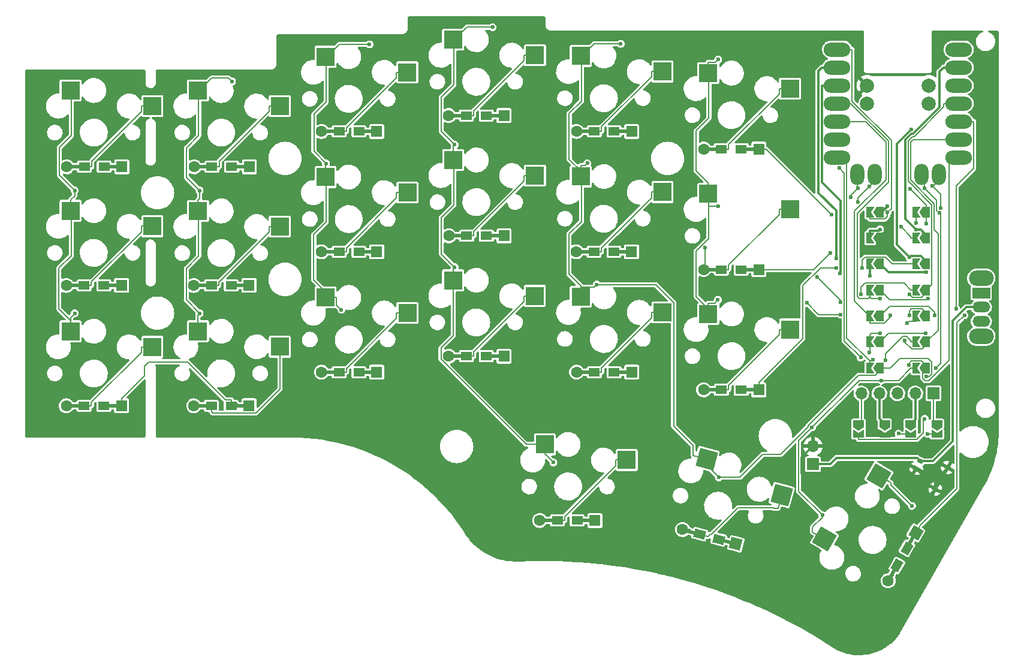
<source format=gbr>
%TF.GenerationSoftware,KiCad,Pcbnew,(6.0.0)*%
%TF.CreationDate,2023-02-19T18:14:09-06:00*%
%TF.ProjectId,corne-chocolate,636f726e-652d-4636-986f-636f6c617465,1.0*%
%TF.SameCoordinates,Original*%
%TF.FileFunction,Copper,L2,Bot*%
%TF.FilePolarity,Positive*%
%FSLAX46Y46*%
G04 Gerber Fmt 4.6, Leading zero omitted, Abs format (unit mm)*
G04 Created by KiCad (PCBNEW (6.0.0)) date 2023-02-19 18:14:09*
%MOMM*%
%LPD*%
G01*
G04 APERTURE LIST*
G04 Aperture macros list*
%AMRoundRect*
0 Rectangle with rounded corners*
0 $1 Rounding radius*
0 $2 $3 $4 $5 $6 $7 $8 $9 X,Y pos of 4 corners*
0 Add a 4 corners polygon primitive as box body*
4,1,4,$2,$3,$4,$5,$6,$7,$8,$9,$2,$3,0*
0 Add four circle primitives for the rounded corners*
1,1,$1+$1,$2,$3*
1,1,$1+$1,$4,$5*
1,1,$1+$1,$6,$7*
1,1,$1+$1,$8,$9*
0 Add four rect primitives between the rounded corners*
20,1,$1+$1,$2,$3,$4,$5,0*
20,1,$1+$1,$4,$5,$6,$7,0*
20,1,$1+$1,$6,$7,$8,$9,0*
20,1,$1+$1,$8,$9,$2,$3,0*%
%AMRotRect*
0 Rectangle, with rotation*
0 The origin of the aperture is its center*
0 $1 length*
0 $2 width*
0 $3 Rotation angle, in degrees counterclockwise*
0 Add horizontal line*
21,1,$1,$2,0,0,$3*%
%AMFreePoly0*
4,1,6,1.000000,0.000000,0.500000,-0.750000,-0.500000,-0.750000,-0.500000,0.750000,0.500000,0.750000,1.000000,0.000000,1.000000,0.000000,$1*%
%AMFreePoly1*
4,1,6,0.500000,-0.750000,-0.650000,-0.750000,-0.150000,0.000000,-0.650000,0.750000,0.500000,0.750000,0.500000,-0.750000,0.500000,-0.750000,$1*%
G04 Aperture macros list end*
%TA.AperFunction,ComponentPad*%
%ADD10O,3.748280X1.998980*%
%TD*%
%TA.AperFunction,CastellatedPad*%
%ADD11C,1.998980*%
%TD*%
%TA.AperFunction,CastellatedPad*%
%ADD12O,1.998980X2.998470*%
%TD*%
%TA.AperFunction,SMDPad,CuDef*%
%ADD13C,1.000000*%
%TD*%
%TA.AperFunction,ComponentPad*%
%ADD14R,1.600000X1.600000*%
%TD*%
%TA.AperFunction,SMDPad,CuDef*%
%ADD15R,2.900000X0.500000*%
%TD*%
%TA.AperFunction,SMDPad,CuDef*%
%ADD16R,1.600000X1.200000*%
%TD*%
%TA.AperFunction,ComponentPad*%
%ADD17C,1.600000*%
%TD*%
%TA.AperFunction,SMDPad,CuDef*%
%ADD18RotRect,2.900000X0.500000X345.000000*%
%TD*%
%TA.AperFunction,ComponentPad*%
%ADD19RotRect,1.600000X1.600000X345.000000*%
%TD*%
%TA.AperFunction,SMDPad,CuDef*%
%ADD20RotRect,1.600000X1.200000X345.000000*%
%TD*%
%TA.AperFunction,SMDPad,CuDef*%
%ADD21RotRect,2.900000X0.500000X60.000000*%
%TD*%
%TA.AperFunction,SMDPad,CuDef*%
%ADD22RotRect,1.600000X1.200000X60.000000*%
%TD*%
%TA.AperFunction,ComponentPad*%
%ADD23RotRect,1.600000X1.600000X60.000000*%
%TD*%
%TA.AperFunction,SMDPad,CuDef*%
%ADD24R,2.600000X2.600000*%
%TD*%
%TA.AperFunction,SMDPad,CuDef*%
%ADD25RotRect,2.600000X2.600000X165.000000*%
%TD*%
%TA.AperFunction,SMDPad,CuDef*%
%ADD26RotRect,2.600000X2.600000X240.000000*%
%TD*%
%TA.AperFunction,ComponentPad*%
%ADD27R,1.700000X1.700000*%
%TD*%
%TA.AperFunction,ComponentPad*%
%ADD28O,1.700000X1.700000*%
%TD*%
%TA.AperFunction,ComponentPad*%
%ADD29O,3.500000X2.200000*%
%TD*%
%TA.AperFunction,ComponentPad*%
%ADD30R,2.500000X1.500000*%
%TD*%
%TA.AperFunction,ComponentPad*%
%ADD31O,2.500000X1.500000*%
%TD*%
%TA.AperFunction,SMDPad,CuDef*%
%ADD32FreePoly0,270.000000*%
%TD*%
%TA.AperFunction,SMDPad,CuDef*%
%ADD33FreePoly1,270.000000*%
%TD*%
%TA.AperFunction,SMDPad,CuDef*%
%ADD34FreePoly0,180.000000*%
%TD*%
%TA.AperFunction,SMDPad,CuDef*%
%ADD35FreePoly1,180.000000*%
%TD*%
%TA.AperFunction,SMDPad,CuDef*%
%ADD36RoundRect,0.150000X-0.163157X0.267404X-0.313157X0.007596X0.163157X-0.267404X0.313157X-0.007596X0*%
%TD*%
%TA.AperFunction,SMDPad,CuDef*%
%ADD37RoundRect,0.175000X-0.107356X0.264054X-0.282356X-0.039054X0.107356X-0.264054X0.282356X0.039054X0*%
%TD*%
%TA.AperFunction,ViaPad*%
%ADD38C,0.600000*%
%TD*%
%TA.AperFunction,Conductor*%
%ADD39C,0.200000*%
%TD*%
%TA.AperFunction,Conductor*%
%ADD40C,0.300000*%
%TD*%
G04 APERTURE END LIST*
D10*
%TO.P,U1,1,PA02_A0_D0*%
%TO.N,Net-(JP22-Pad2)*%
X-14812280Y564120D03*
%TO.P,U1,2,PA4_A1_D1*%
%TO.N,Net-(JP23-Pad2)*%
X-14812280Y-1975880D03*
%TO.P,U1,3,PA10_A2_D2*%
%TO.N,Net-(JP24-Pad2)*%
X-14812280Y-4515880D03*
%TO.P,U1,4,PA11_A3_D3*%
%TO.N,Net-(JP25-Pad2)*%
X-14812280Y-7055880D03*
%TO.P,U1,5,PA8_A4_D4_SDA*%
%TO.N,Net-(JP26-Pad2)*%
X-14812280Y-9595880D03*
%TO.P,U1,6,PA9_A5_D5_SCL*%
%TO.N,Net-(JP27-Pad2)*%
X-14812280Y-12135880D03*
%TO.P,U1,7,PB08_A6_D6_TX*%
%TO.N,Net-(JP28-Pad2)*%
X-14812280Y-14675880D03*
%TO.P,U1,8,PB09_A7_D7_RX*%
%TO.N,Net-(JP36-Pad1)*%
X2352280Y-14675880D03*
%TO.P,U1,9,PA7_A8_D8_SCK*%
%TO.N,Net-(JP35-Pad1)*%
X2352280Y-12135880D03*
%TO.P,U1,10,PA5_A9_D9_MISO*%
%TO.N,Net-(JP34-Pad1)*%
X2352280Y-9595880D03*
%TO.P,U1,11,PA6_A10_D10_MOSI*%
%TO.N,Net-(JP33-Pad1)*%
X2352280Y-7055880D03*
%TO.P,U1,12,3V3*%
%TO.N,Net-(JP32-Pad1)*%
X2352280Y-4515880D03*
%TO.P,U1,13,GND*%
%TO.N,Net-(JP31-Pad1)*%
X2352280Y-1975880D03*
%TO.P,U1,14,5V*%
%TO.N,Net-(JP37-Pad1)*%
X2352280Y564120D03*
D11*
%TO.P,U1,21,Bat-*%
%TO.N,GND*%
X-10573400Y-4515880D03*
X-1885400Y-4515880D03*
%TO.P,U1,22,Bat+*%
%TO.N,Bat+*%
X-10573400Y-7055880D03*
X-1885400Y-7055880D03*
D12*
%TO.P,U1,23,NFC1*%
%TO.N,cs*%
X-9488700Y-17073700D03*
D13*
X-2945400Y-17933700D03*
D12*
X-2935400Y-17073700D03*
D13*
X-9485400Y-17953700D03*
D12*
%TO.P,U1,24,NFC2*%
%TO.N,col0*%
X-11977900Y-17073700D03*
D13*
X-455400Y-17933700D03*
X-12005400Y-17973700D03*
D12*
X-446200Y-17073700D03*
%TD*%
D14*
%TO.P,D1,1,K*%
%TO.N,row0*%
X-115825000Y-16000000D03*
D15*
X-117225000Y-16000000D03*
D16*
X-118325000Y-16000000D03*
%TO.P,D1,2,A*%
%TO.N,Net-(D1-Pad2)*%
X-121125000Y-16000000D03*
D15*
X-122225000Y-16000000D03*
D17*
X-123625000Y-16000000D03*
%TD*%
D15*
%TO.P,D2,1,K*%
%TO.N,row0*%
X-99225000Y-16000000D03*
D16*
X-100325000Y-16000000D03*
D14*
X-97825000Y-16000000D03*
D16*
%TO.P,D2,2,A*%
%TO.N,Net-(D2-Pad2)*%
X-103125000Y-16000000D03*
D15*
X-104225000Y-16000000D03*
D17*
X-105625000Y-16000000D03*
%TD*%
D15*
%TO.P,D3,1,K*%
%TO.N,row0*%
X-81250000Y-11000000D03*
D14*
X-79850000Y-11000000D03*
D16*
X-82350000Y-11000000D03*
D15*
%TO.P,D3,2,A*%
%TO.N,Net-(D3-Pad2)*%
X-86250000Y-11000000D03*
D16*
X-85150000Y-11000000D03*
D17*
X-87650000Y-11000000D03*
%TD*%
D16*
%TO.P,D4,1,K*%
%TO.N,row0*%
X-64375000Y-8750000D03*
D14*
X-61875000Y-8750000D03*
D15*
X-63275000Y-8750000D03*
%TO.P,D4,2,A*%
%TO.N,Net-(D4-Pad2)*%
X-68275000Y-8750000D03*
D16*
X-67175000Y-8750000D03*
D17*
X-69675000Y-8750000D03*
%TD*%
D16*
%TO.P,D5,1,K*%
%TO.N,row0*%
X-46325000Y-11000000D03*
D15*
X-45225000Y-11000000D03*
D14*
X-43825000Y-11000000D03*
D15*
%TO.P,D5,2,A*%
%TO.N,Net-(D5-Pad2)*%
X-50225000Y-11000000D03*
D16*
X-49125000Y-11000000D03*
D17*
X-51625000Y-11000000D03*
%TD*%
D15*
%TO.P,D6,1,K*%
%TO.N,row0*%
X-27275000Y-13500000D03*
D14*
X-25875000Y-13500000D03*
D16*
X-28375000Y-13500000D03*
D15*
%TO.P,D6,2,A*%
%TO.N,Net-(D6-Pad2)*%
X-32275000Y-13500000D03*
D17*
X-33675000Y-13500000D03*
D16*
X-31175000Y-13500000D03*
%TD*%
%TO.P,D8,1,K*%
%TO.N,row1*%
X-100375000Y-32750000D03*
D15*
X-99275000Y-32750000D03*
D14*
X-97875000Y-32750000D03*
D15*
%TO.P,D8,2,A*%
%TO.N,Net-(D8-Pad2)*%
X-104275000Y-32750000D03*
D16*
X-103175000Y-32750000D03*
D17*
X-105675000Y-32750000D03*
%TD*%
D15*
%TO.P,D9,1,K*%
%TO.N,row1*%
X-81250000Y-28000000D03*
D16*
X-82350000Y-28000000D03*
D14*
X-79850000Y-28000000D03*
D15*
%TO.P,D9,2,A*%
%TO.N,Net-(D9-Pad2)*%
X-86250000Y-28000000D03*
D17*
X-87650000Y-28000000D03*
D16*
X-85150000Y-28000000D03*
%TD*%
D14*
%TO.P,D10,1,K*%
%TO.N,row1*%
X-61850000Y-25750000D03*
D15*
X-63250000Y-25750000D03*
D16*
X-64350000Y-25750000D03*
%TO.P,D10,2,A*%
%TO.N,Net-(D10-Pad2)*%
X-67150000Y-25750000D03*
D17*
X-69650000Y-25750000D03*
D15*
X-68250000Y-25750000D03*
%TD*%
%TO.P,D11,1,K*%
%TO.N,row1*%
X-45250000Y-28000000D03*
D16*
X-46350000Y-28000000D03*
D14*
X-43850000Y-28000000D03*
D15*
%TO.P,D11,2,A*%
%TO.N,Net-(D11-Pad2)*%
X-50250000Y-28000000D03*
D16*
X-49150000Y-28000000D03*
D17*
X-51650000Y-28000000D03*
%TD*%
D16*
%TO.P,D12,1,K*%
%TO.N,row1*%
X-28375000Y-30500000D03*
D15*
X-27275000Y-30500000D03*
D14*
X-25875000Y-30500000D03*
D16*
%TO.P,D12,2,A*%
%TO.N,Net-(D12-Pad2)*%
X-31175000Y-30500000D03*
D17*
X-33675000Y-30500000D03*
D15*
X-32275000Y-30500000D03*
%TD*%
D14*
%TO.P,D14,1,K*%
%TO.N,row2*%
X-97875000Y-49750000D03*
D15*
X-99275000Y-49750000D03*
D16*
X-100375000Y-49750000D03*
D17*
%TO.P,D14,2,A*%
%TO.N,Net-(D14-Pad2)*%
X-105675000Y-49750000D03*
D16*
X-103175000Y-49750000D03*
D15*
X-104275000Y-49750000D03*
%TD*%
D16*
%TO.P,D15,1,K*%
%TO.N,row2*%
X-82350000Y-45000000D03*
D14*
X-79850000Y-45000000D03*
D15*
X-81250000Y-45000000D03*
D16*
%TO.P,D15,2,A*%
%TO.N,Net-(D15-Pad2)*%
X-85150000Y-45000000D03*
D17*
X-87650000Y-45000000D03*
D15*
X-86250000Y-45000000D03*
%TD*%
D16*
%TO.P,D16,1,K*%
%TO.N,row2*%
X-64375000Y-42750000D03*
D14*
X-61875000Y-42750000D03*
D15*
X-63275000Y-42750000D03*
%TO.P,D16,2,A*%
%TO.N,Net-(D16-Pad2)*%
X-68275000Y-42750000D03*
D16*
X-67175000Y-42750000D03*
D17*
X-69675000Y-42750000D03*
%TD*%
D16*
%TO.P,D17,1,K*%
%TO.N,row2*%
X-46325000Y-45000000D03*
D15*
X-45225000Y-45000000D03*
D14*
X-43825000Y-45000000D03*
D16*
%TO.P,D17,2,A*%
%TO.N,Net-(D17-Pad2)*%
X-49125000Y-45000000D03*
D17*
X-51625000Y-45000000D03*
D15*
X-50225000Y-45000000D03*
%TD*%
D16*
%TO.P,D18,1,K*%
%TO.N,row2*%
X-28375000Y-47500000D03*
D14*
X-25875000Y-47500000D03*
D15*
X-27275000Y-47500000D03*
D17*
%TO.P,D18,2,A*%
%TO.N,Net-(D18-Pad2)*%
X-33675000Y-47500000D03*
D15*
X-32275000Y-47500000D03*
D16*
X-31175000Y-47500000D03*
%TD*%
D14*
%TO.P,D19,1,K*%
%TO.N,row3*%
X-49025000Y-65949000D03*
D16*
X-51525000Y-65949000D03*
D15*
X-50425000Y-65949000D03*
D16*
%TO.P,D19,2,A*%
%TO.N,Net-(D19-Pad2)*%
X-54325000Y-65949000D03*
D17*
X-56825000Y-65949000D03*
D15*
X-55425000Y-65949000D03*
%TD*%
D18*
%TO.P,D20,1,K*%
%TO.N,row3*%
X-30475185Y-68887048D03*
D19*
X-29122889Y-69249394D03*
D20*
X-31537704Y-68602347D03*
D18*
%TO.P,D20,2,A*%
%TO.N,Net-(D20-Pad2)*%
X-35304815Y-67592952D03*
D20*
X-34242296Y-67877653D03*
D17*
X-36657111Y-67230606D03*
%TD*%
D21*
%TO.P,D21,1,K*%
%TO.N,row3*%
X-4413000Y-68920936D03*
D22*
X-4963000Y-69873564D03*
D23*
X-3713000Y-67708501D03*
D22*
%TO.P,D21,2,A*%
%TO.N,Net-(D21-Pad2)*%
X-6363000Y-72298436D03*
D21*
X-6913000Y-73251064D03*
D17*
X-7613000Y-74463499D03*
%TD*%
D24*
%TO.P,SW1,1,1*%
%TO.N,col0*%
X-123072200Y-5219600D03*
%TO.P,SW1,2,2*%
%TO.N,Net-(D1-Pad2)*%
X-111522200Y-7419600D03*
%TD*%
%TO.P,SW2,1,1*%
%TO.N,col1*%
X-105078100Y-5223400D03*
%TO.P,SW2,2,2*%
%TO.N,Net-(D2-Pad2)*%
X-93528100Y-7423400D03*
%TD*%
%TO.P,SW3,1,1*%
%TO.N,col2*%
X-87064000Y-446600D03*
%TO.P,SW3,2,2*%
%TO.N,Net-(D3-Pad2)*%
X-75514000Y-2646600D03*
%TD*%
%TO.P,SW4,1,1*%
%TO.N,col3*%
X-69054000Y1963200D03*
%TO.P,SW4,2,2*%
%TO.N,Net-(D4-Pad2)*%
X-57504000Y-236800D03*
%TD*%
%TO.P,SW5,1,1*%
%TO.N,col4*%
X-51038000Y-357900D03*
%TO.P,SW5,2,2*%
%TO.N,Net-(D5-Pad2)*%
X-39488000Y-2557900D03*
%TD*%
%TO.P,SW6,1,1*%
%TO.N,col5*%
X-33025000Y-2758900D03*
%TO.P,SW6,2,2*%
%TO.N,Net-(D6-Pad2)*%
X-21475000Y-4958900D03*
%TD*%
%TO.P,SW7,1,1*%
%TO.N,col0*%
X-123072200Y-22202500D03*
%TO.P,SW7,2,2*%
%TO.N,Net-(D7-Pad2)*%
X-111522200Y-24402500D03*
%TD*%
%TO.P,SW8,1,1*%
%TO.N,col1*%
X-105078100Y-22237000D03*
%TO.P,SW8,2,2*%
%TO.N,Net-(D8-Pad2)*%
X-93528100Y-24437000D03*
%TD*%
%TO.P,SW9,1,1*%
%TO.N,col2*%
X-87062000Y-17435200D03*
%TO.P,SW9,2,2*%
%TO.N,Net-(D9-Pad2)*%
X-75512000Y-19635200D03*
%TD*%
%TO.P,SW10,1,1*%
%TO.N,col3*%
X-69047000Y-15038000D03*
%TO.P,SW10,2,2*%
%TO.N,Net-(D10-Pad2)*%
X-57497000Y-17238000D03*
%TD*%
%TO.P,SW11,1,1*%
%TO.N,col4*%
X-51038000Y-17372700D03*
%TO.P,SW11,2,2*%
%TO.N,Net-(D11-Pad2)*%
X-39488000Y-19572700D03*
%TD*%
%TO.P,SW12,1,1*%
%TO.N,col5*%
X-33025000Y-19800000D03*
%TO.P,SW12,2,2*%
%TO.N,Net-(D12-Pad2)*%
X-21475000Y-22000000D03*
%TD*%
%TO.P,SW13,1,1*%
%TO.N,col0*%
X-123072200Y-39233000D03*
%TO.P,SW13,2,2*%
%TO.N,Net-(D13-Pad2)*%
X-111522200Y-41433000D03*
%TD*%
%TO.P,SW14,1,1*%
%TO.N,col1*%
X-105078100Y-39221000D03*
%TO.P,SW14,2,2*%
%TO.N,Net-(D14-Pad2)*%
X-93528100Y-41421000D03*
%TD*%
%TO.P,SW15,1,1*%
%TO.N,col2*%
X-87061000Y-34448000D03*
%TO.P,SW15,2,2*%
%TO.N,Net-(D15-Pad2)*%
X-75511000Y-36648000D03*
%TD*%
%TO.P,SW16,1,1*%
%TO.N,col3*%
X-69058000Y-32027000D03*
%TO.P,SW16,2,2*%
%TO.N,Net-(D16-Pad2)*%
X-57508000Y-34227000D03*
%TD*%
%TO.P,SW17,1,1*%
%TO.N,col4*%
X-51038000Y-34364000D03*
%TO.P,SW17,2,2*%
%TO.N,Net-(D17-Pad2)*%
X-39488000Y-36564000D03*
%TD*%
%TO.P,SW19,1,1*%
%TO.N,col3*%
X-56090000Y-55200000D03*
%TO.P,SW19,2,2*%
%TO.N,Net-(D19-Pad2)*%
X-44540000Y-57400000D03*
%TD*%
D25*
%TO.P,SW20,1,1*%
%TO.N,col4*%
X-33259434Y-57268109D03*
%TO.P,SW20,2,2*%
%TO.N,Net-(D20-Pad2)*%
X-22672392Y-62382506D03*
%TD*%
D26*
%TO.P,SW21,1,1*%
%TO.N,col5*%
X-16605351Y-68561233D03*
%TO.P,SW21,2,2*%
%TO.N,Net-(D21-Pad2)*%
X-8925095Y-59658640D03*
%TD*%
D24*
%TO.P,SW18,1,1*%
%TO.N,col5*%
X-33018000Y-36790000D03*
%TO.P,SW18,2,2*%
%TO.N,Net-(D18-Pad2)*%
X-21468000Y-38990000D03*
%TD*%
D15*
%TO.P,D13,1,K*%
%TO.N,row2*%
X-117275000Y-49750000D03*
D16*
X-118375000Y-49750000D03*
D14*
X-115875000Y-49750000D03*
D15*
%TO.P,D13,2,A*%
%TO.N,Net-(D13-Pad2)*%
X-122275000Y-49750000D03*
D16*
X-121175000Y-49750000D03*
D17*
X-123675000Y-49750000D03*
%TD*%
D15*
%TO.P,D7,1,K*%
%TO.N,row1*%
X-117275000Y-32750000D03*
D16*
X-118375000Y-32750000D03*
D14*
X-115875000Y-32750000D03*
D17*
%TO.P,D7,2,A*%
%TO.N,Net-(D7-Pad2)*%
X-123675000Y-32750000D03*
D15*
X-122275000Y-32750000D03*
D16*
X-121175000Y-32750000D03*
%TD*%
D27*
%TO.P,J9,1,Pin_1*%
%TO.N,BatCon*%
X-18225000Y-58010000D03*
D28*
%TO.P,J9,2,Pin_2*%
%TO.N,GND*%
X-18225000Y-55470000D03*
%TD*%
D29*
%TO.P,SW23,*%
%TO.N,*%
X5536500Y-39928000D03*
X5536500Y-31728000D03*
D30*
%TO.P,SW23,1,A*%
%TO.N,Bat+*%
X5536500Y-33828000D03*
D31*
%TO.P,SW23,2,B*%
%TO.N,BatCon*%
X5536500Y-35828000D03*
%TO.P,SW23,3,C*%
%TO.N,unconnected-(SW23-Pad3)*%
X5536500Y-37828000D03*
%TD*%
D27*
%TO.P,J1,1,Pin_1*%
%TO.N,Net-(J1-Pad1)*%
X-1235000Y-48000000D03*
D28*
%TO.P,J1,2,Pin_2*%
%TO.N,Net-(J1-Pad2)*%
X-3775000Y-48000000D03*
%TO.P,J1,3,Pin_3*%
%TO.N,VCC*%
X-6315000Y-48000000D03*
%TO.P,J1,4,Pin_4*%
%TO.N,Net-(J1-Pad4)*%
X-8855000Y-48000000D03*
%TO.P,J1,5,Pin_5*%
%TO.N,Net-(J1-Pad5)*%
X-11395000Y-48000000D03*
%TD*%
D32*
%TO.P,JP10,1,A*%
%TO.N,Net-(J1-Pad4)*%
X-8109800Y-52325000D03*
D33*
%TO.P,JP10,2,B*%
%TO.N,GND*%
X-8109800Y-53775000D03*
%TD*%
D34*
%TO.P,JP38,1,A*%
%TO.N,Net-(JP37-Pad1)*%
X-2206900Y-22396700D03*
D35*
%TO.P,JP38,2,B*%
%TO.N,row0*%
X-3656900Y-22396700D03*
%TD*%
D32*
%TO.P,JP1,1,A*%
%TO.N,Net-(J1-Pad5)*%
X-11796400Y-52325000D03*
D33*
%TO.P,JP1,2,B*%
%TO.N,cs*%
X-11796400Y-53775000D03*
%TD*%
D34*
%TO.P,JP43,1,A*%
%TO.N,Net-(JP35-Pad1)*%
X-2206900Y-40738300D03*
D35*
%TO.P,JP43,2,B*%
%TO.N,clk*%
X-3656900Y-40738300D03*
%TD*%
D34*
%TO.P,JP9,1,A*%
%TO.N,col4*%
X-8760200Y-44406700D03*
D35*
%TO.P,JP9,2,B*%
%TO.N,Net-(JP28-Pad2)*%
X-10210200Y-44406700D03*
%TD*%
D34*
%TO.P,JP41,1,A*%
%TO.N,Net-(JP33-Pad1)*%
X-2206900Y-33401700D03*
D35*
%TO.P,JP41,2,B*%
%TO.N,row3*%
X-3656900Y-33401700D03*
%TD*%
D34*
%TO.P,JP5,1,A*%
%TO.N,VCC*%
X-8760200Y-29733300D03*
D35*
%TO.P,JP5,2,B*%
%TO.N,Net-(JP24-Pad2)*%
X-10210200Y-29733300D03*
%TD*%
D34*
%TO.P,JP8,1,A*%
%TO.N,col3*%
X-8760200Y-40738300D03*
D35*
%TO.P,JP8,2,B*%
%TO.N,Net-(JP27-Pad2)*%
X-10210200Y-40738300D03*
%TD*%
D34*
%TO.P,JP3,1,A*%
%TO.N,+5*%
X-8760200Y-22396700D03*
D35*
%TO.P,JP3,2,B*%
%TO.N,Net-(JP22-Pad2)*%
X-10210200Y-22396700D03*
%TD*%
D36*
%TO.P,J8,1,Pin_1*%
%TO.N,BatCon*%
X-3053798Y-57572885D03*
%TO.P,J8,2,Pin_2*%
%TO.N,GND*%
X-3653798Y-58612115D03*
D37*
%TO.P,J8,MP,MountPin*%
X790448Y-58464456D03*
X-959552Y-61495544D03*
%TD*%
D34*
%TO.P,JP44,1,A*%
%TO.N,Net-(JP36-Pad1)*%
X-2206900Y-44406700D03*
D35*
%TO.P,JP44,2,B*%
%TO.N,col5*%
X-3656900Y-44406700D03*
%TD*%
D34*
%TO.P,JP6,1,A*%
%TO.N,col1*%
X-8760200Y-33401700D03*
D35*
%TO.P,JP6,2,B*%
%TO.N,Net-(JP25-Pad2)*%
X-10210200Y-33401700D03*
%TD*%
D34*
%TO.P,JP40,1,A*%
%TO.N,Net-(JP32-Pad1)*%
X-2206900Y-29733300D03*
D35*
%TO.P,JP40,2,B*%
%TO.N,row2*%
X-3656900Y-29733300D03*
%TD*%
D32*
%TO.P,JP14,1,A*%
%TO.N,Net-(J1-Pad1)*%
X-736400Y-52325000D03*
D33*
%TO.P,JP14,2,B*%
%TO.N,di*%
X-736400Y-53775000D03*
%TD*%
D34*
%TO.P,JP7,1,A*%
%TO.N,col2*%
X-8760200Y-37070000D03*
D35*
%TO.P,JP7,2,B*%
%TO.N,Net-(JP26-Pad2)*%
X-10210200Y-37070000D03*
%TD*%
D32*
%TO.P,JP12,1,A*%
%TO.N,Net-(J1-Pad2)*%
X-4423100Y-52325000D03*
D33*
%TO.P,JP12,2,B*%
%TO.N,clk*%
X-4423100Y-53775000D03*
%TD*%
D34*
%TO.P,JP39,1,A*%
%TO.N,Net-(JP31-Pad1)*%
X-2206900Y-26065000D03*
D35*
%TO.P,JP39,2,B*%
%TO.N,row1*%
X-3656900Y-26065000D03*
%TD*%
D34*
%TO.P,JP42,1,A*%
%TO.N,Net-(JP34-Pad1)*%
X-2206900Y-37070000D03*
D35*
%TO.P,JP42,2,B*%
%TO.N,di*%
X-3656900Y-37070000D03*
%TD*%
D34*
%TO.P,JP4,1,A*%
%TO.N,GND*%
X-8760200Y-26065000D03*
D35*
%TO.P,JP4,2,B*%
%TO.N,Net-(JP23-Pad2)*%
X-10210200Y-26065000D03*
%TD*%
D38*
%TO.N,row0*%
X-15604100Y-22737600D03*
X-3677800Y-23933200D03*
%TO.N,row1*%
X-15780200Y-28135800D03*
X-5817000Y-24474800D03*
%TO.N,row2*%
X-11309700Y-30261100D03*
X-14971800Y-30261100D03*
%TO.N,row3*%
X-11470100Y-34003200D03*
X3156300Y-36967700D03*
%TO.N,Net-(D12-Pad2)*%
X-33510900Y-27438400D03*
%TO.N,Net-(D21-Pad2)*%
X-4242400Y-63909100D03*
%TO.N,GND*%
X-8760200Y-27252200D03*
X-6901000Y-53741300D03*
X-11320000Y-24210000D03*
X-4930000Y-50580000D03*
X4730000Y-25780000D03*
X4840000Y-20170000D03*
%TO.N,VCC*%
X-2206900Y-30921400D03*
%TO.N,col0*%
X-122498700Y-19334700D03*
X-232600Y-21785200D03*
X-12941600Y-20315400D03*
X-11857700Y-19026000D03*
X-122498700Y-36701500D03*
X-1377900Y-18714200D03*
%TO.N,col1*%
X-17630500Y-31567500D03*
X-104855700Y-36695500D03*
X-14371000Y-35148400D03*
X-100283100Y-3956200D03*
X-104855700Y-19334700D03*
X-1949300Y-34598900D03*
%TO.N,col2*%
X-1087400Y-36936900D03*
X-86999600Y-15534700D03*
X-19102100Y-35235300D03*
X-80869700Y1298700D03*
X-84839200Y-36183600D03*
X-14356100Y-36861000D03*
%TO.N,col3*%
X-68830500Y-12869200D03*
X-68846000Y-30164800D03*
X-63463900Y3715800D03*
X-54900600Y-57744800D03*
X-2283200Y-39545800D03*
%TO.N,col4*%
X-45384800Y1381400D03*
X-50097200Y-15503400D03*
X-2206900Y-45610800D03*
X-48769900Y-32628600D03*
X-31530000Y-59851100D03*
%TO.N,col5*%
X-8556500Y-46166500D03*
X-31617400Y-837400D03*
X-18386700Y-52796600D03*
X-31617400Y-21547600D03*
X-16911700Y-65197300D03*
X-31678900Y-34786600D03*
%TO.N,di*%
X-2079300Y-53712600D03*
X-4959700Y-38101900D03*
%TO.N,clk*%
X-6164100Y-53673200D03*
X-7971300Y-43321500D03*
%TO.N,cs*%
X-10301500Y-18789800D03*
X-919800Y-44451100D03*
X-11860200Y-20976000D03*
X-2447400Y-51605400D03*
X-2504000Y-19011100D03*
X-395100Y-22536100D03*
%TO.N,Net-(JP22-Pad2)*%
X-7699400Y-22426900D03*
%TO.N,+5*%
X-7708600Y-21608100D03*
%TO.N,Net-(JP23-Pad2)*%
X-14930900Y-28919200D03*
X-8760200Y-24845900D03*
%TO.N,Net-(JP24-Pad2)*%
X-14402900Y-31069500D03*
X-10217000Y-31394000D03*
%TO.N,Net-(JP25-Pad2)*%
X-8760200Y-34591600D03*
%TO.N,Net-(JP26-Pad2)*%
X-7304600Y-36936900D03*
%TO.N,Net-(JP27-Pad2)*%
X-14541400Y-16166800D03*
X-10270500Y-42267600D03*
X-11497200Y-42934200D03*
X-8760200Y-39549600D03*
%TO.N,Net-(JP28-Pad2)*%
X-9729300Y-43217200D03*
%TO.N,Net-(JP31-Pad1)*%
X-3656900Y-24861500D03*
%TO.N,Net-(JP32-Pad1)*%
X-4614500Y-28775700D03*
X-4360400Y-10763800D03*
%TO.N,Net-(JP33-Pad1)*%
X-4612000Y-34000300D03*
%TO.N,Net-(JP34-Pad1)*%
X-4607400Y-36936900D03*
X1962400Y-36022700D03*
%TO.N,Net-(JP35-Pad1)*%
X-5252900Y-40491600D03*
%TO.N,Net-(JP36-Pad1)*%
X-4725300Y-43963900D03*
%TO.N,Net-(JP37-Pad1)*%
X-2243400Y-24015000D03*
X-4483600Y-19091300D03*
%TD*%
D39*
%TO.N,row0*%
X-3656900Y-23912300D02*
X-3677800Y-23933200D01*
X-61875000Y-8750000D02*
X-63275000Y-8750000D01*
X-99225000Y-16000000D02*
X-100325000Y-16000000D01*
X-28375000Y-13500000D02*
X-27275000Y-13500000D01*
X-117225000Y-16000000D02*
X-115825000Y-16000000D01*
X-27275000Y-13500000D02*
X-25875000Y-13500000D01*
X-25875000Y-13500000D02*
X-24839700Y-13500000D01*
X-46325000Y-11000000D02*
X-45225000Y-11000000D01*
X-3656900Y-22396700D02*
X-3656900Y-23912300D01*
X-81250000Y-11000000D02*
X-79850000Y-11000000D01*
X-43825000Y-11000000D02*
X-45225000Y-11000000D01*
X-24839700Y-13502000D02*
X-15604100Y-22737600D01*
X-63275000Y-8750000D02*
X-64375000Y-8750000D01*
X-24839700Y-13500000D02*
X-24839700Y-13502000D01*
X-97825000Y-16000000D02*
X-99225000Y-16000000D01*
X-118325000Y-16000000D02*
X-117225000Y-16000000D01*
X-82350000Y-11000000D02*
X-81250000Y-11000000D01*
%TO.N,Net-(D1-Pad2)*%
X-121125000Y-16000000D02*
X-122225000Y-16000000D01*
X-113057500Y-7419600D02*
X-113057500Y-8153800D01*
X-122225000Y-16000000D02*
X-123625000Y-16000000D01*
X-120607300Y-16000000D02*
X-121125000Y-16000000D01*
X-120089700Y-15186000D02*
X-120089700Y-16000000D01*
X-120607300Y-16000000D02*
X-120089700Y-16000000D01*
X-111522200Y-7419600D02*
X-113057500Y-7419600D01*
X-113057500Y-8153800D02*
X-120089700Y-15186000D01*
%TO.N,row1*%
X-82350000Y-28000000D02*
X-81250000Y-28000000D01*
X-115875000Y-32750000D02*
X-117275000Y-32750000D01*
X-18144400Y-30500000D02*
X-15780200Y-28135800D01*
X-27275000Y-30500000D02*
X-25875000Y-30500000D01*
X-81250000Y-28000000D02*
X-79850000Y-28000000D01*
X-64350000Y-25750000D02*
X-63250000Y-25750000D01*
X-4392200Y-26065000D02*
X-4392200Y-25899600D01*
X-99275000Y-32750000D02*
X-100375000Y-32750000D01*
X-97875000Y-32750000D02*
X-99275000Y-32750000D01*
X-63250000Y-25750000D02*
X-61850000Y-25750000D01*
X-4392200Y-25899600D02*
X-5817000Y-24474800D01*
X-117275000Y-32750000D02*
X-118375000Y-32750000D01*
X-3656900Y-26065000D02*
X-4392200Y-26065000D01*
X-28375000Y-30500000D02*
X-27275000Y-30500000D01*
X-25875000Y-30500000D02*
X-18144400Y-30500000D01*
X-46350000Y-28000000D02*
X-45250000Y-28000000D01*
X-45250000Y-28000000D02*
X-43850000Y-28000000D01*
%TO.N,Net-(D2-Pad2)*%
X-103125000Y-16000000D02*
X-104225000Y-16000000D01*
X-103125000Y-16000000D02*
X-102089700Y-16000000D01*
X-95063400Y-7423400D02*
X-95063400Y-8158600D01*
X-104225000Y-16000000D02*
X-105625000Y-16000000D01*
X-102089700Y-15184900D02*
X-102089700Y-16000000D01*
X-93528100Y-7423400D02*
X-95063400Y-7423400D01*
X-95063400Y-8158600D02*
X-102089700Y-15184900D01*
%TO.N,row2*%
X-99692700Y-49332300D02*
X-99275000Y-49750000D01*
X-100375000Y-49332300D02*
X-99692700Y-49332300D01*
X-97875000Y-49750000D02*
X-99275000Y-49750000D01*
X-115875000Y-48714700D02*
X-112673800Y-45513500D01*
X-117275000Y-49750000D02*
X-115875000Y-49750000D01*
X-61875000Y-42750000D02*
X-63275000Y-42750000D01*
X-112009000Y-43548200D02*
X-106576800Y-43548200D01*
X-19648200Y-32739700D02*
X-17169600Y-30261100D01*
X-8021600Y-28747900D02*
X-10855800Y-28747900D01*
X-81250000Y-45000000D02*
X-82350000Y-45000000D01*
X-100375000Y-49332300D02*
X-100375000Y-48914700D01*
X-64375000Y-42750000D02*
X-63275000Y-42750000D01*
X-115875000Y-49750000D02*
X-115875000Y-48714700D01*
X-25875000Y-46464700D02*
X-19648200Y-40237900D01*
X-27275000Y-47500000D02*
X-25875000Y-47500000D01*
X-118375000Y-49750000D02*
X-117275000Y-49750000D01*
X-106576800Y-43548200D02*
X-101210300Y-48914700D01*
X-112673800Y-45513500D02*
X-112673800Y-44213000D01*
X-11309700Y-29201800D02*
X-11309700Y-30261100D01*
X-45225000Y-45000000D02*
X-43825000Y-45000000D01*
X-101210300Y-48914700D02*
X-100375000Y-48914700D01*
X-10855800Y-28747900D02*
X-11309700Y-29201800D01*
X-17169600Y-30261100D02*
X-14971800Y-30261100D01*
X-46325000Y-45000000D02*
X-45225000Y-45000000D01*
X-25875000Y-47500000D02*
X-25875000Y-46464700D01*
X-112673800Y-44213000D02*
X-112009000Y-43548200D01*
X-28375000Y-47500000D02*
X-27275000Y-47500000D01*
X-7036200Y-29733300D02*
X-8021600Y-28747900D01*
X-100375000Y-49750000D02*
X-100375000Y-49332300D01*
X-3656900Y-29733300D02*
X-7036200Y-29733300D01*
X-79850000Y-45000000D02*
X-81250000Y-45000000D01*
X-19648200Y-40237900D02*
X-19648200Y-32739700D01*
%TO.N,Net-(D3-Pad2)*%
X-84632300Y-11000000D02*
X-84114700Y-11000000D01*
X-86250000Y-11000000D02*
X-87650000Y-11000000D01*
X-84114700Y-10491800D02*
X-84114700Y-11000000D01*
X-75514000Y-2646600D02*
X-77049300Y-2646600D01*
X-85150000Y-11000000D02*
X-86250000Y-11000000D01*
X-84632300Y-11000000D02*
X-85150000Y-11000000D01*
X-77049300Y-2646600D02*
X-77049300Y-3426400D01*
X-77049300Y-3426400D02*
X-84114700Y-10491800D01*
%TO.N,row3*%
X-30759900Y-68602300D02*
X-30475200Y-68887000D01*
X-4392200Y-33401700D02*
X-5389200Y-32404700D01*
X-3056600Y-66571700D02*
X2110200Y-61404900D01*
X-3713000Y-67708500D02*
X-3056600Y-66571700D01*
X-11470100Y-33001300D02*
X-11470100Y-34003200D01*
X-51525000Y-65949000D02*
X-50425000Y-65949000D01*
X-4963000Y-69873600D02*
X-4413000Y-69323600D01*
X-4413000Y-69323600D02*
X-4413000Y-68920900D01*
X-4369300Y-68877200D02*
X-4369300Y-68845400D01*
X-50425000Y-65949000D02*
X-49025000Y-65949000D01*
X-31537700Y-68602300D02*
X-30759900Y-68602300D01*
X-5389200Y-32404700D02*
X-10873500Y-32404700D01*
X-4413000Y-68920900D02*
X-4369300Y-68877200D01*
X-4369300Y-68845400D02*
X-4369400Y-68845300D01*
X2110200Y-61404900D02*
X2110200Y-38013800D01*
X-10873500Y-32404700D02*
X-11470100Y-33001300D01*
X-3713000Y-67708500D02*
X-4369400Y-68845300D01*
X-3656900Y-33401700D02*
X-4392200Y-33401700D01*
X2110200Y-38013800D02*
X3156300Y-36967700D01*
%TO.N,Net-(D4-Pad2)*%
X-57504000Y-236800D02*
X-59039300Y-236800D01*
X-67175000Y-8750000D02*
X-68275000Y-8750000D01*
X-66657300Y-8750000D02*
X-66139700Y-8750000D01*
X-68275000Y-8750000D02*
X-69675000Y-8750000D01*
X-59039300Y-236800D02*
X-59039300Y-975500D01*
X-66657300Y-8750000D02*
X-67175000Y-8750000D01*
X-66139700Y-8075900D02*
X-66139700Y-8750000D01*
X-59039300Y-975500D02*
X-66139700Y-8075900D01*
%TO.N,Net-(D5-Pad2)*%
X-41023300Y-3282700D02*
X-48089700Y-10349100D01*
X-50225000Y-11000000D02*
X-49125000Y-11000000D01*
X-39488000Y-2557900D02*
X-41023300Y-2557900D01*
X-51625000Y-11000000D02*
X-50225000Y-11000000D01*
X-48089700Y-10349100D02*
X-48089700Y-11000000D01*
X-49125000Y-11000000D02*
X-48089700Y-11000000D01*
X-41023300Y-2557900D02*
X-41023300Y-3282700D01*
%TO.N,Net-(D6-Pad2)*%
X-33675000Y-13500000D02*
X-32275000Y-13500000D01*
X-30657300Y-13500000D02*
X-30139700Y-13500000D01*
X-30657300Y-13500000D02*
X-31175000Y-13500000D01*
X-23010300Y-4958900D02*
X-23010300Y-5697200D01*
X-30139700Y-12826600D02*
X-30139700Y-13500000D01*
X-21475000Y-4958900D02*
X-23010300Y-4958900D01*
X-31175000Y-13500000D02*
X-32275000Y-13500000D01*
X-23010300Y-5697200D02*
X-30139700Y-12826600D01*
%TO.N,Net-(D7-Pad2)*%
X-122275000Y-32750000D02*
X-123675000Y-32750000D01*
X-120139700Y-32750000D02*
X-120139700Y-32252300D01*
X-120139700Y-32252300D02*
X-113057500Y-25170100D01*
X-113057500Y-25170100D02*
X-113057500Y-24402500D01*
X-122275000Y-32750000D02*
X-121175000Y-32750000D01*
X-121175000Y-32750000D02*
X-120139700Y-32750000D01*
X-111522200Y-24402500D02*
X-113057500Y-24402500D01*
%TO.N,Net-(D8-Pad2)*%
X-95063400Y-24437000D02*
X-95063400Y-25204000D01*
X-93528100Y-24437000D02*
X-95063400Y-24437000D01*
X-103175000Y-32750000D02*
X-102139700Y-32750000D01*
X-95063400Y-25204000D02*
X-102139700Y-32280300D01*
X-102139700Y-32280300D02*
X-102139700Y-32750000D01*
X-103175000Y-32750000D02*
X-104275000Y-32750000D01*
X-104275000Y-32750000D02*
X-105675000Y-32750000D01*
%TO.N,Net-(D9-Pad2)*%
X-84114700Y-27484700D02*
X-84114700Y-28000000D01*
X-84632300Y-28000000D02*
X-84114700Y-28000000D01*
X-85150000Y-28000000D02*
X-86250000Y-28000000D01*
X-86250000Y-28000000D02*
X-87650000Y-28000000D01*
X-75512000Y-19635200D02*
X-77047300Y-19635200D01*
X-77047300Y-19635200D02*
X-77047300Y-20417300D01*
X-77047300Y-20417300D02*
X-84114700Y-27484700D01*
X-84632300Y-28000000D02*
X-85150000Y-28000000D01*
%TO.N,Net-(D10-Pad2)*%
X-69650000Y-25750000D02*
X-68250000Y-25750000D01*
X-66114700Y-25135500D02*
X-66114700Y-25750000D01*
X-57497000Y-17238000D02*
X-59032300Y-17238000D01*
X-67150000Y-25750000D02*
X-66114700Y-25750000D01*
X-59032300Y-17238000D02*
X-59032300Y-18053100D01*
X-59032300Y-18053100D02*
X-66114700Y-25135500D01*
X-68250000Y-25750000D02*
X-67150000Y-25750000D01*
%TO.N,Net-(D11-Pad2)*%
X-49150000Y-28000000D02*
X-48114700Y-28000000D01*
X-50250000Y-28000000D02*
X-49150000Y-28000000D01*
X-39488000Y-19572700D02*
X-41023300Y-19572700D01*
X-48114700Y-27455800D02*
X-48114700Y-28000000D01*
X-51650000Y-28000000D02*
X-50250000Y-28000000D01*
X-41023300Y-19572700D02*
X-41023300Y-20364400D01*
X-41023300Y-20364400D02*
X-48114700Y-27455800D01*
%TO.N,Net-(D12-Pad2)*%
X-30139700Y-29852300D02*
X-30139700Y-30500000D01*
X-31175000Y-30500000D02*
X-32275000Y-30500000D01*
X-32275000Y-30500000D02*
X-33510900Y-30500000D01*
X-23010300Y-22000000D02*
X-23010300Y-22722900D01*
X-33510900Y-30500000D02*
X-33675000Y-30500000D01*
X-33510900Y-30500000D02*
X-33510900Y-27438400D01*
X-23010300Y-22722900D02*
X-30139700Y-29852300D01*
X-21475000Y-22000000D02*
X-23010300Y-22000000D01*
X-31175000Y-30500000D02*
X-30139700Y-30500000D01*
%TO.N,Net-(D13-Pad2)*%
X-111522200Y-41433000D02*
X-113057500Y-41433000D01*
X-120139700Y-49750000D02*
X-120139700Y-49282800D01*
X-122275000Y-49750000D02*
X-123675000Y-49750000D01*
X-113057500Y-42200600D02*
X-113057500Y-41433000D01*
X-122275000Y-49750000D02*
X-121175000Y-49750000D01*
X-120139700Y-49282800D02*
X-113057500Y-42200600D01*
X-121175000Y-49750000D02*
X-120139700Y-49750000D01*
%TO.N,Net-(D14-Pad2)*%
X-103175000Y-49750000D02*
X-103175000Y-50585300D01*
X-93528100Y-41421000D02*
X-93528100Y-47399400D01*
X-103175000Y-49750000D02*
X-104275000Y-49750000D01*
X-104275000Y-49750000D02*
X-105675000Y-49750000D01*
X-93528100Y-47399400D02*
X-96914100Y-50785400D01*
X-96914100Y-50785400D02*
X-102974900Y-50785400D01*
X-102974900Y-50785400D02*
X-103175000Y-50585300D01*
%TO.N,Net-(D15-Pad2)*%
X-84632300Y-45000000D02*
X-85150000Y-45000000D01*
X-77046300Y-36648000D02*
X-77046300Y-37426700D01*
X-84114700Y-44495100D02*
X-84114700Y-45000000D01*
X-86250000Y-45000000D02*
X-87650000Y-45000000D01*
X-77046300Y-37426700D02*
X-84114700Y-44495100D01*
X-84632300Y-45000000D02*
X-84114700Y-45000000D01*
X-75511000Y-36648000D02*
X-77046300Y-36648000D01*
X-85150000Y-45000000D02*
X-86250000Y-45000000D01*
%TO.N,Net-(D16-Pad2)*%
X-67175000Y-42750000D02*
X-68275000Y-42750000D01*
X-68275000Y-42750000D02*
X-69675000Y-42750000D01*
X-59043300Y-35019400D02*
X-66139700Y-42115800D01*
X-59043300Y-34227000D02*
X-59043300Y-35019400D01*
X-66657300Y-42750000D02*
X-66139700Y-42750000D01*
X-57508000Y-34227000D02*
X-59043300Y-34227000D01*
X-66657300Y-42750000D02*
X-67175000Y-42750000D01*
X-66139700Y-42115800D02*
X-66139700Y-42750000D01*
%TO.N,Net-(D17-Pad2)*%
X-49125000Y-45000000D02*
X-50225000Y-45000000D01*
X-49125000Y-45000000D02*
X-48089700Y-45000000D01*
X-41023300Y-36564000D02*
X-41023300Y-37352600D01*
X-39488000Y-36564000D02*
X-41023300Y-36564000D01*
X-41023300Y-37352600D02*
X-48089700Y-44419000D01*
X-48089700Y-44419000D02*
X-48089700Y-45000000D01*
X-50225000Y-45000000D02*
X-51625000Y-45000000D01*
%TO.N,Net-(D18-Pad2)*%
X-30139700Y-46850400D02*
X-30139700Y-47500000D01*
X-33675000Y-47500000D02*
X-32275000Y-47500000D01*
X-23003300Y-39714000D02*
X-30139700Y-46850400D01*
X-21468000Y-38990000D02*
X-23003300Y-38990000D01*
X-32275000Y-47500000D02*
X-31175000Y-47500000D01*
X-31175000Y-47500000D02*
X-30139700Y-47500000D01*
X-23003300Y-38990000D02*
X-23003300Y-39714000D01*
%TO.N,Net-(D19-Pad2)*%
X-44540000Y-57400000D02*
X-46075300Y-57400000D01*
X-53289700Y-65405800D02*
X-53289700Y-65949000D01*
X-46075300Y-58191400D02*
X-53289700Y-65405800D01*
X-46075300Y-57400000D02*
X-46075300Y-58191400D01*
X-53807300Y-65949000D02*
X-53289700Y-65949000D01*
X-56825000Y-65949000D02*
X-55425000Y-65949000D01*
X-54325000Y-65949000D02*
X-55425000Y-65949000D01*
X-53807300Y-65949000D02*
X-54325000Y-65949000D01*
%TO.N,Net-(D20-Pad2)*%
X-34242300Y-67877700D02*
X-35458500Y-67551800D01*
X-28855700Y-64183300D02*
X-32550100Y-67877700D01*
X-23758000Y-64262900D02*
X-23837600Y-64183300D01*
X-33026100Y-68203500D02*
X-33026100Y-68203600D01*
X-35486000Y-67411800D02*
X-35304800Y-67593000D01*
X-32550100Y-67877700D02*
X-32700300Y-67877700D01*
X-22672400Y-62382500D02*
X-23176200Y-64262900D01*
X-35667200Y-67230600D02*
X-35486000Y-67411800D01*
X-23176200Y-64262900D02*
X-23758000Y-64262900D01*
X-35486000Y-67411800D02*
X-35458500Y-67439300D01*
X-23837600Y-64183300D02*
X-28855700Y-64183300D01*
X-35458500Y-67439300D02*
X-35458500Y-67551800D01*
X-32700300Y-67877700D02*
X-33026100Y-68203500D01*
X-34242300Y-67877700D02*
X-33026100Y-68203600D01*
X-36657100Y-67230600D02*
X-35667200Y-67230600D01*
%TO.N,Net-(D21-Pad2)*%
X-7613000Y-74463500D02*
X-6913000Y-73763500D01*
X-6913000Y-73507300D02*
X-6913000Y-73251100D01*
X-7239200Y-60632000D02*
X-7239200Y-60912300D01*
X-6913000Y-73763500D02*
X-6913000Y-73507300D01*
X-6913000Y-73507300D02*
X-6913000Y-73468500D01*
X-8925100Y-59658600D02*
X-7239200Y-60632000D01*
X-6913000Y-73468500D02*
X-6992600Y-73388900D01*
X-6363000Y-72298400D02*
X-6992600Y-73388900D01*
X-7239200Y-60912300D02*
X-4242400Y-63909100D01*
D40*
%TO.N,GND*%
X-17890000Y-61270000D02*
X-15240000Y-61270000D01*
X-18225000Y-55470000D02*
X-19820000Y-57065000D01*
X-6901000Y-53741300D02*
X-7040800Y-53741300D01*
X790400Y-58496600D02*
X790400Y-58464500D01*
X-7040800Y-53741300D02*
X-7074500Y-53775000D01*
X-959600Y-60888400D02*
X-959600Y-61495500D01*
X-960000Y-61496000D02*
X-960000Y-60888000D01*
X790000Y-58464000D02*
X790000Y-58497000D01*
X-960000Y-60888000D02*
X-960000Y-60280000D01*
X790000Y-58497000D02*
X790400Y-58496600D01*
X-1986000Y-60280000D02*
X-3653800Y-58612200D01*
X-19820000Y-57065000D02*
X-19820000Y-59340000D01*
X-19820000Y-59340000D02*
X-17890000Y-61270000D01*
X-960000Y-60888000D02*
X-959600Y-60888400D01*
X790000Y-58497000D02*
X790000Y-58530000D01*
X-3653800Y-58612200D02*
X-3654000Y-58612000D01*
X-15240000Y-61270000D02*
X-10740000Y-65770000D01*
X-3653800Y-58612200D02*
X-3653800Y-58612100D01*
X-960000Y-60280000D02*
X-1986000Y-60280000D01*
X-5234000Y-65770000D02*
X-960000Y-61496000D01*
X-8109800Y-53775000D02*
X-7074500Y-53775000D01*
X-10740000Y-65770000D02*
X-5234000Y-65770000D01*
X-8760200Y-26065000D02*
X-8760200Y-27252200D01*
X790000Y-58530000D02*
X-960000Y-60280000D01*
%TO.N,VCC*%
X-8760200Y-29733300D02*
X-7572100Y-30921400D01*
X-7572100Y-30921400D02*
X-2206900Y-30921400D01*
D39*
%TO.N,col0*%
X-11893800Y-19026000D02*
X-12941600Y-20073800D01*
X-124682000Y-13296900D02*
X-122976000Y-11590900D01*
X-122976000Y-28573800D02*
X-122976000Y-22298700D01*
X-455400Y-17933700D02*
X-1235900Y-18714200D01*
X-122976000Y-11590900D02*
X-122976000Y-5315800D01*
X-12005400Y-17973700D02*
X-12005400Y-18914400D01*
X-123072200Y-22202500D02*
X-123072200Y-20667200D01*
X-122498700Y-19334700D02*
X-122498700Y-20093700D01*
X-12941600Y-20073800D02*
X-12941600Y-20315400D01*
X-122976000Y-22298700D02*
X-123072200Y-22202500D01*
X-123072200Y-39233000D02*
X-123072200Y-37697700D01*
X-122976000Y-5315800D02*
X-123072200Y-5219600D01*
X-122498700Y-36701500D02*
X-123072200Y-37275000D01*
X-124718700Y-36051200D02*
X-124718700Y-30316500D01*
X-122498700Y-19334700D02*
X-124682000Y-17151400D01*
X-1377900Y-18714200D02*
X-232600Y-19859500D01*
X-124718700Y-30316500D02*
X-122976000Y-28573800D01*
X-1235900Y-18714200D02*
X-1377900Y-18714200D01*
X-232600Y-19859500D02*
X-232600Y-21785200D01*
X-123072200Y-37275000D02*
X-123072200Y-37697700D01*
X-123072200Y-37697700D02*
X-124718700Y-36051200D01*
X-124682000Y-17151400D02*
X-124682000Y-13296900D01*
X-11893800Y-19026000D02*
X-11857700Y-19026000D01*
X-12005400Y-18914400D02*
X-11893800Y-19026000D01*
X-122498700Y-20093700D02*
X-123072200Y-20667200D01*
%TO.N,col1*%
X-106708500Y-13321300D02*
X-104981900Y-11594700D01*
X-104855700Y-36695500D02*
X-105078100Y-36917900D01*
X-8760200Y-33401700D02*
X-7385200Y-34776700D01*
X-104981900Y-5319600D02*
X-105078100Y-5223400D01*
X-105078100Y-36917900D02*
X-105078100Y-39221000D01*
X-104855700Y-19334700D02*
X-104855700Y-20479300D01*
X-104981900Y-5319600D02*
X-103119700Y-3457400D01*
X-104855700Y-19334700D02*
X-106708500Y-17481900D01*
X-2127100Y-34776700D02*
X-1949300Y-34598900D01*
X-105078100Y-22237000D02*
X-105078100Y-20701700D01*
X-106708500Y-17481900D02*
X-106708500Y-13321300D01*
X-104981900Y-28608300D02*
X-104981900Y-22333200D01*
X-104855700Y-20479300D02*
X-105078100Y-20701700D01*
X-106740200Y-34811000D02*
X-106740200Y-30366600D01*
X-100781900Y-3457400D02*
X-100283100Y-3956200D01*
X-104981900Y-11594700D02*
X-104981900Y-5319600D01*
X-104981900Y-22333200D02*
X-105078100Y-22237000D01*
X-106740200Y-30366600D02*
X-104981900Y-28608300D01*
X-14371000Y-34827000D02*
X-14371000Y-35148400D01*
X-17630500Y-31567500D02*
X-14371000Y-34827000D01*
X-104855700Y-36695500D02*
X-106740200Y-34811000D01*
X-103119700Y-3457400D02*
X-100781900Y-3457400D01*
X-7385200Y-34776700D02*
X-2127100Y-34776700D01*
%TO.N,col2*%
X-85525700Y-34448000D02*
X-85525700Y-35497100D01*
X-86293300Y-34448000D02*
X-85525700Y-34448000D01*
X-19102100Y-35235300D02*
X-17476400Y-36861000D01*
X-87062000Y-15597100D02*
X-86999600Y-15534700D01*
X-17476400Y-36861000D02*
X-14356100Y-36861000D01*
X-88720500Y-25561200D02*
X-86965800Y-23806500D01*
X-86967800Y-6817900D02*
X-86967800Y-542800D01*
X-8760200Y-37070000D02*
X-7423300Y-35733100D01*
X-87061000Y-34448000D02*
X-86293300Y-34448000D01*
X-86967800Y-542800D02*
X-85126300Y1298700D01*
X-88717000Y-13817300D02*
X-88717000Y-8567100D01*
X-86965800Y-23806500D02*
X-86965800Y-17531400D01*
X-85126300Y1298700D02*
X-80869700Y1298700D01*
X-86999600Y-15534700D02*
X-88717000Y-13817300D01*
X-88720500Y-32020800D02*
X-88720500Y-25561200D01*
X-87062000Y-17435200D02*
X-87062000Y-15597100D01*
X-85525700Y-35497100D02*
X-84839200Y-36183600D01*
X-7423300Y-35733100D02*
X-1879500Y-35733100D01*
X-1087400Y-36525200D02*
X-1087400Y-36936900D01*
X-86293300Y-34448000D02*
X-88720500Y-32020800D01*
X-86967800Y-542800D02*
X-87064000Y-446600D01*
X-88717000Y-8567100D02*
X-86967800Y-6817900D01*
X-1879500Y-35733100D02*
X-1087400Y-36525200D01*
X-86965800Y-17531400D02*
X-87062000Y-17435200D01*
%TO.N,col3*%
X-69058000Y-32027000D02*
X-69047600Y-32037400D01*
X-70717100Y-10982600D02*
X-70717100Y-6167400D01*
X-69047000Y-13085700D02*
X-68830500Y-12869200D01*
X-54900600Y-57744800D02*
X-56090000Y-56555400D01*
X-7567700Y-39545800D02*
X-8760200Y-40738300D01*
X-67109000Y3715800D02*
X-63463900Y3715800D01*
X-69058000Y-32027000D02*
X-69058000Y-30376800D01*
X-68830500Y-12869200D02*
X-70717100Y-10982600D01*
X-69047600Y-32037400D02*
X-69047600Y-39860200D01*
X-69058000Y-30376800D02*
X-68846000Y-30164800D01*
X-68950800Y-21409300D02*
X-68950800Y-15134200D01*
X-58728400Y-55200000D02*
X-56090000Y-55200000D01*
X-69047600Y-39860200D02*
X-70760000Y-41572600D01*
X-70698300Y-28312500D02*
X-70698300Y-23156800D01*
X-70760000Y-43168400D02*
X-58728400Y-55200000D01*
X-68957800Y1867000D02*
X-69054000Y1963200D01*
X-69047000Y-15038000D02*
X-69047000Y-13085700D01*
X-56090000Y-56555400D02*
X-56090000Y-55200000D01*
X-68846000Y-30164800D02*
X-70698300Y-28312500D01*
X-68957800Y1867000D02*
X-67109000Y3715800D01*
X-2283200Y-39545800D02*
X-7567700Y-39545800D01*
X-70717100Y-6167400D02*
X-68957800Y-4408100D01*
X-68950800Y-15134200D02*
X-69047000Y-15038000D01*
X-70760000Y-41572600D02*
X-70760000Y-43168400D01*
X-68957800Y-4408100D02*
X-68957800Y1867000D01*
X-70698300Y-23156800D02*
X-68950800Y-21409300D01*
%TO.N,col4*%
X-7314700Y-44406700D02*
X-5993200Y-43085200D01*
X-37916400Y-35159200D02*
X-37916400Y-52611100D01*
X-1941100Y-43085200D02*
X-1471600Y-43554700D01*
X-33259400Y-57268100D02*
X-35139800Y-56764300D01*
X-8760200Y-44406700D02*
X-7314700Y-44406700D01*
X-51038000Y-33029700D02*
X-49171000Y-33029700D01*
X-9420800Y-45428700D02*
X-11775700Y-45428700D01*
X-25326600Y-56608500D02*
X-28569200Y-59851100D01*
X-37916400Y-52611100D02*
X-35139800Y-55387700D01*
X-51038000Y-32828700D02*
X-52697600Y-31169100D01*
X-50941800Y-23744000D02*
X-50941800Y-17468900D01*
X-22847600Y-56608500D02*
X-25326600Y-56608500D01*
X-52661600Y-14981400D02*
X-52661600Y-8449000D01*
X-48769900Y-32628600D02*
X-40447000Y-32628600D01*
X-50941800Y-6729200D02*
X-50941800Y-454100D01*
X-11775700Y-45428700D02*
X-18922000Y-52575000D01*
X-52697600Y-31169100D02*
X-52697600Y-25499800D01*
X-52697600Y-25499800D02*
X-50941800Y-23744000D01*
X-52661600Y-8449000D02*
X-50941800Y-6729200D01*
X-50941800Y-454100D02*
X-51038000Y-357900D01*
X-51038000Y-17372700D02*
X-51038000Y-16605000D01*
X-51038000Y-33029700D02*
X-51038000Y-32828700D01*
X-49171000Y-33029700D02*
X-48769900Y-32628600D01*
X-51038000Y-34364000D02*
X-51038000Y-33029700D01*
X-49106300Y1381400D02*
X-45384800Y1381400D01*
X-33259400Y-58121700D02*
X-31530000Y-59851100D01*
X-50941800Y-17468900D02*
X-51038000Y-17372700D01*
X-50431200Y-15837400D02*
X-51038000Y-15837400D01*
X-51038000Y-16605000D02*
X-51038000Y-15837400D01*
X-1471600Y-43554700D02*
X-1471600Y-45254100D01*
X-5993200Y-43085200D02*
X-1941100Y-43085200D01*
X-40447000Y-32628600D02*
X-37916400Y-35159200D01*
X-35139800Y-55387700D02*
X-35139800Y-56764300D01*
X-50941800Y-454100D02*
X-49106300Y1381400D01*
X-1828300Y-45610800D02*
X-2206900Y-45610800D01*
X-51038000Y-16605000D02*
X-52661600Y-14981400D01*
X-50097200Y-15503400D02*
X-50431200Y-15837400D01*
X-33259400Y-57268100D02*
X-33259400Y-58121700D01*
X-28569200Y-59851100D02*
X-31530000Y-59851100D01*
X-18922000Y-52575000D02*
X-18922000Y-52682900D01*
X-18922000Y-52682900D02*
X-22847600Y-56608500D01*
X-8760200Y-44406700D02*
X-8760200Y-44768100D01*
X-1471600Y-45254100D02*
X-1828300Y-45610800D01*
X-8760200Y-44768100D02*
X-9420800Y-45428700D01*
%TO.N,col5*%
X-32928800Y-19896200D02*
X-33025000Y-19800000D01*
X-20245400Y-54655300D02*
X-20245400Y-61863600D01*
X-33025000Y-19800000D02*
X-33025000Y-18264700D01*
X-32003600Y-1223600D02*
X-33025000Y-1223600D01*
X-31617400Y-837400D02*
X-32003600Y-1223600D01*
X-32928800Y-2855100D02*
X-33025000Y-2758900D01*
X-33025000Y-18264700D02*
X-34714600Y-16575100D01*
X-11756600Y-46166500D02*
X-18386700Y-52796600D01*
X-18291200Y-66875400D02*
X-16911700Y-65495900D01*
X-33025000Y-2758900D02*
X-33025000Y-1223600D01*
X-6152000Y-46166500D02*
X-8556500Y-46166500D01*
X-34714600Y-10916000D02*
X-32928800Y-9130200D01*
X-33018000Y-36022300D02*
X-33018000Y-35254700D01*
X-16605400Y-68561200D02*
X-18291200Y-67587800D01*
X-3656900Y-44406700D02*
X-4392200Y-44406700D01*
X-32928800Y-21547600D02*
X-32928800Y-26099400D01*
X-32928800Y-21547600D02*
X-32928800Y-19896200D01*
X-32928800Y-21547600D02*
X-31617400Y-21547600D01*
X-20245400Y-61863600D02*
X-16911700Y-65197300D01*
X-32928800Y-26099400D02*
X-34720000Y-27890600D01*
X-16911700Y-65495900D02*
X-16911700Y-65197300D01*
X-33018000Y-36790000D02*
X-33018000Y-36022300D01*
X-31678900Y-34786600D02*
X-32147000Y-35254700D01*
X-18291200Y-67587800D02*
X-18291200Y-66875400D01*
X-4392200Y-44406700D02*
X-6152000Y-46166500D01*
X-34720000Y-27890600D02*
X-34720000Y-34320300D01*
X-18386700Y-52796600D02*
X-20245400Y-54655300D01*
X-34714600Y-16575100D02*
X-34714600Y-10916000D01*
X-8556500Y-46166500D02*
X-11756600Y-46166500D01*
X-32147000Y-35254700D02*
X-33018000Y-35254700D01*
X-32928800Y-9130200D02*
X-32928800Y-2855100D01*
X-34720000Y-34320300D02*
X-33018000Y-36022300D01*
D40*
%TO.N,Net-(J1-Pad2)*%
X-3775000Y-51676900D02*
X-3775000Y-48000000D01*
X-4423100Y-52325000D02*
X-3775000Y-51676900D01*
%TO.N,Net-(J1-Pad4)*%
X-8109800Y-52325000D02*
X-8855000Y-51579800D01*
X-8855000Y-51579800D02*
X-8855000Y-48000000D01*
D39*
%TO.N,Net-(J1-Pad5)*%
X-11395000Y-51923600D02*
X-11395000Y-48000000D01*
X-11796400Y-52325000D02*
X-11395000Y-51923600D01*
%TO.N,Net-(J1-Pad1)*%
X-1235000Y-51826400D02*
X-1235000Y-48000000D01*
X-736400Y-52325000D02*
X-1235000Y-51826400D01*
D40*
%TO.N,BatCon*%
X-3507000Y-57120000D02*
X-3054000Y-57573000D01*
X-3053700Y-57573000D02*
X-3053800Y-57572900D01*
X-1293000Y-57573000D02*
X1520000Y-54760000D01*
X3432000Y-35828000D02*
X5536000Y-35828000D01*
X1520000Y-37740000D02*
X3432000Y-35828000D01*
X1520000Y-54760000D02*
X1520000Y-37740000D01*
X-14930000Y-57120000D02*
X-3507000Y-57120000D01*
X5536000Y-35828000D02*
X5536500Y-35828000D01*
X-3054000Y-57573000D02*
X-3053700Y-57573000D01*
X-3053700Y-57573000D02*
X-1293000Y-57573000D01*
X-18225000Y-58010000D02*
X-15820000Y-58010000D01*
X-15820000Y-58010000D02*
X-14930000Y-57120000D01*
D39*
%TO.N,di*%
X-3656900Y-37820300D02*
X-4678100Y-37820300D01*
X-3656900Y-37070000D02*
X-3656900Y-37820300D01*
X-4678100Y-37820300D02*
X-4959700Y-38101900D01*
X-1784100Y-53712600D02*
X-1721700Y-53775000D01*
X-736400Y-53775000D02*
X-1721700Y-53775000D01*
X-2079300Y-53712600D02*
X-1784100Y-53712600D01*
%TO.N,clk*%
X-7971300Y-42371100D02*
X-7971300Y-43321500D01*
X-4423100Y-53775000D02*
X-6062300Y-53775000D01*
X-5550100Y-39949900D02*
X-7971300Y-42371100D01*
X-6062300Y-53775000D02*
X-6164100Y-53673200D01*
X-4392200Y-40738300D02*
X-4392200Y-40554500D01*
X-4392200Y-40554500D02*
X-4996800Y-39949900D01*
X-3656900Y-40738300D02*
X-4392200Y-40738300D01*
X-4996800Y-39949900D02*
X-5550100Y-39949900D01*
%TO.N,cs*%
X-2614600Y-51772600D02*
X-2447400Y-51605400D01*
X-3557200Y-54510300D02*
X-2614600Y-53567700D01*
X-2945400Y-17933700D02*
X-2504000Y-18375100D01*
X-190000Y-43721300D02*
X-190000Y-22741200D01*
X-776800Y-22154400D02*
X-395100Y-22536100D01*
X-10301500Y-18789800D02*
X-11860200Y-20348500D01*
X-2504000Y-18375100D02*
X-2504000Y-19011100D01*
X-9485400Y-17973700D02*
X-10301500Y-18789800D01*
X-776800Y-20738300D02*
X-776800Y-22154400D01*
X-11796400Y-53775000D02*
X-11796400Y-54510300D01*
X-2614600Y-53567700D02*
X-2614600Y-51772600D01*
X-11796400Y-54510300D02*
X-3557200Y-54510300D01*
X-190000Y-22741200D02*
X-395100Y-22536100D01*
X-2504000Y-19011100D02*
X-776800Y-20738300D01*
X-919800Y-44451100D02*
X-190000Y-43721300D01*
X-9485400Y-17953700D02*
X-9485400Y-17973700D01*
X-11860200Y-20348500D02*
X-11860200Y-20976000D01*
%TO.N,Net-(JP22-Pad2)*%
X-12702800Y564100D02*
X-12702800Y-6754400D01*
X-7173300Y-12283900D02*
X-7173300Y-21900800D01*
X-8113000Y-23382000D02*
X-7699400Y-22968400D01*
X-10210200Y-22396700D02*
X-10210200Y-23382000D01*
X-10210200Y-23382000D02*
X-8113000Y-23382000D01*
X-13812300Y564100D02*
X-12702800Y564100D01*
X-12702800Y-6754400D02*
X-7173300Y-12283900D01*
X-7699400Y-22968400D02*
X-7699400Y-22426900D01*
X-7173300Y-21900800D02*
X-7699400Y-22426900D01*
D40*
%TO.N,+5*%
X-8497200Y-22396700D02*
X-7708600Y-21608100D01*
X-8760200Y-22396700D02*
X-8497200Y-22396700D01*
%TO.N,Net-(JP23-Pad2)*%
X-13812300Y-1975900D02*
X-16971800Y-1975900D01*
X-17461700Y-2465800D02*
X-16971800Y-1975900D01*
X-14930900Y-28919200D02*
X-14930900Y-22198100D01*
X-10210200Y-26065000D02*
X-10210200Y-25029700D01*
X-14930900Y-22198100D02*
X-17461700Y-19667300D01*
X-17461700Y-19667300D02*
X-17461700Y-2465800D01*
X-10210200Y-25029700D02*
X-8944000Y-25029700D01*
X-8944000Y-25029700D02*
X-8760200Y-24845900D01*
%TO.N,Net-(JP24-Pad2)*%
X-16971800Y-4515900D02*
X-16971800Y-18197200D01*
X-14345600Y-31012200D02*
X-14402900Y-31069500D01*
X-10210200Y-29733300D02*
X-10210200Y-31387200D01*
X-14345600Y-20823400D02*
X-14345600Y-31012200D01*
X-16971800Y-18197200D02*
X-14345600Y-20823400D01*
X-10210200Y-31387200D02*
X-10217000Y-31394000D01*
X-13812300Y-4515900D02*
X-16971800Y-4515900D01*
D39*
%TO.N,Net-(JP25-Pad2)*%
X-12009200Y-22558200D02*
X-7591600Y-18140600D01*
X-7591600Y-12348800D02*
X-12884500Y-7055900D01*
X-12884500Y-7055900D02*
X-13812300Y-7055900D01*
X-10210200Y-34378900D02*
X-10421300Y-34590000D01*
X-7591600Y-18140600D02*
X-7591600Y-12348800D01*
X-11675100Y-34590000D02*
X-12009200Y-34255900D01*
X-10210200Y-34378900D02*
X-9997500Y-34591600D01*
X-9997500Y-34591600D02*
X-8760200Y-34591600D01*
X-10421300Y-34590000D02*
X-11675100Y-34590000D01*
X-12009200Y-34255900D02*
X-12009200Y-22558200D01*
X-10210200Y-33401700D02*
X-10210200Y-34378900D01*
%TO.N,Net-(JP26-Pad2)*%
X-10210200Y-37122200D02*
X-12368100Y-34964300D01*
X-10210200Y-37562600D02*
X-10210200Y-37189800D01*
X-10210200Y-37122200D02*
X-10210200Y-37189800D01*
X-12368100Y-34964300D02*
X-12368100Y-22266100D01*
X-10210200Y-37562600D02*
X-10210200Y-38055300D01*
X-8124300Y-38055300D02*
X-7304600Y-37235600D01*
X-10818600Y-9595900D02*
X-13812300Y-9595900D01*
X-10210200Y-37070000D02*
X-10210200Y-37122200D01*
X-7926900Y-12487600D02*
X-10818600Y-9595900D01*
X-12368100Y-22266100D02*
X-7926900Y-17824900D01*
X-7926900Y-17824900D02*
X-7926900Y-12487600D01*
X-10210200Y-38055300D02*
X-8124300Y-38055300D01*
X-7304600Y-37235600D02*
X-7304600Y-36936900D01*
%TO.N,Net-(JP27-Pad2)*%
X-10210200Y-42207300D02*
X-10270500Y-42267600D01*
X-9985400Y-39549600D02*
X-8760200Y-39549600D01*
X-10210200Y-39795900D02*
X-10210200Y-39774400D01*
X-10210200Y-40738300D02*
X-10210200Y-42207300D01*
X-14541400Y-16166800D02*
X-13812300Y-16895900D01*
X-10210200Y-40245600D02*
X-10210200Y-39795900D01*
X-13812300Y-40619100D02*
X-11497200Y-42934200D01*
X-10210200Y-40686100D02*
X-10210200Y-40245600D01*
X-10210200Y-39774400D02*
X-9985400Y-39549600D01*
X-13812300Y-16895900D02*
X-13812300Y-40619100D01*
X-10210200Y-40686100D02*
X-10210200Y-40738300D01*
%TO.N,Net-(JP28-Pad2)*%
X-13476900Y-15011200D02*
X-13477000Y-15011200D01*
X-13476900Y-40154700D02*
X-13476900Y-15011200D01*
X-10210200Y-43421400D02*
X-13476900Y-40154700D01*
X-10210200Y-44406700D02*
X-10210200Y-43421400D01*
X-10210200Y-43421400D02*
X-9933500Y-43421400D01*
X-13477000Y-15011200D02*
X-13812300Y-14675900D01*
X-9933500Y-43421400D02*
X-9729300Y-43217200D01*
D40*
%TO.N,Net-(JP31-Pad1)*%
X-4118000Y-11349100D02*
X-359000Y-7590100D01*
X-3656900Y-24861500D02*
X-3022100Y-24861500D01*
X-359000Y-2527700D02*
X192800Y-1975900D01*
X-3022100Y-24861500D02*
X-2206900Y-25676700D01*
X-5189100Y-12191200D02*
X-4347000Y-11349100D01*
X-2206900Y-25676700D02*
X-2206900Y-26065000D01*
X-5189100Y-23329300D02*
X-5189100Y-12191200D01*
X-4347000Y-11349100D02*
X-4118000Y-11349100D01*
X1352300Y-1975900D02*
X192800Y-1975900D01*
X-3656900Y-24861500D02*
X-5189100Y-23329300D01*
X-359000Y-7590100D02*
X-359000Y-2527700D01*
%TO.N,Net-(JP32-Pad1)*%
X-2206900Y-29733300D02*
X-2206900Y-29379800D01*
X-2206900Y-29379800D02*
X-2952900Y-28633800D01*
X-2952900Y-28633800D02*
X-4472600Y-28633800D01*
X-6409300Y-12795700D02*
X-4377400Y-10763800D01*
X-6409300Y-26980900D02*
X-6409300Y-12795700D01*
X-4472600Y-28633800D02*
X-4614500Y-28775700D01*
X-4614500Y-28775700D02*
X-6409300Y-26980900D01*
X-4377400Y-10763800D02*
X-4360400Y-10763800D01*
D39*
%TO.N,Net-(JP33-Pad1)*%
X-2902800Y-34431300D02*
X-2206900Y-33735400D01*
X-4187500Y-11734400D02*
X-3958500Y-11734400D01*
X-4612000Y-34031700D02*
X-4212400Y-34431300D01*
X242800Y-7533100D02*
X242800Y-7055900D01*
X-3958500Y-11734400D02*
X242800Y-7533100D01*
X-1447400Y-21370500D02*
X-4803700Y-18014200D01*
X-4612000Y-34000300D02*
X-4612000Y-34031700D01*
X-4803800Y-18014200D02*
X-4803800Y-12350700D01*
X-4803700Y-18014200D02*
X-4803800Y-18014200D01*
X-4212400Y-34431300D02*
X-2902800Y-34431300D01*
X-2206900Y-33735400D02*
X-2206900Y-33401700D01*
X-4803800Y-12350700D02*
X-4187500Y-11734400D01*
X-2206900Y-33401700D02*
X-1447400Y-32642200D01*
X-1447400Y-32642200D02*
X-1447400Y-21370500D01*
X1352300Y-7055900D02*
X242800Y-7055900D01*
%TO.N,Net-(JP34-Pad1)*%
X-2206900Y-37070000D02*
X-2206900Y-36700400D01*
X1352300Y-9595900D02*
X4461800Y-9595900D01*
X4461800Y-16217300D02*
X4461800Y-9595900D01*
X-4607400Y-36372100D02*
X-4607400Y-36936900D01*
X-4319900Y-36084600D02*
X-4607400Y-36372100D01*
X-2822700Y-36084600D02*
X-4319900Y-36084600D01*
X1962400Y-18716700D02*
X4461800Y-16217300D01*
X-2206900Y-36700400D02*
X-2822700Y-36084600D01*
X1962400Y-36022700D02*
X1962400Y-18716700D01*
%TO.N,Net-(JP35-Pad1)*%
X-1112100Y-21231700D02*
X-4468500Y-17875300D01*
X-4468500Y-17875300D02*
X-4468500Y-12489500D01*
X-5252900Y-40756700D02*
X-5252900Y-40491600D01*
X-2858300Y-41736300D02*
X-4273300Y-41736300D01*
X-525300Y-25493900D02*
X-1112100Y-24907100D01*
X-2206900Y-41084900D02*
X-2858300Y-41736300D01*
X-2206900Y-40738300D02*
X-525300Y-39056700D01*
X-4468500Y-12489500D02*
X-4114900Y-12135900D01*
X-2206900Y-40738300D02*
X-2206900Y-41084900D01*
X-4273300Y-41736300D02*
X-5252900Y-40756700D01*
X-525300Y-39056700D02*
X-525300Y-25493900D01*
X-1112100Y-24907100D02*
X-1112100Y-21231700D01*
X-4114900Y-12135900D02*
X1352300Y-12135900D01*
%TO.N,Net-(JP36-Pad1)*%
X-4725300Y-43831900D02*
X-4314700Y-43421300D01*
X-4314700Y-43421300D02*
X-2909500Y-43421300D01*
X-2206900Y-44123900D02*
X-2206900Y-44406700D01*
X-4725300Y-43963900D02*
X-4725300Y-43831900D01*
X-2749500Y-44949300D02*
X-2749500Y-45858000D01*
X942600Y-43353100D02*
X942600Y-15085600D01*
X-1903700Y-46199400D02*
X942600Y-43353100D01*
X-2749500Y-45858000D02*
X-2408100Y-46199400D01*
X-2909500Y-43421300D02*
X-2206900Y-44123900D01*
X-2206900Y-44406700D02*
X-2749500Y-44949300D01*
X-2408100Y-46199400D02*
X-1903700Y-46199400D01*
X942600Y-15085600D02*
X1352300Y-14675900D01*
%TO.N,Net-(JP37-Pad1)*%
X-2206900Y-23978500D02*
X-2243400Y-24015000D01*
X-2206900Y-21368000D02*
X-4483600Y-19091300D01*
X-2206900Y-22396700D02*
X-2206900Y-21368000D01*
X-2206900Y-22396700D02*
X-2206900Y-23978500D01*
%TD*%
%TA.AperFunction,Conductor*%
%TO.N,GND*%
G36*
X-56262454Y5247579D02*
G01*
X-56250001Y5245102D01*
X-56239658Y5247159D01*
X-56224568Y5245972D01*
X-56192457Y5240886D01*
X-56154966Y5228704D01*
X-56120834Y5211313D01*
X-56088941Y5188141D01*
X-56061859Y5161059D01*
X-56038687Y5129166D01*
X-56021296Y5095034D01*
X-56009114Y5057543D01*
X-56004028Y5025432D01*
X-56002841Y5010342D01*
X-56004898Y4999999D01*
X-56002477Y4987828D01*
X-56002421Y4987546D01*
X-56000000Y4962965D01*
X-56000000Y4037033D01*
X-56002421Y4012452D01*
X-56004898Y3999999D01*
X-56002476Y3987825D01*
X-56002476Y3985912D01*
X-56001777Y3981199D01*
X-55989148Y3852974D01*
X-55946262Y3711599D01*
X-55943346Y3706144D01*
X-55943345Y3706141D01*
X-55900839Y3626619D01*
X-55876619Y3581306D01*
X-55872688Y3576516D01*
X-55794463Y3481199D01*
X-55782896Y3467104D01*
X-55668694Y3373381D01*
X-55663231Y3370461D01*
X-55543859Y3306655D01*
X-55543856Y3306654D01*
X-55538401Y3303738D01*
X-55397026Y3260852D01*
X-55286843Y3250000D01*
X-55268801Y3248223D01*
X-55264088Y3247524D01*
X-55262175Y3247524D01*
X-55250001Y3245102D01*
X-55237830Y3247523D01*
X-55237828Y3247523D01*
X-55237548Y3247579D01*
X-55212967Y3250000D01*
X-11155372Y3250000D01*
X-11087251Y3229998D01*
X-11040758Y3176342D01*
X-11029372Y3124211D01*
X-11020062Y-2443067D01*
X-11022477Y-2467796D01*
X-11022477Y-2467828D01*
X-11024898Y-2480000D01*
X-11019958Y-2504833D01*
X-11019958Y-2505042D01*
X-11015194Y-2528785D01*
X-11005495Y-2577545D01*
X-11005375Y-2577725D01*
X-11005332Y-2577938D01*
X-10998535Y-2588073D01*
X-10998534Y-2588076D01*
X-10978101Y-2618544D01*
X-10977983Y-2618720D01*
X-10959019Y-2647101D01*
X-10950240Y-2660240D01*
X-10950059Y-2660361D01*
X-10949938Y-2660541D01*
X-10939715Y-2667347D01*
X-10909144Y-2687700D01*
X-10908968Y-2687817D01*
X-10877727Y-2708692D01*
X-10877725Y-2708693D01*
X-10867545Y-2715495D01*
X-10867330Y-2715538D01*
X-10867151Y-2715657D01*
X-10855181Y-2718017D01*
X-10855179Y-2718018D01*
X-10819087Y-2725134D01*
X-10818880Y-2725175D01*
X-10795233Y-2729879D01*
X-10795230Y-2729879D01*
X-10794624Y-2730000D01*
X-10794412Y-2730000D01*
X-10794405Y-2730001D01*
X-10789018Y-2731063D01*
X-10769574Y-2734897D01*
X-10757409Y-2732456D01*
X-10757373Y-2732456D01*
X-10732650Y-2730000D01*
X-1787034Y-2730000D01*
X-1762453Y-2732421D01*
X-1750000Y-2734898D01*
X-1652455Y-2715495D01*
X-1569760Y-2660240D01*
X-1558493Y-2643378D01*
X-1521398Y-2587862D01*
X-1521397Y-2587860D01*
X-1514505Y-2577545D01*
X-1500000Y-2504624D01*
X-1495102Y-2480000D01*
X-1497579Y-2467547D01*
X-1500000Y-2442966D01*
X-1500000Y3124000D01*
X-1479998Y3192121D01*
X-1426342Y3238614D01*
X-1374000Y3250000D01*
X5675987Y3250000D01*
X5744108Y3229998D01*
X5790601Y3176342D01*
X5800705Y3106068D01*
X5771211Y3041488D01*
X5715132Y3004235D01*
X5615269Y2971595D01*
X5615267Y2971594D01*
X5610350Y2969987D01*
X5605764Y2967600D01*
X5605760Y2967598D01*
X5432324Y2877312D01*
X5411674Y2866562D01*
X5407532Y2863452D01*
X5253203Y2747579D01*
X5232557Y2732078D01*
X5077810Y2570144D01*
X5074896Y2565872D01*
X5074895Y2565871D01*
X5039312Y2513708D01*
X4951589Y2385111D01*
X4949413Y2380422D01*
X4949409Y2380416D01*
X4873433Y2216738D01*
X4857284Y2181948D01*
X4797426Y1966110D01*
X4796877Y1960976D01*
X4796877Y1960974D01*
X4793912Y1933231D01*
X4773625Y1743393D01*
X4773922Y1738239D01*
X4773922Y1738236D01*
X4775141Y1717098D01*
X4775550Y1710000D01*
X4786518Y1519781D01*
X4787655Y1514735D01*
X4787656Y1514729D01*
X4811778Y1407697D01*
X4835761Y1301276D01*
X4837703Y1296494D01*
X4837704Y1296490D01*
X4915907Y1103900D01*
X4920029Y1093748D01*
X4957277Y1032964D01*
X5032117Y910837D01*
X5037060Y902770D01*
X5183712Y733471D01*
X5187687Y730171D01*
X5187690Y730168D01*
X5223468Y700465D01*
X5356045Y590397D01*
X5549433Y477391D01*
X5758680Y397487D01*
X5763746Y396456D01*
X5763747Y396456D01*
X5813243Y386386D01*
X5978167Y352832D01*
X6104098Y348214D01*
X6196837Y344813D01*
X6196841Y344813D01*
X6202001Y344624D01*
X6207121Y345280D01*
X6207123Y345280D01*
X6419043Y372427D01*
X6419046Y372428D01*
X6424170Y373084D01*
X6440413Y377957D01*
X6633754Y435963D01*
X6638707Y437449D01*
X6643346Y439722D01*
X6643352Y439724D01*
X6835209Y533714D01*
X6835208Y533714D01*
X6839851Y535988D01*
X6985849Y640127D01*
X7017998Y663059D01*
X7022201Y666057D01*
X7070530Y714217D01*
X7138443Y781894D01*
X7180858Y824161D01*
X7188875Y835317D01*
X7219598Y878074D01*
X7311562Y1006055D01*
X7318986Y1021075D01*
X7408509Y1202212D01*
X7408510Y1202214D01*
X7410803Y1206854D01*
X7475915Y1421165D01*
X7478423Y1440212D01*
X7504714Y1639911D01*
X7504715Y1639918D01*
X7505151Y1643233D01*
X7505697Y1665578D01*
X7506701Y1706636D01*
X7506701Y1706640D01*
X7506783Y1710000D01*
X7488430Y1933231D01*
X7433864Y2150467D01*
X7344551Y2355874D01*
X7222888Y2543936D01*
X7072144Y2709602D01*
X7068093Y2712801D01*
X7068089Y2712805D01*
X6900421Y2845221D01*
X6900417Y2845223D01*
X6896366Y2848423D01*
X6851155Y2873381D01*
X6843848Y2877415D01*
X6700276Y2956670D01*
X6695407Y2958394D01*
X6695403Y2958396D01*
X6563156Y3005227D01*
X6505620Y3046821D01*
X6479704Y3112919D01*
X6493638Y3182535D01*
X6542997Y3233566D01*
X6605216Y3250000D01*
X7712965Y3250000D01*
X7737546Y3247579D01*
X7749999Y3245102D01*
X7760342Y3247159D01*
X7775432Y3245972D01*
X7807543Y3240886D01*
X7845034Y3228704D01*
X7879166Y3211313D01*
X7911059Y3188141D01*
X7938141Y3161059D01*
X7961313Y3129166D01*
X7978704Y3095034D01*
X7990886Y3057543D01*
X7995972Y3025432D01*
X7997159Y3010342D01*
X7995102Y2999999D01*
X7997523Y2987828D01*
X7997579Y2987546D01*
X8000000Y2962965D01*
X7999999Y-53955046D01*
X7998737Y-53965601D01*
X7998248Y-53977325D01*
X7995322Y-53989388D01*
X7997235Y-54001650D01*
X7997028Y-54006606D01*
X7997871Y-54025432D01*
X7954196Y-54693227D01*
X7953228Y-54708027D01*
X7952700Y-54713945D01*
X7886530Y-55298900D01*
X7872107Y-55426401D01*
X7871297Y-55432307D01*
X7760979Y-56116029D01*
X7757087Y-56140148D01*
X7755999Y-56146005D01*
X7717746Y-56327883D01*
X7608426Y-56847647D01*
X7607061Y-56853451D01*
X7541075Y-57106968D01*
X7428012Y-57541353D01*
X7426461Y-57547310D01*
X7424826Y-57553034D01*
X7329166Y-57860138D01*
X7211590Y-58237601D01*
X7209682Y-58243251D01*
X7160508Y-58378259D01*
X6966617Y-58910591D01*
X6964311Y-58916921D01*
X6962138Y-58922474D01*
X6685146Y-59583831D01*
X6682713Y-59589275D01*
X6633420Y-59692913D01*
X6387758Y-60209418D01*
X6374763Y-60236739D01*
X6372078Y-60242056D01*
X6051178Y-60841821D01*
X6049372Y-60845196D01*
X6038703Y-60860747D01*
X6036261Y-60865062D01*
X6028158Y-60874464D01*
X6024271Y-60886249D01*
X6024007Y-60886715D01*
X6014170Y-60908810D01*
X-5943271Y-81834331D01*
X-5948676Y-81841502D01*
X-5948270Y-81841766D01*
X-5955034Y-81852169D01*
X-5963698Y-81861054D01*
X-5968304Y-81872579D01*
X-5972965Y-81879749D01*
X-5980040Y-81892810D01*
X-6243535Y-82267625D01*
X-6249050Y-82274895D01*
X-6410960Y-82473009D01*
X-6558591Y-82653650D01*
X-6564613Y-82660496D01*
X-6900759Y-83015853D01*
X-6907266Y-83022251D01*
X-7268243Y-83352338D01*
X-7275196Y-83358249D01*
X-7659138Y-83661357D01*
X-7666501Y-83666748D01*
X-8071358Y-83941259D01*
X-8079077Y-83946095D01*
X-8175424Y-84001695D01*
X-8502755Y-84190591D01*
X-8510819Y-84194863D01*
X-8951083Y-84408052D01*
X-8959424Y-84411723D01*
X-9334281Y-84560797D01*
X-9413950Y-84592480D01*
X-9422543Y-84595542D01*
X-9888977Y-84742931D01*
X-9897749Y-84745358D01*
X-10200177Y-84817324D01*
X-10373624Y-84858598D01*
X-10382573Y-84860388D01*
X-10865392Y-84938886D01*
X-10874447Y-84940023D01*
X-11361669Y-84983368D01*
X-11370782Y-84983847D01*
X-11615326Y-84987830D01*
X-11859880Y-84991813D01*
X-11868985Y-84991631D01*
X-12175211Y-84974415D01*
X-12357375Y-84964174D01*
X-12366462Y-84963332D01*
X-12851568Y-84900599D01*
X-12860570Y-84899102D01*
X-13111281Y-84848007D01*
X-13339879Y-84801419D01*
X-13348739Y-84799276D01*
X-13610565Y-84725828D01*
X-13819709Y-84667158D01*
X-13828401Y-84664377D01*
X-14288592Y-84498510D01*
X-14297059Y-84495106D01*
X-14744000Y-84296382D01*
X-14752200Y-84292375D01*
X-14905491Y-84210449D01*
X-15183619Y-84061803D01*
X-15191500Y-84057217D01*
X-15578881Y-83812579D01*
X-15590439Y-83803241D01*
X-15592252Y-83802002D01*
X-15595739Y-83799147D01*
X-15598613Y-83797278D01*
X-15606181Y-83789551D01*
X-15608924Y-83788381D01*
X-15611059Y-83786299D01*
X-15612633Y-83785670D01*
X-17013602Y-82896736D01*
X-18435348Y-82038204D01*
X-18709615Y-81880771D01*
X-19875150Y-81211740D01*
X-19875768Y-81211385D01*
X-21334155Y-80416687D01*
X-22809793Y-79654499D01*
X-22810378Y-79654213D01*
X-22810402Y-79654201D01*
X-23681753Y-79228323D01*
X-24301957Y-78925195D01*
X-24302622Y-78924888D01*
X-25809284Y-78229425D01*
X-25809303Y-78229416D01*
X-25809915Y-78229134D01*
X-26264115Y-78031567D01*
X-27332290Y-77566934D01*
X-27332338Y-77566914D01*
X-27332926Y-77566658D01*
X-27722842Y-77407232D01*
X-28869638Y-76938338D01*
X-28869666Y-76938327D01*
X-28870243Y-76938091D01*
X-29439661Y-76719870D01*
X-30420470Y-76343988D01*
X-30420491Y-76343980D01*
X-30421110Y-76343743D01*
X-30421746Y-76343515D01*
X-30421763Y-76343509D01*
X-31984133Y-75784131D01*
X-31984155Y-75784123D01*
X-31984765Y-75783905D01*
X-32780191Y-75518850D01*
X-33559730Y-75259089D01*
X-33559750Y-75259083D01*
X-33560442Y-75258852D01*
X-35147366Y-74768842D01*
X-35148022Y-74768655D01*
X-35148070Y-74768641D01*
X-36744079Y-74314308D01*
X-36744125Y-74314295D01*
X-36744759Y-74314115D01*
X-38221423Y-73928915D01*
X-38351141Y-73895077D01*
X-38351144Y-73895076D01*
X-38351835Y-73894896D01*
X-38352484Y-73894742D01*
X-38352520Y-73894733D01*
X-39348628Y-73658334D01*
X-39967805Y-73511389D01*
X-40078783Y-73487636D01*
X-40445754Y-73409092D01*
X-13670089Y-73409092D01*
X-13660372Y-73619035D01*
X-13658968Y-73624860D01*
X-13658968Y-73624861D01*
X-13613175Y-73814869D01*
X-13611131Y-73823352D01*
X-13608649Y-73828810D01*
X-13608648Y-73828814D01*
X-13565498Y-73923717D01*
X-13524143Y-74014672D01*
X-13402547Y-74186091D01*
X-13250730Y-74331424D01*
X-13074170Y-74445428D01*
X-13050654Y-74454905D01*
X-12884806Y-74521744D01*
X-12884803Y-74521745D01*
X-12879237Y-74523988D01*
X-12776276Y-74544095D01*
X-12677413Y-74563402D01*
X-12677410Y-74563402D01*
X-12672967Y-74564270D01*
X-12667446Y-74564540D01*
X-12512489Y-74564540D01*
X-12355783Y-74549589D01*
X-12260868Y-74521744D01*
X-12159868Y-74492114D01*
X-12159866Y-74492113D01*
X-12154115Y-74490426D01*
X-12101833Y-74463499D01*
X-12073217Y-74448761D01*
X-8668480Y-74448761D01*
X-8651241Y-74654052D01*
X-8594456Y-74852085D01*
X-8591641Y-74857562D01*
X-8591640Y-74857565D01*
X-8570753Y-74898206D01*
X-8500288Y-75035317D01*
X-8372323Y-75196769D01*
X-8215436Y-75330290D01*
X-8035602Y-75430796D01*
X-7940762Y-75461612D01*
X-7845529Y-75492555D01*
X-7845525Y-75492556D01*
X-7839671Y-75494458D01*
X-7635106Y-75518850D01*
X-7628971Y-75518378D01*
X-7628969Y-75518378D01*
X-7572961Y-75514068D01*
X-7429700Y-75503045D01*
X-7423770Y-75501389D01*
X-7423768Y-75501389D01*
X-7237203Y-75449299D01*
X-7237204Y-75449299D01*
X-7231275Y-75447644D01*
X-7225786Y-75444871D01*
X-7225780Y-75444869D01*
X-7052884Y-75357532D01*
X-7047390Y-75354757D01*
X-6885049Y-75227923D01*
X-6750436Y-75071971D01*
X-6729613Y-75035317D01*
X-6651724Y-74898206D01*
X-6648677Y-74892843D01*
X-6583649Y-74697362D01*
X-6557829Y-74492973D01*
X-6557417Y-74463499D01*
X-6577520Y-74258469D01*
X-6635897Y-74065117D01*
X-6636438Y-73994123D01*
X-6614224Y-73950692D01*
X-6608054Y-73942866D01*
X-6608053Y-73942865D01*
X-6601608Y-73934689D01*
X-6598807Y-73926713D01*
X-6593889Y-73919831D01*
X-6580395Y-73874709D01*
X-6578561Y-73869063D01*
X-6565571Y-73832073D01*
X-6565570Y-73832070D01*
X-6562945Y-73824594D01*
X-6562500Y-73819456D01*
X-6562500Y-73816751D01*
X-6562405Y-73814552D01*
X-6562246Y-73814020D01*
X-6562219Y-73814021D01*
X-6562212Y-73813905D01*
X-6560457Y-73808037D01*
X-6562403Y-73758496D01*
X-6562500Y-73753550D01*
X-6562500Y-73678742D01*
X-6545619Y-73615742D01*
X-6517714Y-73567409D01*
X-6466332Y-73518416D01*
X-6396618Y-73504980D01*
X-6356594Y-73515640D01*
X-6352630Y-73517436D01*
X-6347266Y-73520533D01*
X-6341402Y-73522523D01*
X-6341401Y-73522524D01*
X-6288475Y-73540490D01*
X-6288472Y-73540490D01*
X-6276722Y-73544479D01*
X-6230278Y-73541435D01*
X-6189664Y-73538774D01*
X-6189662Y-73538773D01*
X-6177280Y-73537962D01*
X-6123094Y-73511240D01*
X-6099032Y-73499374D01*
X-6099031Y-73499373D01*
X-6087902Y-73493885D01*
X-6079721Y-73484556D01*
X-6079718Y-73484554D01*
X-6042865Y-73442531D01*
X-6042864Y-73442529D01*
X-6038782Y-73437875D01*
X-6025626Y-73415089D01*
X-5697490Y-72846739D01*
X-5214108Y-72009497D01*
X-5211536Y-72001920D01*
X-5194151Y-71950706D01*
X-5194151Y-71950703D01*
X-5190162Y-71938953D01*
X-5196679Y-71839511D01*
X-5240756Y-71750133D01*
X-5250085Y-71741952D01*
X-5250087Y-71741949D01*
X-5292110Y-71705096D01*
X-5292112Y-71705095D01*
X-5296766Y-71701013D01*
X-5312165Y-71692122D01*
X-5894709Y-71355791D01*
X-6378734Y-71076339D01*
X-6384591Y-71074351D01*
X-6384595Y-71074349D01*
X-6437525Y-71056382D01*
X-6437528Y-71056382D01*
X-6449278Y-71052393D01*
X-6495722Y-71055437D01*
X-6536336Y-71058098D01*
X-6536338Y-71058099D01*
X-6548720Y-71058910D01*
X-6580027Y-71074349D01*
X-6621184Y-71094646D01*
X-6638098Y-71102987D01*
X-6646279Y-71112316D01*
X-6646282Y-71112318D01*
X-6652674Y-71119607D01*
X-6687218Y-71158997D01*
X-6690313Y-71164357D01*
X-6690314Y-71164359D01*
X-6916637Y-71556362D01*
X-7511892Y-72587375D01*
X-7513880Y-72593232D01*
X-7513882Y-72593236D01*
X-7531849Y-72646166D01*
X-7531849Y-72646169D01*
X-7535838Y-72657919D01*
X-7535026Y-72670304D01*
X-7530378Y-72741225D01*
X-7529321Y-72757361D01*
X-7485244Y-72846739D01*
X-7475915Y-72854920D01*
X-7475913Y-72854923D01*
X-7433888Y-72891778D01*
X-7433885Y-72891780D01*
X-7429234Y-72895859D01*
X-7423873Y-72898954D01*
X-7420334Y-72901490D01*
X-7376612Y-72957427D01*
X-7370073Y-73028122D01*
X-7384606Y-73066909D01*
X-7547508Y-73349063D01*
X-7598891Y-73398056D01*
X-7645206Y-73411544D01*
X-7714672Y-73417865D01*
X-7804659Y-73426054D01*
X-7804663Y-73426055D01*
X-7810797Y-73426613D01*
X-8008428Y-73484779D01*
X-8013893Y-73487636D01*
X-8047069Y-73504980D01*
X-8190998Y-73580225D01*
X-8195799Y-73584085D01*
X-8195802Y-73584087D01*
X-8313529Y-73678742D01*
X-8351553Y-73709314D01*
X-8483976Y-73867129D01*
X-8486944Y-73872527D01*
X-8486947Y-73872532D01*
X-8562089Y-74009217D01*
X-8583224Y-74047661D01*
X-8585087Y-74053534D01*
X-8625586Y-74181205D01*
X-8645516Y-74244031D01*
X-8646202Y-74250148D01*
X-8646203Y-74250152D01*
X-8661275Y-74384525D01*
X-8668480Y-74448761D01*
X-12073217Y-74448761D01*
X-11972604Y-74396942D01*
X-11972601Y-74396940D01*
X-11967273Y-74394196D01*
X-11887360Y-74331424D01*
X-11806715Y-74268077D01*
X-11806710Y-74268073D01*
X-11801998Y-74264371D01*
X-11779251Y-74238158D01*
X-11668185Y-74110167D01*
X-11668181Y-74110162D01*
X-11664254Y-74105636D01*
X-11570090Y-73942866D01*
X-11562019Y-73928915D01*
X-11562019Y-73928914D01*
X-11559012Y-73923717D01*
X-11554197Y-73909853D01*
X-11492037Y-73730850D01*
X-11490068Y-73725180D01*
X-11478440Y-73644981D01*
X-11460772Y-73523128D01*
X-11460772Y-73523125D01*
X-11459911Y-73517188D01*
X-11469628Y-73307245D01*
X-11504165Y-73163938D01*
X-11517463Y-73108761D01*
X-11517464Y-73108759D01*
X-11518869Y-73102928D01*
X-11605857Y-72911608D01*
X-11727453Y-72740189D01*
X-11879270Y-72594856D01*
X-12055830Y-72480852D01*
X-12142438Y-72445948D01*
X-12245194Y-72404536D01*
X-12245197Y-72404535D01*
X-12250763Y-72402292D01*
X-12373213Y-72378379D01*
X-12452587Y-72362878D01*
X-12452590Y-72362878D01*
X-12457033Y-72362010D01*
X-12462554Y-72361740D01*
X-12617511Y-72361740D01*
X-12774217Y-72376691D01*
X-12779971Y-72378379D01*
X-12970132Y-72434166D01*
X-12970134Y-72434167D01*
X-12975885Y-72435854D01*
X-12981217Y-72438600D01*
X-12981219Y-72438601D01*
X-13157396Y-72529338D01*
X-13157399Y-72529340D01*
X-13162727Y-72532084D01*
X-13167442Y-72535788D01*
X-13323285Y-72658203D01*
X-13323290Y-72658207D01*
X-13328002Y-72661909D01*
X-13331933Y-72666439D01*
X-13331934Y-72666440D01*
X-13461815Y-72816113D01*
X-13461819Y-72816118D01*
X-13465746Y-72820644D01*
X-13570988Y-73002563D01*
X-13639932Y-73201100D01*
X-13640793Y-73207038D01*
X-13661385Y-73349063D01*
X-13670089Y-73409092D01*
X-40445754Y-73409092D01*
X-41591157Y-73163938D01*
X-41591166Y-73163936D01*
X-41591877Y-73163784D01*
X-41598432Y-73162532D01*
X-43222585Y-72852377D01*
X-43222616Y-72852372D01*
X-43223252Y-72852250D01*
X-44065170Y-72710732D01*
X-44860466Y-72577051D01*
X-44860503Y-72577045D01*
X-44861129Y-72576940D01*
X-46504705Y-72337991D01*
X-48153172Y-72135519D01*
X-48153879Y-72135448D01*
X-48153906Y-72135445D01*
X-49402762Y-72010076D01*
X-49805721Y-71969624D01*
X-49806406Y-71969571D01*
X-49806412Y-71969570D01*
X-51460855Y-71840440D01*
X-51460894Y-71840437D01*
X-51461540Y-71840387D01*
X-53119815Y-71747871D01*
X-53120515Y-71747847D01*
X-53120548Y-71747846D01*
X-53846804Y-71723455D01*
X-54779734Y-71692122D01*
X-54780415Y-71692114D01*
X-54780425Y-71692114D01*
X-55298180Y-71686205D01*
X-56440481Y-71673168D01*
X-56441134Y-71673175D01*
X-56441156Y-71673175D01*
X-57191755Y-71681243D01*
X-58101239Y-71691018D01*
X-58101884Y-71691039D01*
X-58101920Y-71691040D01*
X-59748727Y-71745251D01*
X-59748728Y-71745251D01*
X-59759533Y-71745607D01*
X-59761209Y-71745350D01*
X-59761369Y-71745389D01*
X-59761541Y-71745363D01*
X-59773399Y-71748286D01*
X-59780474Y-71748593D01*
X-59796964Y-71750699D01*
X-60324466Y-71757262D01*
X-60332742Y-71757093D01*
X-60891001Y-71727332D01*
X-60899247Y-71726620D01*
X-61454329Y-71660271D01*
X-61462506Y-71659021D01*
X-62012076Y-71556362D01*
X-62020157Y-71554575D01*
X-62259549Y-71493353D01*
X-62561774Y-71416061D01*
X-62569708Y-71413752D01*
X-63101075Y-71239972D01*
X-63108851Y-71237143D01*
X-63290140Y-71164359D01*
X-63627647Y-71028857D01*
X-63635207Y-71025530D01*
X-64139234Y-70783618D01*
X-64146560Y-70779801D01*
X-64478501Y-70592733D01*
X-64633599Y-70505326D01*
X-64640672Y-70501028D01*
X-65108632Y-70195174D01*
X-65115409Y-70190420D01*
X-65562283Y-69854497D01*
X-65568732Y-69849309D01*
X-65992585Y-69484773D01*
X-65998680Y-69479172D01*
X-66282397Y-69200733D01*
X-66397675Y-69087600D01*
X-66403388Y-69081613D01*
X-66472960Y-69003728D01*
X-66720596Y-68726505D01*
X-66775829Y-68664673D01*
X-66781137Y-68658322D01*
X-67125388Y-68217842D01*
X-67130268Y-68211156D01*
X-67260874Y-68019295D01*
X-67426915Y-67775380D01*
X-67434099Y-67761648D01*
X-67438354Y-67754929D01*
X-67442770Y-67743422D01*
X-67442954Y-67743228D01*
X-67443050Y-67742979D01*
X-67444157Y-67741817D01*
X-67789233Y-67215868D01*
X-37712591Y-67215868D01*
X-37712075Y-67222012D01*
X-37699022Y-67377449D01*
X-37695352Y-67421159D01*
X-37693653Y-67427084D01*
X-37643709Y-67601258D01*
X-37638567Y-67619192D01*
X-37635752Y-67624669D01*
X-37635751Y-67624672D01*
X-37564514Y-67763285D01*
X-37544399Y-67802424D01*
X-37416434Y-67963876D01*
X-37411741Y-67967870D01*
X-37411740Y-67967871D01*
X-37264934Y-68092812D01*
X-37259547Y-68097397D01*
X-37254169Y-68100403D01*
X-37254167Y-68100404D01*
X-37229632Y-68114116D01*
X-37079713Y-68197903D01*
X-37018347Y-68217842D01*
X-36889640Y-68259662D01*
X-36889636Y-68259663D01*
X-36883782Y-68261565D01*
X-36679217Y-68285957D01*
X-36673082Y-68285485D01*
X-36673080Y-68285485D01*
X-36616445Y-68281127D01*
X-36473811Y-68270152D01*
X-36467881Y-68268496D01*
X-36467879Y-68268496D01*
X-36281314Y-68216406D01*
X-36281315Y-68216406D01*
X-36275386Y-68214751D01*
X-36269897Y-68211978D01*
X-36269891Y-68211976D01*
X-36108576Y-68130489D01*
X-36091501Y-68121864D01*
X-36086649Y-68118073D01*
X-36086644Y-68118070D01*
X-35929852Y-67995571D01*
X-35863858Y-67969393D01*
X-35819669Y-67973153D01*
X-35508276Y-68056591D01*
X-35508074Y-68056645D01*
X-35447451Y-68093597D01*
X-35416430Y-68157458D01*
X-35416367Y-68198873D01*
X-35417077Y-68203171D01*
X-35418679Y-68209152D01*
X-35423551Y-68283490D01*
X-35419562Y-68295240D01*
X-35419562Y-68295243D01*
X-35416246Y-68305011D01*
X-35391518Y-68377857D01*
X-35383335Y-68387188D01*
X-35337859Y-68439043D01*
X-35325810Y-68452782D01*
X-35296071Y-68467448D01*
X-35264547Y-68482995D01*
X-35264542Y-68482997D01*
X-35258996Y-68485732D01*
X-33665848Y-68912614D01*
X-33642326Y-68914156D01*
X-33603892Y-68916675D01*
X-33603889Y-68916675D01*
X-33591510Y-68917486D01*
X-33497143Y-68885454D01*
X-33422218Y-68819746D01*
X-33389268Y-68752931D01*
X-33350935Y-68609868D01*
X-33313983Y-68549246D01*
X-33250123Y-68518225D01*
X-33196616Y-68520774D01*
X-33168929Y-68528193D01*
X-33163266Y-68530066D01*
X-33156911Y-68533892D01*
X-33146727Y-68536084D01*
X-33144700Y-68536887D01*
X-33124648Y-68543403D01*
X-33123999Y-68543570D01*
X-33114471Y-68547782D01*
X-33104097Y-68548680D01*
X-33104095Y-68548681D01*
X-33090660Y-68549844D01*
X-33085429Y-68550297D01*
X-33069788Y-68552649D01*
X-33042839Y-68558451D01*
X-33032497Y-68557227D01*
X-33025268Y-68557568D01*
X-33015092Y-68557462D01*
X-33011587Y-68557186D01*
X-33001937Y-68558124D01*
X-33000100Y-68557688D01*
X-32998220Y-68557851D01*
X-32988817Y-68555515D01*
X-32988812Y-68555515D01*
X-32969922Y-68550822D01*
X-32954355Y-68547978D01*
X-32949274Y-68547377D01*
X-32937300Y-68545960D01*
X-32937298Y-68545959D01*
X-32926962Y-68544736D01*
X-32917575Y-68540229D01*
X-32910662Y-68538220D01*
X-32901099Y-68534834D01*
X-32897829Y-68533419D01*
X-32888403Y-68531182D01*
X-32886807Y-68530175D01*
X-32884975Y-68529720D01*
X-32860534Y-68513939D01*
X-32846743Y-68506216D01*
X-32821774Y-68494226D01*
X-32820651Y-68493282D01*
X-32755325Y-68473955D01*
X-32687163Y-68493817D01*
X-32640560Y-68547377D01*
X-32630312Y-68617630D01*
X-32633358Y-68632560D01*
X-32714087Y-68933846D01*
X-32718959Y-69008184D01*
X-32714970Y-69019934D01*
X-32714970Y-69019937D01*
X-32705434Y-69048027D01*
X-32686926Y-69102551D01*
X-32621218Y-69177476D01*
X-32590654Y-69192549D01*
X-32559955Y-69207689D01*
X-32559950Y-69207691D01*
X-32554404Y-69210426D01*
X-30961256Y-69637308D01*
X-30937734Y-69638850D01*
X-30899300Y-69641369D01*
X-30899297Y-69641369D01*
X-30886918Y-69642180D01*
X-30792551Y-69610148D01*
X-30717626Y-69544440D01*
X-30684676Y-69477625D01*
X-30683076Y-69471655D01*
X-30681538Y-69467568D01*
X-30638821Y-69410860D01*
X-30572227Y-69386249D01*
X-30531004Y-69390247D01*
X-30388840Y-69428340D01*
X-30328217Y-69465292D01*
X-30297196Y-69529153D01*
X-30299744Y-69582657D01*
X-30351035Y-69774079D01*
X-30355908Y-69848417D01*
X-30351919Y-69860168D01*
X-30351919Y-69860169D01*
X-30339795Y-69895884D01*
X-30323875Y-69942784D01*
X-30258167Y-70017708D01*
X-30247043Y-70023194D01*
X-30247040Y-70023196D01*
X-30217865Y-70037583D01*
X-30191352Y-70050658D01*
X-30185379Y-70052258D01*
X-30185375Y-70052260D01*
X-29641411Y-70198014D01*
X-28598204Y-70477540D01*
X-28592034Y-70477944D01*
X-28592031Y-70477945D01*
X-28556920Y-70480246D01*
X-28523866Y-70482413D01*
X-28512115Y-70478424D01*
X-28512114Y-70478424D01*
X-28441252Y-70454370D01*
X-28441250Y-70454369D01*
X-28429499Y-70450380D01*
X-28354575Y-70384672D01*
X-28349089Y-70373548D01*
X-28349087Y-70373545D01*
X-28328841Y-70332489D01*
X-28321625Y-70317857D01*
X-28317935Y-70304088D01*
X-28063681Y-69355196D01*
X-27894743Y-68724709D01*
X-27894011Y-68713554D01*
X-27891095Y-68669056D01*
X-27889870Y-68650371D01*
X-27921903Y-68556004D01*
X-27930711Y-68545960D01*
X-27962560Y-68509645D01*
X-27987611Y-68481080D01*
X-27998735Y-68475594D01*
X-27998738Y-68475592D01*
X-28027913Y-68461205D01*
X-28054426Y-68448130D01*
X-28060399Y-68446530D01*
X-28060403Y-68446528D01*
X-28794945Y-68249709D01*
X-29647574Y-68021248D01*
X-29653744Y-68020844D01*
X-29653747Y-68020843D01*
X-29688858Y-68018542D01*
X-29721912Y-68016375D01*
X-29733663Y-68020364D01*
X-29733664Y-68020364D01*
X-29804526Y-68044418D01*
X-29804528Y-68044419D01*
X-29816279Y-68048408D01*
X-29825609Y-68056591D01*
X-29825610Y-68056591D01*
X-29837964Y-68067426D01*
X-29891203Y-68114116D01*
X-29896689Y-68125240D01*
X-29896691Y-68125243D01*
X-29906766Y-68145674D01*
X-29924153Y-68180931D01*
X-29925753Y-68186904D01*
X-29925755Y-68186908D01*
X-29975444Y-68372352D01*
X-30012396Y-68432975D01*
X-30076256Y-68463996D01*
X-30129760Y-68461448D01*
X-30271927Y-68423355D01*
X-30332549Y-68386403D01*
X-30363570Y-68322542D01*
X-30363633Y-68281127D01*
X-30362923Y-68276829D01*
X-30361321Y-68270848D01*
X-30356449Y-68196510D01*
X-30360438Y-68184760D01*
X-30360438Y-68184757D01*
X-30380641Y-68125243D01*
X-30388482Y-68102143D01*
X-30454190Y-68027218D01*
X-30485733Y-68011662D01*
X-30515453Y-67997005D01*
X-30515458Y-67997003D01*
X-30521004Y-67994268D01*
X-31218958Y-67807252D01*
X-31611502Y-67702070D01*
X-31672125Y-67665118D01*
X-31703146Y-67601258D01*
X-31694718Y-67530763D01*
X-31667986Y-67491268D01*
X-28747423Y-64570705D01*
X-28685111Y-64536679D01*
X-28658328Y-64533800D01*
X-27378854Y-64533800D01*
X-27310733Y-64553802D01*
X-27264240Y-64607458D01*
X-27254136Y-64677732D01*
X-27269789Y-64722893D01*
X-27329396Y-64825928D01*
X-27331365Y-64831597D01*
X-27331366Y-64831600D01*
X-27382492Y-64978827D01*
X-27398340Y-65024465D01*
X-27399201Y-65030403D01*
X-27425237Y-65209975D01*
X-27428497Y-65232457D01*
X-27418780Y-65442400D01*
X-27417376Y-65448225D01*
X-27417376Y-65448226D01*
X-27375372Y-65622512D01*
X-27369539Y-65646717D01*
X-27282551Y-65838037D01*
X-27160955Y-66009456D01*
X-27009138Y-66154789D01*
X-26832578Y-66268793D01*
X-26773738Y-66292506D01*
X-26643214Y-66345109D01*
X-26643211Y-66345110D01*
X-26637645Y-66347353D01*
X-26539871Y-66366447D01*
X-26435821Y-66386767D01*
X-26435818Y-66386767D01*
X-26431375Y-66387635D01*
X-26425854Y-66387905D01*
X-26270897Y-66387905D01*
X-26114191Y-66372954D01*
X-26097860Y-66368163D01*
X-25918276Y-66315479D01*
X-25918274Y-66315478D01*
X-25912523Y-66313791D01*
X-25872178Y-66293012D01*
X-25731012Y-66220307D01*
X-25731009Y-66220305D01*
X-25725681Y-66217561D01*
X-25645768Y-66154789D01*
X-25565123Y-66091442D01*
X-25565118Y-66091438D01*
X-25560406Y-66087736D01*
X-25548154Y-66073617D01*
X-25426593Y-65933532D01*
X-25426589Y-65933527D01*
X-25422662Y-65929001D01*
X-25317420Y-65747082D01*
X-25313779Y-65736599D01*
X-25250445Y-65554215D01*
X-25248476Y-65548545D01*
X-25239931Y-65489609D01*
X-25219180Y-65346493D01*
X-25219180Y-65346490D01*
X-25218319Y-65340553D01*
X-25228036Y-65130610D01*
X-25267129Y-64968399D01*
X-25275871Y-64932126D01*
X-25275872Y-64932124D01*
X-25277277Y-64926293D01*
X-25280525Y-64919148D01*
X-25344773Y-64777843D01*
X-25364265Y-64734973D01*
X-25367732Y-64730085D01*
X-25370724Y-64724882D01*
X-25368925Y-64723848D01*
X-25388976Y-64665553D01*
X-25372105Y-64596590D01*
X-25320627Y-64547696D01*
X-25263107Y-64533800D01*
X-24024246Y-64533800D01*
X-23956125Y-64553802D01*
X-23946241Y-64560850D01*
X-23937369Y-64567844D01*
X-23937366Y-64567846D01*
X-23929189Y-64574292D01*
X-23921213Y-64577093D01*
X-23914331Y-64582011D01*
X-23904353Y-64584995D01*
X-23869209Y-64595505D01*
X-23863563Y-64597339D01*
X-23826573Y-64610329D01*
X-23826570Y-64610330D01*
X-23819094Y-64612955D01*
X-23813956Y-64613400D01*
X-23811251Y-64613400D01*
X-23809052Y-64613495D01*
X-23808520Y-64613654D01*
X-23808521Y-64613681D01*
X-23808405Y-64613688D01*
X-23802537Y-64615443D01*
X-23752997Y-64613497D01*
X-23748050Y-64613400D01*
X-23181857Y-64613400D01*
X-23179553Y-64613421D01*
X-23134694Y-64614242D01*
X-23134691Y-64614242D01*
X-23124281Y-64614432D01*
X-23114371Y-64611240D01*
X-23114368Y-64611240D01*
X-23102064Y-64607277D01*
X-23084126Y-64602921D01*
X-23071369Y-64600798D01*
X-23071367Y-64600797D01*
X-23061097Y-64599088D01*
X-23051935Y-64594145D01*
X-23051933Y-64594144D01*
X-23048279Y-64592172D01*
X-23027074Y-64583126D01*
X-23013213Y-64578662D01*
X-22994503Y-64564690D01*
X-22978954Y-64554766D01*
X-22967568Y-64548622D01*
X-22967567Y-64548621D01*
X-22958406Y-64543678D01*
X-22948515Y-64532978D01*
X-22931393Y-64517561D01*
X-22919719Y-64508843D01*
X-22913843Y-64500245D01*
X-22913841Y-64500243D01*
X-22906551Y-64489575D01*
X-22895047Y-64475137D01*
X-22886266Y-64465638D01*
X-22879199Y-64457993D01*
X-22873309Y-64444669D01*
X-22862103Y-64424536D01*
X-22853881Y-64412505D01*
X-22852122Y-64407657D01*
X-22850776Y-64402635D01*
X-22847225Y-64389378D01*
X-22840757Y-64371038D01*
X-22836229Y-64360796D01*
X-22832018Y-64351271D01*
X-22830587Y-64334746D01*
X-22826764Y-64313008D01*
X-22825086Y-64306747D01*
X-22767714Y-64092609D01*
X-22730764Y-64031985D01*
X-22666905Y-64000962D01*
X-22613396Y-64003510D01*
X-22232883Y-64105468D01*
X-21794154Y-64223025D01*
X-21719816Y-64227897D01*
X-21708066Y-64223908D01*
X-21708063Y-64223908D01*
X-21637202Y-64199854D01*
X-21637200Y-64199853D01*
X-21625449Y-64195864D01*
X-21606329Y-64179096D01*
X-21559853Y-64138337D01*
X-21559852Y-64138336D01*
X-21550525Y-64130156D01*
X-21529126Y-64086765D01*
X-21520312Y-64068893D01*
X-21520310Y-64068888D01*
X-21517575Y-64063342D01*
X-20890999Y-61724930D01*
X-20843607Y-61548060D01*
X-20806655Y-61487437D01*
X-20758190Y-61463895D01*
X-20804412Y-61442785D01*
X-20841213Y-61388062D01*
X-20855044Y-61347317D01*
X-20859034Y-61335563D01*
X-20884388Y-61306653D01*
X-20916561Y-61269967D01*
X-20916562Y-61269966D01*
X-20924742Y-61260639D01*
X-20935870Y-61255151D01*
X-20986005Y-61230426D01*
X-20986010Y-61230424D01*
X-20991556Y-61227689D01*
X-23550630Y-60541987D01*
X-23624968Y-60537115D01*
X-23636718Y-60541104D01*
X-23636721Y-60541104D01*
X-23707582Y-60565158D01*
X-23707584Y-60565159D01*
X-23719335Y-60569148D01*
X-23728665Y-60577331D01*
X-23728666Y-60577331D01*
X-23784106Y-60625952D01*
X-23794259Y-60634856D01*
X-23799747Y-60645984D01*
X-23824472Y-60696119D01*
X-23824474Y-60696124D01*
X-23827209Y-60701670D01*
X-23855953Y-60808944D01*
X-23915616Y-61031608D01*
X-23952568Y-61092231D01*
X-24016429Y-61123252D01*
X-24086923Y-61114824D01*
X-24141670Y-61069621D01*
X-24158289Y-61034255D01*
X-24159060Y-61031608D01*
X-24191557Y-60920116D01*
X-24201417Y-60898727D01*
X-24236838Y-60821894D01*
X-24300485Y-60683834D01*
X-24303048Y-60679924D01*
X-24440574Y-60470161D01*
X-24440578Y-60470156D01*
X-24443140Y-60466248D01*
X-24538510Y-60359395D01*
X-24613273Y-60275630D01*
X-24613275Y-60275628D01*
X-24616390Y-60272138D01*
X-24816428Y-60105768D01*
X-25038860Y-59970793D01*
X-25058887Y-59962395D01*
X-25274485Y-59871987D01*
X-25274490Y-59871985D01*
X-25278800Y-59870178D01*
X-25283332Y-59869027D01*
X-25283335Y-59869026D01*
X-25423509Y-59833427D01*
X-25530976Y-59806134D01*
X-25747085Y-59784373D01*
X-25901843Y-59784373D01*
X-25904168Y-59784546D01*
X-25904174Y-59784546D01*
X-26090613Y-59798401D01*
X-26090617Y-59798402D01*
X-26095265Y-59798747D01*
X-26349031Y-59856168D01*
X-26353383Y-59857860D01*
X-26353385Y-59857861D01*
X-26587169Y-59948775D01*
X-26587171Y-59948776D01*
X-26591522Y-59950468D01*
X-26595576Y-59952785D01*
X-26595578Y-59952786D01*
X-26631332Y-59973221D01*
X-26817411Y-60079574D01*
X-27021735Y-60240650D01*
X-27200007Y-60430159D01*
X-27297528Y-60570735D01*
X-27335692Y-60625748D01*
X-27348310Y-60643936D01*
X-27350376Y-60648126D01*
X-27350378Y-60648129D01*
X-27453612Y-60857469D01*
X-27463385Y-60877286D01*
X-27464807Y-60881729D01*
X-27464808Y-60881731D01*
X-27465986Y-60885410D01*
X-27542705Y-61125081D01*
X-27555566Y-61204052D01*
X-27579738Y-61352476D01*
X-27584527Y-61381879D01*
X-27584996Y-61417710D01*
X-27587868Y-61637101D01*
X-27587933Y-61642038D01*
X-27552847Y-61899843D01*
X-27551539Y-61904329D01*
X-27551539Y-61904331D01*
X-27537869Y-61951231D01*
X-27480041Y-62149630D01*
X-27478081Y-62153883D01*
X-27478080Y-62153884D01*
X-27466513Y-62178974D01*
X-27371113Y-62385912D01*
X-27368553Y-62389817D01*
X-27368550Y-62389822D01*
X-27231024Y-62599585D01*
X-27231020Y-62599590D01*
X-27228458Y-62603498D01*
X-27196247Y-62639587D01*
X-27066193Y-62785300D01*
X-27055208Y-62797608D01*
X-26855170Y-62963978D01*
X-26632738Y-63098953D01*
X-26628424Y-63100762D01*
X-26628422Y-63100763D01*
X-26397113Y-63197759D01*
X-26397108Y-63197761D01*
X-26392798Y-63199568D01*
X-26388266Y-63200719D01*
X-26388263Y-63200720D01*
X-26317091Y-63218795D01*
X-26140622Y-63263612D01*
X-25924513Y-63285373D01*
X-25769755Y-63285373D01*
X-25767430Y-63285200D01*
X-25767424Y-63285200D01*
X-25580985Y-63271345D01*
X-25580981Y-63271344D01*
X-25576333Y-63270999D01*
X-25322567Y-63213578D01*
X-25312767Y-63209767D01*
X-25084429Y-63120971D01*
X-25084427Y-63120970D01*
X-25080076Y-63119278D01*
X-25072314Y-63114842D01*
X-24913736Y-63024207D01*
X-24854187Y-62990172D01*
X-24649863Y-62829096D01*
X-24639713Y-62818307D01*
X-24578470Y-62782394D01*
X-24507533Y-62785293D01*
X-24449424Y-62826084D01*
X-24422592Y-62891815D01*
X-24426231Y-62937250D01*
X-24453832Y-63040257D01*
X-24512911Y-63260744D01*
X-24517783Y-63335082D01*
X-24513794Y-63346832D01*
X-24513794Y-63346835D01*
X-24489740Y-63417696D01*
X-24485750Y-63429449D01*
X-24477567Y-63438779D01*
X-24477567Y-63438780D01*
X-24439702Y-63481955D01*
X-24420042Y-63504373D01*
X-24408914Y-63509861D01*
X-24358779Y-63534586D01*
X-24358774Y-63534588D01*
X-24353228Y-63537323D01*
X-24206465Y-63576648D01*
X-24174948Y-63585093D01*
X-24114325Y-63622045D01*
X-24083304Y-63685905D01*
X-24091732Y-63756400D01*
X-24136935Y-63811147D01*
X-24207559Y-63832800D01*
X-28804874Y-63832800D01*
X-28823973Y-63830767D01*
X-28828777Y-63830540D01*
X-28838960Y-63828348D01*
X-28849302Y-63829572D01*
X-28869199Y-63831927D01*
X-28874447Y-63832236D01*
X-28874436Y-63832372D01*
X-28879615Y-63832800D01*
X-28884815Y-63832800D01*
X-28889941Y-63833653D01*
X-28889950Y-63833654D01*
X-28902163Y-63835687D01*
X-28908039Y-63836524D01*
X-28944497Y-63840839D01*
X-28944498Y-63840839D01*
X-28954838Y-63842063D01*
X-28962461Y-63845724D01*
X-28970803Y-63847112D01*
X-29012284Y-63869494D01*
X-29017531Y-63872167D01*
X-29060026Y-63892573D01*
X-29063974Y-63895892D01*
X-29065903Y-63897821D01*
X-29067504Y-63899290D01*
X-29067981Y-63899547D01*
X-29068002Y-63899524D01*
X-29068103Y-63899613D01*
X-29073494Y-63902522D01*
X-29080564Y-63910170D01*
X-29080565Y-63910171D01*
X-29107155Y-63938936D01*
X-29110584Y-63942502D01*
X-29484907Y-64316825D01*
X-29547219Y-64350851D01*
X-29618034Y-64345786D01*
X-29674870Y-64303239D01*
X-29699681Y-64236719D01*
X-29696748Y-64199280D01*
X-29691241Y-64175521D01*
X-29691240Y-64175515D01*
X-29690235Y-64171179D01*
X-29666224Y-63893944D01*
X-29666506Y-63888809D01*
X-29680249Y-63639104D01*
X-29681515Y-63616091D01*
X-29688200Y-63582481D01*
X-29734937Y-63347524D01*
X-29735804Y-63343165D01*
X-29801304Y-63156648D01*
X-29826528Y-63084819D01*
X-29826529Y-63084816D01*
X-29828006Y-63080611D01*
X-29830059Y-63076658D01*
X-29830062Y-63076652D01*
X-29926078Y-62891815D01*
X-29956283Y-62833668D01*
X-29958866Y-62830053D01*
X-29958870Y-62830047D01*
X-30115486Y-62610884D01*
X-30115489Y-62610880D01*
X-30118074Y-62607263D01*
X-30310153Y-62405913D01*
X-30352706Y-62372367D01*
X-30525190Y-62236391D01*
X-30525192Y-62236390D01*
X-30528685Y-62233636D01*
X-30642053Y-62167786D01*
X-30765457Y-62096107D01*
X-30765463Y-62096104D01*
X-30769311Y-62093869D01*
X-30870597Y-62052844D01*
X-31023105Y-61991072D01*
X-31023107Y-61991071D01*
X-31027231Y-61989401D01*
X-31031544Y-61988330D01*
X-31031549Y-61988328D01*
X-31256745Y-61932389D01*
X-31297296Y-61922316D01*
X-31534621Y-61898000D01*
X-31706885Y-61898000D01*
X-31913578Y-61912635D01*
X-31917933Y-61913573D01*
X-31917936Y-61913573D01*
X-32181271Y-61970267D01*
X-32181273Y-61970267D01*
X-32185618Y-61971203D01*
X-32446691Y-62067518D01*
X-32450609Y-62069632D01*
X-32650440Y-62177455D01*
X-32691589Y-62199658D01*
X-32915425Y-62364986D01*
X-32918604Y-62368115D01*
X-32918607Y-62368118D01*
X-32956431Y-62405353D01*
X-33113733Y-62560203D01*
X-33149514Y-62607087D01*
X-33278888Y-62776609D01*
X-33282556Y-62781415D01*
X-33418526Y-63024207D01*
X-33420134Y-63028365D01*
X-33420137Y-63028370D01*
X-33513604Y-63269968D01*
X-33518930Y-63283735D01*
X-33519934Y-63288067D01*
X-33519935Y-63288070D01*
X-33524503Y-63307779D01*
X-33581765Y-63554821D01*
X-33605776Y-63832056D01*
X-33605532Y-63836491D01*
X-33605532Y-63836495D01*
X-33600882Y-63920988D01*
X-33590485Y-64109909D01*
X-33589617Y-64114272D01*
X-33589617Y-64114273D01*
X-33566398Y-64230999D01*
X-33536196Y-64382835D01*
X-33507076Y-64465757D01*
X-33457314Y-64607458D01*
X-33443994Y-64645389D01*
X-33441941Y-64649342D01*
X-33441938Y-64649348D01*
X-33404474Y-64721468D01*
X-33315717Y-64892332D01*
X-33313134Y-64895947D01*
X-33313130Y-64895953D01*
X-33156781Y-65114742D01*
X-33153926Y-65118737D01*
X-32961847Y-65320087D01*
X-32958352Y-65322843D01*
X-32958350Y-65322844D01*
X-32761019Y-65478407D01*
X-32743315Y-65492364D01*
X-32642397Y-65550982D01*
X-32506543Y-65629893D01*
X-32506537Y-65629896D01*
X-32502689Y-65632131D01*
X-32498556Y-65633805D01*
X-32276716Y-65723659D01*
X-32244769Y-65736599D01*
X-32240456Y-65737670D01*
X-32240451Y-65737672D01*
X-32052041Y-65784473D01*
X-31974704Y-65803684D01*
X-31737379Y-65828000D01*
X-31565115Y-65828000D01*
X-31358422Y-65813365D01*
X-31295866Y-65799897D01*
X-31225062Y-65805114D01*
X-31168317Y-65847782D01*
X-31143649Y-65914355D01*
X-31158889Y-65983697D01*
X-31180252Y-66012170D01*
X-32660004Y-67491922D01*
X-32722316Y-67525948D01*
X-32729446Y-67527014D01*
X-32729415Y-67527200D01*
X-32746773Y-67530089D01*
X-32752649Y-67530926D01*
X-32789099Y-67535240D01*
X-32789101Y-67535240D01*
X-32799438Y-67536464D01*
X-32807058Y-67540123D01*
X-32815403Y-67541512D01*
X-32849309Y-67559807D01*
X-32856880Y-67563892D01*
X-32862149Y-67566577D01*
X-32883016Y-67576597D01*
X-32953082Y-67588052D01*
X-33018219Y-67559807D01*
X-33057745Y-67500831D01*
X-33061755Y-67482717D01*
X-33061041Y-67471816D01*
X-33093074Y-67377449D01*
X-33106657Y-67361960D01*
X-33150598Y-67311856D01*
X-33158782Y-67302524D01*
X-33190325Y-67286968D01*
X-33220045Y-67272311D01*
X-33220050Y-67272309D01*
X-33225596Y-67269574D01*
X-34818744Y-66842692D01*
X-34842266Y-66841150D01*
X-34880700Y-66838631D01*
X-34880703Y-66838631D01*
X-34893082Y-66837820D01*
X-34987449Y-66869852D01*
X-35062374Y-66935560D01*
X-35067862Y-66946689D01*
X-35067863Y-66946690D01*
X-35087068Y-66985634D01*
X-35095324Y-67002375D01*
X-35096924Y-67008345D01*
X-35098462Y-67012432D01*
X-35141179Y-67069140D01*
X-35207773Y-67093751D01*
X-35248997Y-67089752D01*
X-35302950Y-67075295D01*
X-35359433Y-67042684D01*
X-35383419Y-67018698D01*
X-35395486Y-67003757D01*
X-35398727Y-67000195D01*
X-35404375Y-66991448D01*
X-35428286Y-66972598D01*
X-35432221Y-66969101D01*
X-35432309Y-66969205D01*
X-35436268Y-66965850D01*
X-35439946Y-66962172D01*
X-35444171Y-66959153D01*
X-35444179Y-66959146D01*
X-35454280Y-66951928D01*
X-35459027Y-66948364D01*
X-35469482Y-66940122D01*
X-35496011Y-66919208D01*
X-35503987Y-66916407D01*
X-35510869Y-66911489D01*
X-35556036Y-66897981D01*
X-35561642Y-66896159D01*
X-35598624Y-66883172D01*
X-35598628Y-66883171D01*
X-35603853Y-66881336D01*
X-35603857Y-66881334D01*
X-35606106Y-66880544D01*
X-35605979Y-66880181D01*
X-35664074Y-66848622D01*
X-35686423Y-66818487D01*
X-35689979Y-66811798D01*
X-35777893Y-66646455D01*
X-35871096Y-66532177D01*
X-35904205Y-66491581D01*
X-35904208Y-66491578D01*
X-35908100Y-66486806D01*
X-35929017Y-66469502D01*
X-36062086Y-66359417D01*
X-36062090Y-66359415D01*
X-36066836Y-66355488D01*
X-36225925Y-66269469D01*
X-36242637Y-66260433D01*
X-36248056Y-66257503D01*
X-36444857Y-66196583D01*
X-36450982Y-66195939D01*
X-36450983Y-66195939D01*
X-36643613Y-66175693D01*
X-36643615Y-66175693D01*
X-36649742Y-66175049D01*
X-36736582Y-66182952D01*
X-36848769Y-66193161D01*
X-36848772Y-66193162D01*
X-36854908Y-66193720D01*
X-37052539Y-66251886D01*
X-37058004Y-66254743D01*
X-37130237Y-66292506D01*
X-37235109Y-66347332D01*
X-37239910Y-66351192D01*
X-37239913Y-66351194D01*
X-37390857Y-66472556D01*
X-37395664Y-66476421D01*
X-37528087Y-66634236D01*
X-37531055Y-66639634D01*
X-37531058Y-66639639D01*
X-37605576Y-66775188D01*
X-37627335Y-66814768D01*
X-37689627Y-67011138D01*
X-37690313Y-67017255D01*
X-37690314Y-67017259D01*
X-37710736Y-67199333D01*
X-37712591Y-67215868D01*
X-67789233Y-67215868D01*
X-68011857Y-66876555D01*
X-68019432Y-66865863D01*
X-68610702Y-66031353D01*
X-68611351Y-66030437D01*
X-68684797Y-65934262D01*
X-57880480Y-65934262D01*
X-57879964Y-65940406D01*
X-57867793Y-66085341D01*
X-57863241Y-66139553D01*
X-57861542Y-66145478D01*
X-57808779Y-66329484D01*
X-57806456Y-66337586D01*
X-57803641Y-66343063D01*
X-57803640Y-66343066D01*
X-57741533Y-66463913D01*
X-57712288Y-66520818D01*
X-57584323Y-66682270D01*
X-57579630Y-66686264D01*
X-57579629Y-66686265D01*
X-57434542Y-66809743D01*
X-57427436Y-66815791D01*
X-57422058Y-66818797D01*
X-57422056Y-66818798D01*
X-57368692Y-66848622D01*
X-57247602Y-66916297D01*
X-57185445Y-66936493D01*
X-57057529Y-66978056D01*
X-57057525Y-66978057D01*
X-57051671Y-66979959D01*
X-56847106Y-67004351D01*
X-56840971Y-67003879D01*
X-56840969Y-67003879D01*
X-56768375Y-66998293D01*
X-56641700Y-66988546D01*
X-56635770Y-66986890D01*
X-56635768Y-66986890D01*
X-56491788Y-66946690D01*
X-56443275Y-66933145D01*
X-56437786Y-66930372D01*
X-56437780Y-66930370D01*
X-56275948Y-66848622D01*
X-56259390Y-66840258D01*
X-56243792Y-66828072D01*
X-56125022Y-66735279D01*
X-56097049Y-66713424D01*
X-56091738Y-66707272D01*
X-55966460Y-66562134D01*
X-55966460Y-66562133D01*
X-55962436Y-66557472D01*
X-55937321Y-66513262D01*
X-55886283Y-66463913D01*
X-55827766Y-66449500D01*
X-55501320Y-66449500D01*
X-55433199Y-66469502D01*
X-55386706Y-66523158D01*
X-55375927Y-66563151D01*
X-55375500Y-66567486D01*
X-55375500Y-66573674D01*
X-55360966Y-66646740D01*
X-55305601Y-66729601D01*
X-55222740Y-66784966D01*
X-55149674Y-66799500D01*
X-53500326Y-66799500D01*
X-53427260Y-66784966D01*
X-53344399Y-66729601D01*
X-53289034Y-66646740D01*
X-53274500Y-66573674D01*
X-53274500Y-66407626D01*
X-53254498Y-66339505D01*
X-53200842Y-66293012D01*
X-53189319Y-66288421D01*
X-53184871Y-66286898D01*
X-53174597Y-66285188D01*
X-53165429Y-66280241D01*
X-53162004Y-66279068D01*
X-53158681Y-66277630D01*
X-53148575Y-66275120D01*
X-53133738Y-66265540D01*
X-53115287Y-66253627D01*
X-53106782Y-66248596D01*
X-53071906Y-66229778D01*
X-53064838Y-66222133D01*
X-53061979Y-66219915D01*
X-53059296Y-66217474D01*
X-53050548Y-66211825D01*
X-53026016Y-66180707D01*
X-53019597Y-66173192D01*
X-52999772Y-66151746D01*
X-52999769Y-66151741D01*
X-52992699Y-66144093D01*
X-52988488Y-66134567D01*
X-52986502Y-66131544D01*
X-52984756Y-66128368D01*
X-52978308Y-66120189D01*
X-52965183Y-66082815D01*
X-52961542Y-66073617D01*
X-52949728Y-66046893D01*
X-52945518Y-66037371D01*
X-52944620Y-66026995D01*
X-52943364Y-66022105D01*
X-52942963Y-66020783D01*
X-52942272Y-66017575D01*
X-52939645Y-66010094D01*
X-52939200Y-66004956D01*
X-52939200Y-65969874D01*
X-52938730Y-65959001D01*
X-52937897Y-65949388D01*
X-52935449Y-65921120D01*
X-52937960Y-65911012D01*
X-52938777Y-65900627D01*
X-52937982Y-65900564D01*
X-52939200Y-65890602D01*
X-52939200Y-65603172D01*
X-52919198Y-65535051D01*
X-52902295Y-65514077D01*
X-52790595Y-65402377D01*
X-52728283Y-65368351D01*
X-52657468Y-65373416D01*
X-52600632Y-65415963D01*
X-52575821Y-65482483D01*
X-52575500Y-65491472D01*
X-52575500Y-66573674D01*
X-52560966Y-66646740D01*
X-52505601Y-66729601D01*
X-52422740Y-66784966D01*
X-52349674Y-66799500D01*
X-50700326Y-66799500D01*
X-50627260Y-66784966D01*
X-50544399Y-66729601D01*
X-50489034Y-66646740D01*
X-50474500Y-66573674D01*
X-50474500Y-66567486D01*
X-50474073Y-66563151D01*
X-50447491Y-66497319D01*
X-50389538Y-66456308D01*
X-50348680Y-66449500D01*
X-50201500Y-66449500D01*
X-50133379Y-66469502D01*
X-50086886Y-66523158D01*
X-50075500Y-66575500D01*
X-50075500Y-66773674D01*
X-50060966Y-66846740D01*
X-50005601Y-66929601D01*
X-49995286Y-66936493D01*
X-49941250Y-66972598D01*
X-49922740Y-66984966D01*
X-49849674Y-66999500D01*
X-48200326Y-66999500D01*
X-48127260Y-66984966D01*
X-48108749Y-66972598D01*
X-48054714Y-66936493D01*
X-48044399Y-66929601D01*
X-47989034Y-66846740D01*
X-47974500Y-66773674D01*
X-47974500Y-65124326D01*
X-47989034Y-65051260D01*
X-47997900Y-65037990D01*
X-48037507Y-64978714D01*
X-48044399Y-64968399D01*
X-48107416Y-64926293D01*
X-48116942Y-64919928D01*
X-48116943Y-64919928D01*
X-48127260Y-64913034D01*
X-48200326Y-64898500D01*
X-49849674Y-64898500D01*
X-49922740Y-64913034D01*
X-49933057Y-64919928D01*
X-49933058Y-64919928D01*
X-49942584Y-64926293D01*
X-50005601Y-64968399D01*
X-50012493Y-64978714D01*
X-50052099Y-65037990D01*
X-50060966Y-65051260D01*
X-50075500Y-65124326D01*
X-50075500Y-65322500D01*
X-50095502Y-65390621D01*
X-50149158Y-65437114D01*
X-50201500Y-65448500D01*
X-50348680Y-65448500D01*
X-50416801Y-65428498D01*
X-50463294Y-65374842D01*
X-50474073Y-65334849D01*
X-50474500Y-65330514D01*
X-50474500Y-65324326D01*
X-50489034Y-65251260D01*
X-50497590Y-65238454D01*
X-50537507Y-65178714D01*
X-50544399Y-65168399D01*
X-50601100Y-65130513D01*
X-50616942Y-65119928D01*
X-50616943Y-65119928D01*
X-50627260Y-65113034D01*
X-50700326Y-65098500D01*
X-52182528Y-65098500D01*
X-52250649Y-65078498D01*
X-52297142Y-65024842D01*
X-52307246Y-64954568D01*
X-52277752Y-64889988D01*
X-52271623Y-64883405D01*
X-49773665Y-62385447D01*
X-38053681Y-62385447D01*
X-38043964Y-62595390D01*
X-38042560Y-62601215D01*
X-38042560Y-62601216D01*
X-37998895Y-62782394D01*
X-37994723Y-62799707D01*
X-37992241Y-62805165D01*
X-37992240Y-62805169D01*
X-37941442Y-62916893D01*
X-37907735Y-62991027D01*
X-37830176Y-63100365D01*
X-37807790Y-63131923D01*
X-37786139Y-63162446D01*
X-37679970Y-63264081D01*
X-37672381Y-63271345D01*
X-37634322Y-63307779D01*
X-37457762Y-63421783D01*
X-37438740Y-63429449D01*
X-37268398Y-63498099D01*
X-37268395Y-63498100D01*
X-37262829Y-63500343D01*
X-37180202Y-63516479D01*
X-37061005Y-63539757D01*
X-37061002Y-63539757D01*
X-37056559Y-63540625D01*
X-37051038Y-63540895D01*
X-36896081Y-63540895D01*
X-36739375Y-63525944D01*
X-36707112Y-63516479D01*
X-36543460Y-63468469D01*
X-36543458Y-63468468D01*
X-36537707Y-63466781D01*
X-36532373Y-63464034D01*
X-36356196Y-63373297D01*
X-36356193Y-63373295D01*
X-36350865Y-63370551D01*
X-36270952Y-63307779D01*
X-36190307Y-63244432D01*
X-36190302Y-63244428D01*
X-36185590Y-63240726D01*
X-36166559Y-63218795D01*
X-36051777Y-63086522D01*
X-36051773Y-63086517D01*
X-36047846Y-63081991D01*
X-35948101Y-62909574D01*
X-35945611Y-62905270D01*
X-35945611Y-62905269D01*
X-35942604Y-62900072D01*
X-35939736Y-62891815D01*
X-35875629Y-62707205D01*
X-35873660Y-62701535D01*
X-35860516Y-62610884D01*
X-35844364Y-62499483D01*
X-35844364Y-62499480D01*
X-35843503Y-62493543D01*
X-35853220Y-62283600D01*
X-35899349Y-62092195D01*
X-35901055Y-62085116D01*
X-35901056Y-62085114D01*
X-35902461Y-62079283D01*
X-35905829Y-62071874D01*
X-35982007Y-61904331D01*
X-35989449Y-61887963D01*
X-36111045Y-61716544D01*
X-36257766Y-61576089D01*
X-36258532Y-61575356D01*
X-36262862Y-61571211D01*
X-36439422Y-61457207D01*
X-36542459Y-61415682D01*
X-36628786Y-61380891D01*
X-36628789Y-61380890D01*
X-36634355Y-61378647D01*
X-36756805Y-61354734D01*
X-36836179Y-61339233D01*
X-36836182Y-61339233D01*
X-36840625Y-61338365D01*
X-36846146Y-61338095D01*
X-37001103Y-61338095D01*
X-37157809Y-61353046D01*
X-37163563Y-61354734D01*
X-37353724Y-61410521D01*
X-37353726Y-61410522D01*
X-37359477Y-61412209D01*
X-37364809Y-61414955D01*
X-37364811Y-61414956D01*
X-37540988Y-61505693D01*
X-37540991Y-61505695D01*
X-37546319Y-61508439D01*
X-37556074Y-61516102D01*
X-37706877Y-61634558D01*
X-37706882Y-61634562D01*
X-37711594Y-61638264D01*
X-37715525Y-61642794D01*
X-37715526Y-61642795D01*
X-37845407Y-61792468D01*
X-37845411Y-61792473D01*
X-37849338Y-61796999D01*
X-37907958Y-61898328D01*
X-37939238Y-61952399D01*
X-37954580Y-61978918D01*
X-37956549Y-61984587D01*
X-37956550Y-61984590D01*
X-37996579Y-62099862D01*
X-38023524Y-62177455D01*
X-38024385Y-62183393D01*
X-38051168Y-62368118D01*
X-38053681Y-62385447D01*
X-49773665Y-62385447D01*
X-48623527Y-61235309D01*
X-48561215Y-61201283D01*
X-48490400Y-61206348D01*
X-48433564Y-61248895D01*
X-48410419Y-61304888D01*
X-48410372Y-61305895D01*
X-48408968Y-61311720D01*
X-48408968Y-61311721D01*
X-48364497Y-61496244D01*
X-48361131Y-61510212D01*
X-48358649Y-61515670D01*
X-48358648Y-61515674D01*
X-48313299Y-61615412D01*
X-48274143Y-61701532D01*
X-48152547Y-61872951D01*
X-48000730Y-62018284D01*
X-47824170Y-62132288D01*
X-47818604Y-62134531D01*
X-47634806Y-62208604D01*
X-47634803Y-62208605D01*
X-47629237Y-62210848D01*
X-47542944Y-62227700D01*
X-47427413Y-62250262D01*
X-47427410Y-62250262D01*
X-47422967Y-62251130D01*
X-47417446Y-62251400D01*
X-47262489Y-62251400D01*
X-47105783Y-62236449D01*
X-46984846Y-62200970D01*
X-46909868Y-62178974D01*
X-46909866Y-62178973D01*
X-46904115Y-62177286D01*
X-46893434Y-62171785D01*
X-46722604Y-62083802D01*
X-46722601Y-62083800D01*
X-46717273Y-62081056D01*
X-46637360Y-62018284D01*
X-46556715Y-61954937D01*
X-46556710Y-61954933D01*
X-46551998Y-61951231D01*
X-46539083Y-61936348D01*
X-46418185Y-61797027D01*
X-46418181Y-61797022D01*
X-46414254Y-61792496D01*
X-46329893Y-61646672D01*
X-46312019Y-61615775D01*
X-46312019Y-61615774D01*
X-46309012Y-61610577D01*
X-46306798Y-61604203D01*
X-46242037Y-61417710D01*
X-46240068Y-61412040D01*
X-46235226Y-61378647D01*
X-46210772Y-61209988D01*
X-46210772Y-61209985D01*
X-46209911Y-61204048D01*
X-46219628Y-60994105D01*
X-46255259Y-60846260D01*
X-46267463Y-60795621D01*
X-46267464Y-60795619D01*
X-46268869Y-60789788D01*
X-46273334Y-60779966D01*
X-46326768Y-60662445D01*
X-46355857Y-60598468D01*
X-46477453Y-60427049D01*
X-46629270Y-60281716D01*
X-46805830Y-60167712D01*
X-46886309Y-60135278D01*
X-46995194Y-60091396D01*
X-46995197Y-60091395D01*
X-47000763Y-60089152D01*
X-47167169Y-60056655D01*
X-47230193Y-60023967D01*
X-47265540Y-59962395D01*
X-47261987Y-59891488D01*
X-47232114Y-59843896D01*
X-46228586Y-58840368D01*
X-46166274Y-58806342D01*
X-46095459Y-58811407D01*
X-46034726Y-58859462D01*
X-46020601Y-58880601D01*
X-45937740Y-58935966D01*
X-45864674Y-58950500D01*
X-43215326Y-58950500D01*
X-43142260Y-58935966D01*
X-43059399Y-58880601D01*
X-43017131Y-58817342D01*
X-43010928Y-58808058D01*
X-43010928Y-58808057D01*
X-43004034Y-58797740D01*
X-42989500Y-58724674D01*
X-42989500Y-56075326D01*
X-43004034Y-56002260D01*
X-43013953Y-55987414D01*
X-43052507Y-55929714D01*
X-43059399Y-55919399D01*
X-43142260Y-55864034D01*
X-43215326Y-55849500D01*
X-45864674Y-55849500D01*
X-45937740Y-55864034D01*
X-46020601Y-55919399D01*
X-46027493Y-55929714D01*
X-46066046Y-55987414D01*
X-46075966Y-56002260D01*
X-46090500Y-56075326D01*
X-46090500Y-56415531D01*
X-46110502Y-56483652D01*
X-46164158Y-56530145D01*
X-46234432Y-56540249D01*
X-46299012Y-56510755D01*
X-46321872Y-56484616D01*
X-46419775Y-56335288D01*
X-46419779Y-56335283D01*
X-46422341Y-56331375D01*
X-46582301Y-56152155D01*
X-46592474Y-56140757D01*
X-46592477Y-56140754D01*
X-46595591Y-56137265D01*
X-46795629Y-55970895D01*
X-47018061Y-55835920D01*
X-47022377Y-55834110D01*
X-47253686Y-55737114D01*
X-47253691Y-55737112D01*
X-47258001Y-55735305D01*
X-47262533Y-55734154D01*
X-47262536Y-55734153D01*
X-47387815Y-55702337D01*
X-47510177Y-55671261D01*
X-47726286Y-55649500D01*
X-47881044Y-55649500D01*
X-47883369Y-55649673D01*
X-47883375Y-55649673D01*
X-48069814Y-55663528D01*
X-48069818Y-55663529D01*
X-48074466Y-55663874D01*
X-48328232Y-55721295D01*
X-48332584Y-55722987D01*
X-48332586Y-55722988D01*
X-48566370Y-55813902D01*
X-48566372Y-55813903D01*
X-48570723Y-55815595D01*
X-48574777Y-55817912D01*
X-48574779Y-55817913D01*
X-48610533Y-55838348D01*
X-48796612Y-55944701D01*
X-49000936Y-56105777D01*
X-49179208Y-56295286D01*
X-49252708Y-56401236D01*
X-49317994Y-56495345D01*
X-49327511Y-56509063D01*
X-49329577Y-56513253D01*
X-49329579Y-56513256D01*
X-49416554Y-56689626D01*
X-49442586Y-56742413D01*
X-49444008Y-56746856D01*
X-49444009Y-56746858D01*
X-49465666Y-56814516D01*
X-49521906Y-56990208D01*
X-49537607Y-57086619D01*
X-49557276Y-57207392D01*
X-49563728Y-57247006D01*
X-49565105Y-57352179D01*
X-49566997Y-57496730D01*
X-49567134Y-57507165D01*
X-49532048Y-57764970D01*
X-49530740Y-57769456D01*
X-49530740Y-57769458D01*
X-49529184Y-57774796D01*
X-49459242Y-58014757D01*
X-49350314Y-58251039D01*
X-49347754Y-58254944D01*
X-49347751Y-58254949D01*
X-49210225Y-58464712D01*
X-49210221Y-58464717D01*
X-49207659Y-58468625D01*
X-49034409Y-58662735D01*
X-48834371Y-58829105D01*
X-48611939Y-58964080D01*
X-48607625Y-58965889D01*
X-48607623Y-58965890D01*
X-48376314Y-59062886D01*
X-48376309Y-59062888D01*
X-48371999Y-59064695D01*
X-48367467Y-59065846D01*
X-48367464Y-59065847D01*
X-48276014Y-59089072D01*
X-48119823Y-59128739D01*
X-47903714Y-59150500D01*
X-47834272Y-59150500D01*
X-47766151Y-59170502D01*
X-47719658Y-59224158D01*
X-47709554Y-59294432D01*
X-47739048Y-59359012D01*
X-47745177Y-59365595D01*
X-53441177Y-65061595D01*
X-53503489Y-65095621D01*
X-53530272Y-65098500D01*
X-55149674Y-65098500D01*
X-55222740Y-65113034D01*
X-55233057Y-65119928D01*
X-55233058Y-65119928D01*
X-55248900Y-65130513D01*
X-55305601Y-65168399D01*
X-55312493Y-65178714D01*
X-55352409Y-65238454D01*
X-55360966Y-65251260D01*
X-55375500Y-65324326D01*
X-55375500Y-65330514D01*
X-55375927Y-65334849D01*
X-55402509Y-65400681D01*
X-55460462Y-65441692D01*
X-55501320Y-65448500D01*
X-55825596Y-65448500D01*
X-55893717Y-65428498D01*
X-55936847Y-65381654D01*
X-55940469Y-65374842D01*
X-55945782Y-65364849D01*
X-55949672Y-65360079D01*
X-55949675Y-65360075D01*
X-56072094Y-65209975D01*
X-56072097Y-65209972D01*
X-56075989Y-65205200D01*
X-56088542Y-65194815D01*
X-56229975Y-65077811D01*
X-56229979Y-65077809D01*
X-56234725Y-65073882D01*
X-56415945Y-64975897D01*
X-56612746Y-64914977D01*
X-56618871Y-64914333D01*
X-56618872Y-64914333D01*
X-56811502Y-64894087D01*
X-56811504Y-64894087D01*
X-56817631Y-64893443D01*
X-56904471Y-64901346D01*
X-57016658Y-64911555D01*
X-57016661Y-64911556D01*
X-57022797Y-64912114D01*
X-57220428Y-64970280D01*
X-57402998Y-65065726D01*
X-57407799Y-65069586D01*
X-57407802Y-65069588D01*
X-57483577Y-65130513D01*
X-57563553Y-65194815D01*
X-57695976Y-65352630D01*
X-57698944Y-65358028D01*
X-57698947Y-65358033D01*
X-57748681Y-65448500D01*
X-57795224Y-65533162D01*
X-57857516Y-65729532D01*
X-57858202Y-65735649D01*
X-57858203Y-65735653D01*
X-57866955Y-65813680D01*
X-57880480Y-65934262D01*
X-68684797Y-65934262D01*
X-69240719Y-65206299D01*
X-69241622Y-65205200D01*
X-69898431Y-64406080D01*
X-69898443Y-64406066D01*
X-69899158Y-64405196D01*
X-70534789Y-63685905D01*
X-70585079Y-63628996D01*
X-70585084Y-63628991D01*
X-70585825Y-63628152D01*
X-70588891Y-63624922D01*
X-71299067Y-62876978D01*
X-71299073Y-62876972D01*
X-71299842Y-62876162D01*
X-72040294Y-62150187D01*
X-72057448Y-62134531D01*
X-72805413Y-61451907D01*
X-72805419Y-61451902D01*
X-72806235Y-61451157D01*
X-73224553Y-61095952D01*
X-59420089Y-61095952D01*
X-59410372Y-61305895D01*
X-59408968Y-61311720D01*
X-59408968Y-61311721D01*
X-59364497Y-61496244D01*
X-59361131Y-61510212D01*
X-59358649Y-61515670D01*
X-59358648Y-61515674D01*
X-59313299Y-61615412D01*
X-59274143Y-61701532D01*
X-59152547Y-61872951D01*
X-59000730Y-62018284D01*
X-58824170Y-62132288D01*
X-58818604Y-62134531D01*
X-58634806Y-62208604D01*
X-58634803Y-62208605D01*
X-58629237Y-62210848D01*
X-58542944Y-62227700D01*
X-58427413Y-62250262D01*
X-58427410Y-62250262D01*
X-58422967Y-62251130D01*
X-58417446Y-62251400D01*
X-58262489Y-62251400D01*
X-58105783Y-62236449D01*
X-57984846Y-62200970D01*
X-57909868Y-62178974D01*
X-57909866Y-62178973D01*
X-57904115Y-62177286D01*
X-57893434Y-62171785D01*
X-57722604Y-62083802D01*
X-57722601Y-62083800D01*
X-57717273Y-62081056D01*
X-57637360Y-62018284D01*
X-57556715Y-61954937D01*
X-57556710Y-61954933D01*
X-57551998Y-61951231D01*
X-57539083Y-61936348D01*
X-57418185Y-61797027D01*
X-57418181Y-61797022D01*
X-57414254Y-61792496D01*
X-57329893Y-61646672D01*
X-57312019Y-61615775D01*
X-57312019Y-61615774D01*
X-57309012Y-61610577D01*
X-57306798Y-61604203D01*
X-57242037Y-61417710D01*
X-57240068Y-61412040D01*
X-57235226Y-61378647D01*
X-57210772Y-61209988D01*
X-57210772Y-61209985D01*
X-57209911Y-61204048D01*
X-57213845Y-61119056D01*
X-54784776Y-61119056D01*
X-54784532Y-61123491D01*
X-54784532Y-61123495D01*
X-54779972Y-61206348D01*
X-54769485Y-61396909D01*
X-54768617Y-61401272D01*
X-54768617Y-61401273D01*
X-54752043Y-61484594D01*
X-54715196Y-61669835D01*
X-54670231Y-61797877D01*
X-54626531Y-61922316D01*
X-54622994Y-61932389D01*
X-54620941Y-61936342D01*
X-54620938Y-61936348D01*
X-54556299Y-62060782D01*
X-54494717Y-62179332D01*
X-54492134Y-62182947D01*
X-54492130Y-62182953D01*
X-54337075Y-62399931D01*
X-54332926Y-62405737D01*
X-54140847Y-62607087D01*
X-54137352Y-62609843D01*
X-54137350Y-62609844D01*
X-54021040Y-62701535D01*
X-53922315Y-62779364D01*
X-53841881Y-62826084D01*
X-53685543Y-62916893D01*
X-53685537Y-62916896D01*
X-53681689Y-62919131D01*
X-53677556Y-62920805D01*
X-53431869Y-63020318D01*
X-53423769Y-63023599D01*
X-53419456Y-63024670D01*
X-53419451Y-63024672D01*
X-53231041Y-63071473D01*
X-53153704Y-63090684D01*
X-52916379Y-63115000D01*
X-52744115Y-63115000D01*
X-52537422Y-63100365D01*
X-52533067Y-63099427D01*
X-52533064Y-63099427D01*
X-52269729Y-63042733D01*
X-52269727Y-63042733D01*
X-52265382Y-63041797D01*
X-52037766Y-62957825D01*
X-52008486Y-62947023D01*
X-52004309Y-62945482D01*
X-51958574Y-62920805D01*
X-51763327Y-62815455D01*
X-51759411Y-62813342D01*
X-51535575Y-62648014D01*
X-51530674Y-62643190D01*
X-51340448Y-62455928D01*
X-51337267Y-62452797D01*
X-51237436Y-62321987D01*
X-51171146Y-62235126D01*
X-51171144Y-62235122D01*
X-51168444Y-62231585D01*
X-51032474Y-61988793D01*
X-51028653Y-61978918D01*
X-50933677Y-61733420D01*
X-50933675Y-61733414D01*
X-50932070Y-61729265D01*
X-50926774Y-61706419D01*
X-50903020Y-61603936D01*
X-50869235Y-61458179D01*
X-50845224Y-61180944D01*
X-50845831Y-61169903D01*
X-50853132Y-61037255D01*
X-50860515Y-60903091D01*
X-50871819Y-60846260D01*
X-50901685Y-60696119D01*
X-50914804Y-60630165D01*
X-50986238Y-60426751D01*
X-51005528Y-60371819D01*
X-51005529Y-60371816D01*
X-51007006Y-60367611D01*
X-51009059Y-60363658D01*
X-51009062Y-60363652D01*
X-51098054Y-60192336D01*
X-51135283Y-60120668D01*
X-51137866Y-60117053D01*
X-51137870Y-60117047D01*
X-51294486Y-59897884D01*
X-51294489Y-59897880D01*
X-51297074Y-59894263D01*
X-51489153Y-59692913D01*
X-51492650Y-59690156D01*
X-51704190Y-59523391D01*
X-51704192Y-59523390D01*
X-51707685Y-59520636D01*
X-51845909Y-59440349D01*
X-51944457Y-59383107D01*
X-51944463Y-59383104D01*
X-51948311Y-59380869D01*
X-51997563Y-59360920D01*
X-52202105Y-59278072D01*
X-52202107Y-59278071D01*
X-52206231Y-59276401D01*
X-52210544Y-59275330D01*
X-52210549Y-59275328D01*
X-52402553Y-59227634D01*
X-52476296Y-59209316D01*
X-52713621Y-59185000D01*
X-52885885Y-59185000D01*
X-53092578Y-59199635D01*
X-53096933Y-59200573D01*
X-53096936Y-59200573D01*
X-53360271Y-59257267D01*
X-53360273Y-59257267D01*
X-53364618Y-59258203D01*
X-53625691Y-59354518D01*
X-53629609Y-59356632D01*
X-53674528Y-59380869D01*
X-53870589Y-59486658D01*
X-54094425Y-59651986D01*
X-54097604Y-59655115D01*
X-54097607Y-59655118D01*
X-54136000Y-59692913D01*
X-54292733Y-59847203D01*
X-54295439Y-59850749D01*
X-54451169Y-60054805D01*
X-54461556Y-60068415D01*
X-54597526Y-60311207D01*
X-54599134Y-60315365D01*
X-54599137Y-60315370D01*
X-54696323Y-60566580D01*
X-54697930Y-60570735D01*
X-54698934Y-60575067D01*
X-54698935Y-60575070D01*
X-54710729Y-60625952D01*
X-54760765Y-60841821D01*
X-54784776Y-61119056D01*
X-57213845Y-61119056D01*
X-57219628Y-60994105D01*
X-57255259Y-60846260D01*
X-57267463Y-60795621D01*
X-57267464Y-60795619D01*
X-57268869Y-60789788D01*
X-57273334Y-60779966D01*
X-57326768Y-60662445D01*
X-57355857Y-60598468D01*
X-57477453Y-60427049D01*
X-57629270Y-60281716D01*
X-57805830Y-60167712D01*
X-57886309Y-60135278D01*
X-57995194Y-60091396D01*
X-57995197Y-60091395D01*
X-58000763Y-60089152D01*
X-58125082Y-60064874D01*
X-58202587Y-60049738D01*
X-58202590Y-60049738D01*
X-58207033Y-60048870D01*
X-58212554Y-60048600D01*
X-58367511Y-60048600D01*
X-58524217Y-60063551D01*
X-58529971Y-60065239D01*
X-58720132Y-60121026D01*
X-58720134Y-60121027D01*
X-58725885Y-60122714D01*
X-58731217Y-60125460D01*
X-58731219Y-60125461D01*
X-58907396Y-60216198D01*
X-58907399Y-60216200D01*
X-58912727Y-60218944D01*
X-58964387Y-60259524D01*
X-59073285Y-60345063D01*
X-59073290Y-60345067D01*
X-59078002Y-60348769D01*
X-59081933Y-60353299D01*
X-59081934Y-60353300D01*
X-59211815Y-60502973D01*
X-59211819Y-60502978D01*
X-59215746Y-60507504D01*
X-59320988Y-60689423D01*
X-59322957Y-60695092D01*
X-59322958Y-60695095D01*
X-59372403Y-60837483D01*
X-59389932Y-60887960D01*
X-59390793Y-60893898D01*
X-59415117Y-61061663D01*
X-59420089Y-61095952D01*
X-73224553Y-61095952D01*
X-73596684Y-60779966D01*
X-73597544Y-60779287D01*
X-74409742Y-60138173D01*
X-74409767Y-60138154D01*
X-74410631Y-60137472D01*
X-74411557Y-60136793D01*
X-75246096Y-59525184D01*
X-75246112Y-59525173D01*
X-75247034Y-59524497D01*
X-75256006Y-59518402D01*
X-75755740Y-59178948D01*
X-76104824Y-58941826D01*
X-76125125Y-58929072D01*
X-76716311Y-58557680D01*
X-76982902Y-58390203D01*
X-77880146Y-57870336D01*
X-78795407Y-57382888D01*
X-78796427Y-57382391D01*
X-78796452Y-57382378D01*
X-79428136Y-57074431D01*
X-79727515Y-56928483D01*
X-80301123Y-56673817D01*
X-80674229Y-56508168D01*
X-80674242Y-56508162D01*
X-80675277Y-56507703D01*
X-81637480Y-56121087D01*
X-81638555Y-56120699D01*
X-82611821Y-55769514D01*
X-82611830Y-55769511D01*
X-82612894Y-55769127D01*
X-83293305Y-55550782D01*
X-83451553Y-55500000D01*
X-70905042Y-55500000D01*
X-70904772Y-55504119D01*
X-70885776Y-55793933D01*
X-70884894Y-55807395D01*
X-70884090Y-55811435D01*
X-70884090Y-55811438D01*
X-70827730Y-56094779D01*
X-70824796Y-56109530D01*
X-70823471Y-56113434D01*
X-70823470Y-56113437D01*
X-70729633Y-56389871D01*
X-70725775Y-56401236D01*
X-70693971Y-56465728D01*
X-70593063Y-56670348D01*
X-70589526Y-56677521D01*
X-70559429Y-56722565D01*
X-70421354Y-56929208D01*
X-70418380Y-56933659D01*
X-70415666Y-56936753D01*
X-70415662Y-56936759D01*
X-70314649Y-57051942D01*
X-70215266Y-57165266D01*
X-70212177Y-57167975D01*
X-69986759Y-57365662D01*
X-69986753Y-57365666D01*
X-69983659Y-57368380D01*
X-69980233Y-57370669D01*
X-69980228Y-57370673D01*
X-69845609Y-57460622D01*
X-69727521Y-57539526D01*
X-69723822Y-57541350D01*
X-69723817Y-57541353D01*
X-69674454Y-57565696D01*
X-69451236Y-57675775D01*
X-69447331Y-57677101D01*
X-69447330Y-57677101D01*
X-69163437Y-57773470D01*
X-69163434Y-57773471D01*
X-69159530Y-57774796D01*
X-69155491Y-57775599D01*
X-69155485Y-57775601D01*
X-68861438Y-57834090D01*
X-68861435Y-57834090D01*
X-68857395Y-57834894D01*
X-68853284Y-57835163D01*
X-68853280Y-57835164D01*
X-68554119Y-57854772D01*
X-68550000Y-57855042D01*
X-68545881Y-57854772D01*
X-68246720Y-57835164D01*
X-68246716Y-57835163D01*
X-68242605Y-57834894D01*
X-68238565Y-57834090D01*
X-68238562Y-57834090D01*
X-67944515Y-57775601D01*
X-67944509Y-57775599D01*
X-67940470Y-57774796D01*
X-67936566Y-57773471D01*
X-67936563Y-57773470D01*
X-67652670Y-57677101D01*
X-67652669Y-57677101D01*
X-67648764Y-57675775D01*
X-67425546Y-57565696D01*
X-67376183Y-57541353D01*
X-67376178Y-57541350D01*
X-67372479Y-57539526D01*
X-67254391Y-57460622D01*
X-67119772Y-57370673D01*
X-67119767Y-57370669D01*
X-67116341Y-57368380D01*
X-67113247Y-57365666D01*
X-67113241Y-57365662D01*
X-66887823Y-57167975D01*
X-66884734Y-57165266D01*
X-66785351Y-57051942D01*
X-66684338Y-56936759D01*
X-66684334Y-56936753D01*
X-66681620Y-56933659D01*
X-66678645Y-56929208D01*
X-66540571Y-56722565D01*
X-66510474Y-56677521D01*
X-66506936Y-56670348D01*
X-66406029Y-56465728D01*
X-66374225Y-56401236D01*
X-66370367Y-56389871D01*
X-66276530Y-56113437D01*
X-66276529Y-56113434D01*
X-66275204Y-56109530D01*
X-66272269Y-56094779D01*
X-66215910Y-55811438D01*
X-66215910Y-55811435D01*
X-66215106Y-55807395D01*
X-66214223Y-55793933D01*
X-66195228Y-55504119D01*
X-66194958Y-55500000D01*
X-66203203Y-55374209D01*
X-66214836Y-55196720D01*
X-66214837Y-55196716D01*
X-66215106Y-55192605D01*
X-66217229Y-55181931D01*
X-66274399Y-54894515D01*
X-66274401Y-54894509D01*
X-66275204Y-54890470D01*
X-66283764Y-54865251D01*
X-66372899Y-54602670D01*
X-66372899Y-54602669D01*
X-66374225Y-54598764D01*
X-66442584Y-54460146D01*
X-66508647Y-54326183D01*
X-66508650Y-54326178D01*
X-66510474Y-54322479D01*
X-66559618Y-54248930D01*
X-66679327Y-54069772D01*
X-66679331Y-54069767D01*
X-66681620Y-54066341D01*
X-66684334Y-54063247D01*
X-66684338Y-54063241D01*
X-66882025Y-53837823D01*
X-66884734Y-53834734D01*
X-66896358Y-53824540D01*
X-67113241Y-53634338D01*
X-67113247Y-53634334D01*
X-67116341Y-53631620D01*
X-67119767Y-53629331D01*
X-67119772Y-53629327D01*
X-67336899Y-53484248D01*
X-67372479Y-53460474D01*
X-67376178Y-53458650D01*
X-67376183Y-53458647D01*
X-67562794Y-53366621D01*
X-67648764Y-53324225D01*
X-67758045Y-53287129D01*
X-67936563Y-53226530D01*
X-67936566Y-53226529D01*
X-67940470Y-53225204D01*
X-67944509Y-53224401D01*
X-67944515Y-53224399D01*
X-68238562Y-53165910D01*
X-68238565Y-53165910D01*
X-68242605Y-53165106D01*
X-68246716Y-53164837D01*
X-68246720Y-53164836D01*
X-68545881Y-53145228D01*
X-68550000Y-53144958D01*
X-68554119Y-53145228D01*
X-68853280Y-53164836D01*
X-68853284Y-53164837D01*
X-68857395Y-53165106D01*
X-68861435Y-53165910D01*
X-68861438Y-53165910D01*
X-69155485Y-53224399D01*
X-69155491Y-53224401D01*
X-69159530Y-53225204D01*
X-69163434Y-53226529D01*
X-69163437Y-53226530D01*
X-69341955Y-53287129D01*
X-69451236Y-53324225D01*
X-69537206Y-53366621D01*
X-69723817Y-53458647D01*
X-69723822Y-53458650D01*
X-69727521Y-53460474D01*
X-69763101Y-53484248D01*
X-69980228Y-53629327D01*
X-69980233Y-53629331D01*
X-69983659Y-53631620D01*
X-69986753Y-53634334D01*
X-69986759Y-53634338D01*
X-70203642Y-53824540D01*
X-70215266Y-53834734D01*
X-70217975Y-53837823D01*
X-70415662Y-54063241D01*
X-70415666Y-54063247D01*
X-70418380Y-54066341D01*
X-70420669Y-54069767D01*
X-70420673Y-54069772D01*
X-70540382Y-54248930D01*
X-70589526Y-54322479D01*
X-70591350Y-54326178D01*
X-70591353Y-54326183D01*
X-70657416Y-54460146D01*
X-70725775Y-54598764D01*
X-70727101Y-54602669D01*
X-70727101Y-54602670D01*
X-70816235Y-54865251D01*
X-70824796Y-54890470D01*
X-70825599Y-54894509D01*
X-70825601Y-54894515D01*
X-70882771Y-55181931D01*
X-70884894Y-55192605D01*
X-70885163Y-55196716D01*
X-70885164Y-55196720D01*
X-70895437Y-55353455D01*
X-70901233Y-55441890D01*
X-70905042Y-55500000D01*
X-83451553Y-55500000D01*
X-83599184Y-55452625D01*
X-83599191Y-55452623D01*
X-83600272Y-55452276D01*
X-84004671Y-55338284D01*
X-84597257Y-55171245D01*
X-84597284Y-55171238D01*
X-84598348Y-55170938D01*
X-85605848Y-54925472D01*
X-86621481Y-54716195D01*
X-86622574Y-54716010D01*
X-86622586Y-54716008D01*
X-87004678Y-54651425D01*
X-87643949Y-54543372D01*
X-88671944Y-54407225D01*
X-89704149Y-54307928D01*
X-90737706Y-54245701D01*
X-90739234Y-54245329D01*
X-90751504Y-54247235D01*
X-90759694Y-54248507D01*
X-90779034Y-54250000D01*
X-110766065Y-54250000D01*
X-110790646Y-54247579D01*
X-110790928Y-54247523D01*
X-110803099Y-54245102D01*
X-110813442Y-54247159D01*
X-110828532Y-54245972D01*
X-110860643Y-54240886D01*
X-110898134Y-54228704D01*
X-110932266Y-54211313D01*
X-110964159Y-54188141D01*
X-110991241Y-54161059D01*
X-111014413Y-54129166D01*
X-111031804Y-54095034D01*
X-111043986Y-54057543D01*
X-111049072Y-54025432D01*
X-111050259Y-54010342D01*
X-111048202Y-53999999D01*
X-111050679Y-53987546D01*
X-111053100Y-53962965D01*
X-111053100Y-44390588D01*
X-111050679Y-44366007D01*
X-111050623Y-44365725D01*
X-111048202Y-44353554D01*
X-111049781Y-44345615D01*
X-111051590Y-44328318D01*
X-111064651Y-44203413D01*
X-111064652Y-44203409D01*
X-111065335Y-44196876D01*
X-111108457Y-44063447D01*
X-111110373Y-43992477D01*
X-111073615Y-43931737D01*
X-111009854Y-43900512D01*
X-110988563Y-43898700D01*
X-107754182Y-43898700D01*
X-107686061Y-43918702D01*
X-107639568Y-43972358D01*
X-107629464Y-44042632D01*
X-107658958Y-44107212D01*
X-107707387Y-44141688D01*
X-107708235Y-44142027D01*
X-107713985Y-44143714D01*
X-107719310Y-44146457D01*
X-107719316Y-44146459D01*
X-107895496Y-44237198D01*
X-107895499Y-44237200D01*
X-107900827Y-44239944D01*
X-107916520Y-44252271D01*
X-108061385Y-44366063D01*
X-108061390Y-44366067D01*
X-108066102Y-44369769D01*
X-108070033Y-44374299D01*
X-108070034Y-44374300D01*
X-108199915Y-44523973D01*
X-108199919Y-44523978D01*
X-108203846Y-44528504D01*
X-108256470Y-44619468D01*
X-108297773Y-44690865D01*
X-108309088Y-44710423D01*
X-108311057Y-44716092D01*
X-108311058Y-44716095D01*
X-108366177Y-44874821D01*
X-108378032Y-44908960D01*
X-108378893Y-44914898D01*
X-108405362Y-45097457D01*
X-108408189Y-45116952D01*
X-108398472Y-45326895D01*
X-108397068Y-45332720D01*
X-108397068Y-45332721D01*
X-108366724Y-45458626D01*
X-108349231Y-45531212D01*
X-108346749Y-45536670D01*
X-108346748Y-45536674D01*
X-108303978Y-45630741D01*
X-108262243Y-45722532D01*
X-108258779Y-45727416D01*
X-108258778Y-45727417D01*
X-108185485Y-45830741D01*
X-108140647Y-45893951D01*
X-107988830Y-46039284D01*
X-107812270Y-46153288D01*
X-107806704Y-46155531D01*
X-107622906Y-46229604D01*
X-107622903Y-46229605D01*
X-107617337Y-46231848D01*
X-107555889Y-46243848D01*
X-107415513Y-46271262D01*
X-107415510Y-46271262D01*
X-107411067Y-46272130D01*
X-107405546Y-46272400D01*
X-107250589Y-46272400D01*
X-107093883Y-46257449D01*
X-107039872Y-46241604D01*
X-106897968Y-46199974D01*
X-106897966Y-46199973D01*
X-106892215Y-46198286D01*
X-106858491Y-46180917D01*
X-106710704Y-46104802D01*
X-106710701Y-46104800D01*
X-106705373Y-46102056D01*
X-106639710Y-46050477D01*
X-106544815Y-45975937D01*
X-106544810Y-45975933D01*
X-106540098Y-45972231D01*
X-106533207Y-45964290D01*
X-106406285Y-45818027D01*
X-106406281Y-45818022D01*
X-106402354Y-45813496D01*
X-106297112Y-45631577D01*
X-106291060Y-45614151D01*
X-106230137Y-45438710D01*
X-106228168Y-45433040D01*
X-106222001Y-45390505D01*
X-106198872Y-45230988D01*
X-106198872Y-45230985D01*
X-106198011Y-45225048D01*
X-106207728Y-45015105D01*
X-106256969Y-44810788D01*
X-106267942Y-44786653D01*
X-106342040Y-44623684D01*
X-106352026Y-44553394D01*
X-106322426Y-44488862D01*
X-106262636Y-44450578D01*
X-106191639Y-44450696D01*
X-106138244Y-44482438D01*
X-101494083Y-49126599D01*
X-101482005Y-49141553D01*
X-101478773Y-49145105D01*
X-101473125Y-49153852D01*
X-101464947Y-49160299D01*
X-101458308Y-49167595D01*
X-101427255Y-49231441D01*
X-101425500Y-49252396D01*
X-101425500Y-50308900D01*
X-101445502Y-50377021D01*
X-101499158Y-50423514D01*
X-101551500Y-50434900D01*
X-101998500Y-50434900D01*
X-102066621Y-50414898D01*
X-102113114Y-50361242D01*
X-102124500Y-50308900D01*
X-102124500Y-49125326D01*
X-102139034Y-49052260D01*
X-102194399Y-48969399D01*
X-102277260Y-48914034D01*
X-102350326Y-48899500D01*
X-103999674Y-48899500D01*
X-104072740Y-48914034D01*
X-104155601Y-48969399D01*
X-104210966Y-49052260D01*
X-104225500Y-49125326D01*
X-104225500Y-49131513D01*
X-104225927Y-49135849D01*
X-104252509Y-49201681D01*
X-104310462Y-49242692D01*
X-104351320Y-49249500D01*
X-104675596Y-49249500D01*
X-104743717Y-49229498D01*
X-104786847Y-49182654D01*
X-104795782Y-49165849D01*
X-104799672Y-49161079D01*
X-104799675Y-49161075D01*
X-104922094Y-49010975D01*
X-104922097Y-49010972D01*
X-104925989Y-49006200D01*
X-104930738Y-49002271D01*
X-105079975Y-48878811D01*
X-105079979Y-48878809D01*
X-105084725Y-48874882D01*
X-105247252Y-48787004D01*
X-105260526Y-48779827D01*
X-105265945Y-48776897D01*
X-105462746Y-48715977D01*
X-105468871Y-48715333D01*
X-105468872Y-48715333D01*
X-105661502Y-48695087D01*
X-105661504Y-48695087D01*
X-105667631Y-48694443D01*
X-105754471Y-48702346D01*
X-105866658Y-48712555D01*
X-105866661Y-48712556D01*
X-105872797Y-48713114D01*
X-106070428Y-48771280D01*
X-106075893Y-48774137D01*
X-106091945Y-48782529D01*
X-106252998Y-48866726D01*
X-106257799Y-48870586D01*
X-106257802Y-48870588D01*
X-106385876Y-48973562D01*
X-106413553Y-48995815D01*
X-106545976Y-49153630D01*
X-106548944Y-49159028D01*
X-106548947Y-49159033D01*
X-106615106Y-49279377D01*
X-106645224Y-49334162D01*
X-106707516Y-49530532D01*
X-106708202Y-49536649D01*
X-106708203Y-49536653D01*
X-106723431Y-49672418D01*
X-106730480Y-49735262D01*
X-106729964Y-49741406D01*
X-106713821Y-49933641D01*
X-106713241Y-49940553D01*
X-106711542Y-49946478D01*
X-106666301Y-50104251D01*
X-106656456Y-50138586D01*
X-106653641Y-50144063D01*
X-106653640Y-50144066D01*
X-106568927Y-50308900D01*
X-106562288Y-50321818D01*
X-106434323Y-50483270D01*
X-106429630Y-50487264D01*
X-106429629Y-50487265D01*
X-106284146Y-50611080D01*
X-106277436Y-50616791D01*
X-106272058Y-50619797D01*
X-106272056Y-50619798D01*
X-106203598Y-50658058D01*
X-106097602Y-50717297D01*
X-106035445Y-50737493D01*
X-105907529Y-50779056D01*
X-105907525Y-50779057D01*
X-105901671Y-50780959D01*
X-105697106Y-50805351D01*
X-105690971Y-50804879D01*
X-105690969Y-50804879D01*
X-105618375Y-50799293D01*
X-105491700Y-50789546D01*
X-105485770Y-50787890D01*
X-105485768Y-50787890D01*
X-105339926Y-50747170D01*
X-105293275Y-50734145D01*
X-105287786Y-50731372D01*
X-105287780Y-50731370D01*
X-105142648Y-50658058D01*
X-105109390Y-50641258D01*
X-104947049Y-50514424D01*
X-104903126Y-50463539D01*
X-104816460Y-50363134D01*
X-104816460Y-50363133D01*
X-104812436Y-50358472D01*
X-104787321Y-50314262D01*
X-104736283Y-50264913D01*
X-104677766Y-50250500D01*
X-104351320Y-50250500D01*
X-104283199Y-50270502D01*
X-104236706Y-50324158D01*
X-104225927Y-50364151D01*
X-104225500Y-50368486D01*
X-104225500Y-50374674D01*
X-104210966Y-50447740D01*
X-104155601Y-50530601D01*
X-104072740Y-50585966D01*
X-103999674Y-50600500D01*
X-103633626Y-50600500D01*
X-103565505Y-50620502D01*
X-103519012Y-50674158D01*
X-103516793Y-50679728D01*
X-103516236Y-50684438D01*
X-103512577Y-50692058D01*
X-103511188Y-50700403D01*
X-103492982Y-50734145D01*
X-103488808Y-50741880D01*
X-103486116Y-50747165D01*
X-103465726Y-50789626D01*
X-103462408Y-50793574D01*
X-103460475Y-50795507D01*
X-103459010Y-50797104D01*
X-103458746Y-50797594D01*
X-103458766Y-50797613D01*
X-103458687Y-50797702D01*
X-103455778Y-50803094D01*
X-103448130Y-50810164D01*
X-103448129Y-50810165D01*
X-103419364Y-50836755D01*
X-103415798Y-50840184D01*
X-103258683Y-50997299D01*
X-103246605Y-51012253D01*
X-103243373Y-51015805D01*
X-103237725Y-51024552D01*
X-103229548Y-51030998D01*
X-103213814Y-51043402D01*
X-103209879Y-51046899D01*
X-103209791Y-51046795D01*
X-103205832Y-51050150D01*
X-103202154Y-51053828D01*
X-103197929Y-51056847D01*
X-103197921Y-51056854D01*
X-103187820Y-51064072D01*
X-103183073Y-51067636D01*
X-103181254Y-51069070D01*
X-103146089Y-51096792D01*
X-103138113Y-51099593D01*
X-103131231Y-51104511D01*
X-103121253Y-51107495D01*
X-103121251Y-51107496D01*
X-103086091Y-51118011D01*
X-103080443Y-51119846D01*
X-103043477Y-51132828D01*
X-103043471Y-51132829D01*
X-103035994Y-51135455D01*
X-103030856Y-51135900D01*
X-103028151Y-51135900D01*
X-103025955Y-51135995D01*
X-103025420Y-51136155D01*
X-103025421Y-51136182D01*
X-103025305Y-51136189D01*
X-103019437Y-51137944D01*
X-102969881Y-51135997D01*
X-102964934Y-51135900D01*
X-96964924Y-51135900D01*
X-96945825Y-51137933D01*
X-96941017Y-51138160D01*
X-96930839Y-51140351D01*
X-96900609Y-51136773D01*
X-96895354Y-51136463D01*
X-96895365Y-51136328D01*
X-96890186Y-51135900D01*
X-96884985Y-51135900D01*
X-96879857Y-51135046D01*
X-96879851Y-51135046D01*
X-96867627Y-51133011D01*
X-96861751Y-51132174D01*
X-96825301Y-51127860D01*
X-96825299Y-51127860D01*
X-96814962Y-51126636D01*
X-96807342Y-51122977D01*
X-96798997Y-51121588D01*
X-96757516Y-51099206D01*
X-96752230Y-51096513D01*
X-96744325Y-51092717D01*
X-96709774Y-51076126D01*
X-96705826Y-51072808D01*
X-96703893Y-51070875D01*
X-96702296Y-51069410D01*
X-96701806Y-51069146D01*
X-96701787Y-51069166D01*
X-96701698Y-51069087D01*
X-96696306Y-51066178D01*
X-96684889Y-51053828D01*
X-96662645Y-51029764D01*
X-96659216Y-51026198D01*
X-93316201Y-47683183D01*
X-93301247Y-47671105D01*
X-93297695Y-47667873D01*
X-93288948Y-47662225D01*
X-93270098Y-47638314D01*
X-93266601Y-47634379D01*
X-93266705Y-47634291D01*
X-93263350Y-47630332D01*
X-93259672Y-47626654D01*
X-93256653Y-47622429D01*
X-93256646Y-47622421D01*
X-93249428Y-47612320D01*
X-93245864Y-47607573D01*
X-93237622Y-47597118D01*
X-93216708Y-47570589D01*
X-93213907Y-47562613D01*
X-93208989Y-47555731D01*
X-93195481Y-47510564D01*
X-93193659Y-47504958D01*
X-93180672Y-47467977D01*
X-93180671Y-47467971D01*
X-93178045Y-47460494D01*
X-93177600Y-47455356D01*
X-93177600Y-47452637D01*
X-93177505Y-47450455D01*
X-93177345Y-47449920D01*
X-93177318Y-47449921D01*
X-93177311Y-47449803D01*
X-93175556Y-47443936D01*
X-93177503Y-47394381D01*
X-93177600Y-47389434D01*
X-93177600Y-44985262D01*
X-88705480Y-44985262D01*
X-88704964Y-44991406D01*
X-88692292Y-45142307D01*
X-88688241Y-45190553D01*
X-88686542Y-45196478D01*
X-88637267Y-45368319D01*
X-88631456Y-45388586D01*
X-88628641Y-45394063D01*
X-88628640Y-45394066D01*
X-88545397Y-45556040D01*
X-88537288Y-45571818D01*
X-88409323Y-45733270D01*
X-88404630Y-45737264D01*
X-88404629Y-45737265D01*
X-88270285Y-45851600D01*
X-88252436Y-45866791D01*
X-88247058Y-45869797D01*
X-88247056Y-45869798D01*
X-88178598Y-45908058D01*
X-88072602Y-45967297D01*
X-87977762Y-45998113D01*
X-87882529Y-46029056D01*
X-87882525Y-46029057D01*
X-87876671Y-46030959D01*
X-87672106Y-46055351D01*
X-87665971Y-46054879D01*
X-87665969Y-46054879D01*
X-87593375Y-46049293D01*
X-87466700Y-46039546D01*
X-87460770Y-46037890D01*
X-87460768Y-46037890D01*
X-87336896Y-46003304D01*
X-87268275Y-45984145D01*
X-87262786Y-45981372D01*
X-87262780Y-45981370D01*
X-87117648Y-45908058D01*
X-87084390Y-45891258D01*
X-86922049Y-45764424D01*
X-86916443Y-45757930D01*
X-86791460Y-45613134D01*
X-86791460Y-45613133D01*
X-86787436Y-45608472D01*
X-86762321Y-45564262D01*
X-86711283Y-45514913D01*
X-86652766Y-45500500D01*
X-86326320Y-45500500D01*
X-86258199Y-45520502D01*
X-86211706Y-45574158D01*
X-86200927Y-45614151D01*
X-86200500Y-45618486D01*
X-86200500Y-45624674D01*
X-86185966Y-45697740D01*
X-86130601Y-45780601D01*
X-86047740Y-45835966D01*
X-85974674Y-45850500D01*
X-84325326Y-45850500D01*
X-84252260Y-45835966D01*
X-84169399Y-45780601D01*
X-84114034Y-45697740D01*
X-84099500Y-45624674D01*
X-84099500Y-45458626D01*
X-84079498Y-45390505D01*
X-84025842Y-45344012D01*
X-84014319Y-45339421D01*
X-84009871Y-45337898D01*
X-83999597Y-45336188D01*
X-83990429Y-45331241D01*
X-83987004Y-45330068D01*
X-83983681Y-45328630D01*
X-83973575Y-45326120D01*
X-83964823Y-45320469D01*
X-83940287Y-45304627D01*
X-83931782Y-45299596D01*
X-83896906Y-45280778D01*
X-83889838Y-45273133D01*
X-83886979Y-45270915D01*
X-83884296Y-45268474D01*
X-83875548Y-45262825D01*
X-83868937Y-45254440D01*
X-83859910Y-45242988D01*
X-83851016Y-45231707D01*
X-83844597Y-45224192D01*
X-83824772Y-45202746D01*
X-83824769Y-45202741D01*
X-83817699Y-45195093D01*
X-83813488Y-45185567D01*
X-83811502Y-45182544D01*
X-83809756Y-45179368D01*
X-83803308Y-45171189D01*
X-83795137Y-45147922D01*
X-83790183Y-45133815D01*
X-83786542Y-45124617D01*
X-83782241Y-45114887D01*
X-83770518Y-45088371D01*
X-83769620Y-45077995D01*
X-83768364Y-45073105D01*
X-83767963Y-45071783D01*
X-83767272Y-45068575D01*
X-83764645Y-45061094D01*
X-83764200Y-45055956D01*
X-83764200Y-45020874D01*
X-83763730Y-45010001D01*
X-83763412Y-45006334D01*
X-83760449Y-44972120D01*
X-83762960Y-44962012D01*
X-83763777Y-44951627D01*
X-83762982Y-44951564D01*
X-83764200Y-44941602D01*
X-83764200Y-44692472D01*
X-83744198Y-44624351D01*
X-83727295Y-44603377D01*
X-83615595Y-44491677D01*
X-83553283Y-44457651D01*
X-83482468Y-44462716D01*
X-83425632Y-44505263D01*
X-83400821Y-44571783D01*
X-83400500Y-44580772D01*
X-83400500Y-45624674D01*
X-83385966Y-45697740D01*
X-83330601Y-45780601D01*
X-83247740Y-45835966D01*
X-83174674Y-45850500D01*
X-81525326Y-45850500D01*
X-81452260Y-45835966D01*
X-81369399Y-45780601D01*
X-81314034Y-45697740D01*
X-81299500Y-45624674D01*
X-81299500Y-45618486D01*
X-81299073Y-45614151D01*
X-81272491Y-45548319D01*
X-81214538Y-45507308D01*
X-81173680Y-45500500D01*
X-81026500Y-45500500D01*
X-80958379Y-45520502D01*
X-80911886Y-45574158D01*
X-80900500Y-45626500D01*
X-80900500Y-45824674D01*
X-80885966Y-45897740D01*
X-80830601Y-45980601D01*
X-80820286Y-45987493D01*
X-80763131Y-46025682D01*
X-80747740Y-46035966D01*
X-80674674Y-46050500D01*
X-79025326Y-46050500D01*
X-78952260Y-46035966D01*
X-78936868Y-46025682D01*
X-78879714Y-45987493D01*
X-78869399Y-45980601D01*
X-78814034Y-45897740D01*
X-78799500Y-45824674D01*
X-78799500Y-44175326D01*
X-78814034Y-44102260D01*
X-78822616Y-44089415D01*
X-78853765Y-44042797D01*
X-78869399Y-44019399D01*
X-78931195Y-43978109D01*
X-78941942Y-43970928D01*
X-78941943Y-43970928D01*
X-78952260Y-43964034D01*
X-79025326Y-43949500D01*
X-80674674Y-43949500D01*
X-80747740Y-43964034D01*
X-80758057Y-43970928D01*
X-80758058Y-43970928D01*
X-80768805Y-43978109D01*
X-80830601Y-44019399D01*
X-80846235Y-44042797D01*
X-80877383Y-44089415D01*
X-80885966Y-44102260D01*
X-80900500Y-44175326D01*
X-80900500Y-44373500D01*
X-80920502Y-44441621D01*
X-80974158Y-44488114D01*
X-81026500Y-44499500D01*
X-81173680Y-44499500D01*
X-81241801Y-44479498D01*
X-81288294Y-44425842D01*
X-81299073Y-44385849D01*
X-81299500Y-44381514D01*
X-81299500Y-44375326D01*
X-81314034Y-44302260D01*
X-81369399Y-44219399D01*
X-81452260Y-44164034D01*
X-81525326Y-44149500D01*
X-82969228Y-44149500D01*
X-83037349Y-44129498D01*
X-83083842Y-44075842D01*
X-83093946Y-44005568D01*
X-83064452Y-43940988D01*
X-83058323Y-43934405D01*
X-79596109Y-40472191D01*
X-79533797Y-40438165D01*
X-79462982Y-40443230D01*
X-79406146Y-40485777D01*
X-79382271Y-40543536D01*
X-79381649Y-40547905D01*
X-79381372Y-40553895D01*
X-79379968Y-40559720D01*
X-79379968Y-40559721D01*
X-79336361Y-40740659D01*
X-79332131Y-40758212D01*
X-79329649Y-40763670D01*
X-79329648Y-40763674D01*
X-79291640Y-40847267D01*
X-79245143Y-40949532D01*
X-79201393Y-41011208D01*
X-79127604Y-41115231D01*
X-79123547Y-41120951D01*
X-78971730Y-41266284D01*
X-78795170Y-41380288D01*
X-78789604Y-41382531D01*
X-78605806Y-41456604D01*
X-78605803Y-41456605D01*
X-78600237Y-41458848D01*
X-78558278Y-41467042D01*
X-78398413Y-41498262D01*
X-78398410Y-41498262D01*
X-78393967Y-41499130D01*
X-78388446Y-41499400D01*
X-78233489Y-41499400D01*
X-78076783Y-41484449D01*
X-78007951Y-41464256D01*
X-77880868Y-41426974D01*
X-77880866Y-41426973D01*
X-77875115Y-41425286D01*
X-77855396Y-41415130D01*
X-77693604Y-41331802D01*
X-77693601Y-41331800D01*
X-77688273Y-41329056D01*
X-77633631Y-41286134D01*
X-77527715Y-41202937D01*
X-77527710Y-41202933D01*
X-77522998Y-41199231D01*
X-77508292Y-41182284D01*
X-77389185Y-41045027D01*
X-77389181Y-41045022D01*
X-77385254Y-41040496D01*
X-77297753Y-40889243D01*
X-77283019Y-40863775D01*
X-77283019Y-40863774D01*
X-77280012Y-40858577D01*
X-77276409Y-40848203D01*
X-77213037Y-40665710D01*
X-77211068Y-40660040D01*
X-77209979Y-40652530D01*
X-77181772Y-40457988D01*
X-77181772Y-40457985D01*
X-77180911Y-40452048D01*
X-77190628Y-40242105D01*
X-77228722Y-40084039D01*
X-77238463Y-40043621D01*
X-77238464Y-40043619D01*
X-77239869Y-40037788D01*
X-77245709Y-40024942D01*
X-77309438Y-39884779D01*
X-77326857Y-39846468D01*
X-77448453Y-39675049D01*
X-77569463Y-39559207D01*
X-77595940Y-39533861D01*
X-77600270Y-39529716D01*
X-77776830Y-39415712D01*
X-77880346Y-39373994D01*
X-77966194Y-39339396D01*
X-77966197Y-39339395D01*
X-77971763Y-39337152D01*
X-78148794Y-39302580D01*
X-78211818Y-39269892D01*
X-78247165Y-39208320D01*
X-78243612Y-39137413D01*
X-78213739Y-39089821D01*
X-77204673Y-38080755D01*
X-77142361Y-38046729D01*
X-77071546Y-38051794D01*
X-77010812Y-38099849D01*
X-76991601Y-38128601D01*
X-76961962Y-38148405D01*
X-76926102Y-38172365D01*
X-76908740Y-38183966D01*
X-76835674Y-38198500D01*
X-74186326Y-38198500D01*
X-74113260Y-38183966D01*
X-74095897Y-38172365D01*
X-74060038Y-38148405D01*
X-74030399Y-38128601D01*
X-73992217Y-38071456D01*
X-73981928Y-38056058D01*
X-73981928Y-38056057D01*
X-73975034Y-38045740D01*
X-73960500Y-37972674D01*
X-73960500Y-37922952D01*
X-72388089Y-37922952D01*
X-72378372Y-38132895D01*
X-72376968Y-38138719D01*
X-72376968Y-38138721D01*
X-72331841Y-38325966D01*
X-72329131Y-38337212D01*
X-72326649Y-38342670D01*
X-72326648Y-38342674D01*
X-72290488Y-38422203D01*
X-72242143Y-38528532D01*
X-72177618Y-38619496D01*
X-72129456Y-38687391D01*
X-72120547Y-38699951D01*
X-72034903Y-38781937D01*
X-72002106Y-38813333D01*
X-71968730Y-38845284D01*
X-71792170Y-38959288D01*
X-71786604Y-38961531D01*
X-71602806Y-39035604D01*
X-71602803Y-39035605D01*
X-71597237Y-39037848D01*
X-71510944Y-39054700D01*
X-71395413Y-39077262D01*
X-71395410Y-39077262D01*
X-71390967Y-39078130D01*
X-71385446Y-39078400D01*
X-71230489Y-39078400D01*
X-71073783Y-39063449D01*
X-71057203Y-39058585D01*
X-70877868Y-39005974D01*
X-70877866Y-39005973D01*
X-70872115Y-39004286D01*
X-70784746Y-38959288D01*
X-70690604Y-38910802D01*
X-70690601Y-38910800D01*
X-70685273Y-38908056D01*
X-70600776Y-38841683D01*
X-70524715Y-38781937D01*
X-70524710Y-38781933D01*
X-70519998Y-38778231D01*
X-70516066Y-38773700D01*
X-70386185Y-38624027D01*
X-70386181Y-38624022D01*
X-70382254Y-38619496D01*
X-70289077Y-38458432D01*
X-70280019Y-38442775D01*
X-70280019Y-38442774D01*
X-70277012Y-38437577D01*
X-70267522Y-38410251D01*
X-70210242Y-38245299D01*
X-70208068Y-38239040D01*
X-70204159Y-38212080D01*
X-70178772Y-38036988D01*
X-70178772Y-38036985D01*
X-70177911Y-38031048D01*
X-70187628Y-37821105D01*
X-70219409Y-37689233D01*
X-70235463Y-37622621D01*
X-70235464Y-37622619D01*
X-70236869Y-37616788D01*
X-70240481Y-37608842D01*
X-70302824Y-37471728D01*
X-70323857Y-37425468D01*
X-70445453Y-37254049D01*
X-70586525Y-37119002D01*
X-70592940Y-37112861D01*
X-70597270Y-37108716D01*
X-70773830Y-36994712D01*
X-70861173Y-36959512D01*
X-70963194Y-36918396D01*
X-70963197Y-36918395D01*
X-70968763Y-36916152D01*
X-71093082Y-36891874D01*
X-71170587Y-36876738D01*
X-71170590Y-36876738D01*
X-71175033Y-36875870D01*
X-71180554Y-36875600D01*
X-71335511Y-36875600D01*
X-71492217Y-36890551D01*
X-71497971Y-36892239D01*
X-71688132Y-36948026D01*
X-71688134Y-36948027D01*
X-71693885Y-36949714D01*
X-71699217Y-36952460D01*
X-71699219Y-36952461D01*
X-71875396Y-37043198D01*
X-71875399Y-37043200D01*
X-71880727Y-37045944D01*
X-71915042Y-37072899D01*
X-72041285Y-37172063D01*
X-72041290Y-37172067D01*
X-72046002Y-37175769D01*
X-72049933Y-37180299D01*
X-72049934Y-37180300D01*
X-72179815Y-37329973D01*
X-72179819Y-37329978D01*
X-72183746Y-37334504D01*
X-72245198Y-37440728D01*
X-72280937Y-37502507D01*
X-72288988Y-37516423D01*
X-72290957Y-37522092D01*
X-72290958Y-37522095D01*
X-72337777Y-37656920D01*
X-72357932Y-37714960D01*
X-72358793Y-37720898D01*
X-72386865Y-37914513D01*
X-72388089Y-37922952D01*
X-73960500Y-37922952D01*
X-73960500Y-35323326D01*
X-73975034Y-35250260D01*
X-73985837Y-35234091D01*
X-74023507Y-35177714D01*
X-74030399Y-35167399D01*
X-74079041Y-35134898D01*
X-74102942Y-35118928D01*
X-74102943Y-35118928D01*
X-74113260Y-35112034D01*
X-74186326Y-35097500D01*
X-76835674Y-35097500D01*
X-76908740Y-35112034D01*
X-76919057Y-35118928D01*
X-76919058Y-35118928D01*
X-76942959Y-35134898D01*
X-76991601Y-35167399D01*
X-76998493Y-35177714D01*
X-77036162Y-35234091D01*
X-77046966Y-35250260D01*
X-77061500Y-35323326D01*
X-77061500Y-35663531D01*
X-77081502Y-35731652D01*
X-77135158Y-35778145D01*
X-77205432Y-35788249D01*
X-77270012Y-35758755D01*
X-77292872Y-35732616D01*
X-77390775Y-35583288D01*
X-77390779Y-35583283D01*
X-77393341Y-35579375D01*
X-77506740Y-35452322D01*
X-77563474Y-35388757D01*
X-77563476Y-35388755D01*
X-77566591Y-35385265D01*
X-77766629Y-35218895D01*
X-77989061Y-35083920D01*
X-77993761Y-35081949D01*
X-78224686Y-34985114D01*
X-78224691Y-34985112D01*
X-78229001Y-34983305D01*
X-78233533Y-34982154D01*
X-78233536Y-34982153D01*
X-78371961Y-34946998D01*
X-78481177Y-34919261D01*
X-78697286Y-34897500D01*
X-78852044Y-34897500D01*
X-78854369Y-34897673D01*
X-78854375Y-34897673D01*
X-79040814Y-34911528D01*
X-79040818Y-34911529D01*
X-79045466Y-34911874D01*
X-79299232Y-34969295D01*
X-79303584Y-34970987D01*
X-79303586Y-34970988D01*
X-79537370Y-35061902D01*
X-79537372Y-35061903D01*
X-79541723Y-35063595D01*
X-79545777Y-35065912D01*
X-79545779Y-35065913D01*
X-79601045Y-35097500D01*
X-79767612Y-35192701D01*
X-79971936Y-35353777D01*
X-80150208Y-35543286D01*
X-80240238Y-35673063D01*
X-80281551Y-35732616D01*
X-80298511Y-35757063D01*
X-80300577Y-35761253D01*
X-80300579Y-35761256D01*
X-80406218Y-35975473D01*
X-80413586Y-35990413D01*
X-80415008Y-35994856D01*
X-80415009Y-35994858D01*
X-80448816Y-36100472D01*
X-80492906Y-36238208D01*
X-80510332Y-36345211D01*
X-80529226Y-36461225D01*
X-80534728Y-36495006D01*
X-80535776Y-36575079D01*
X-80537920Y-36738850D01*
X-80538134Y-36755165D01*
X-80503048Y-37012970D01*
X-80501740Y-37017456D01*
X-80501740Y-37017458D01*
X-80494237Y-37043198D01*
X-80430242Y-37262757D01*
X-80321314Y-37499039D01*
X-80318754Y-37502944D01*
X-80318751Y-37502949D01*
X-80181225Y-37712712D01*
X-80181221Y-37712717D01*
X-80178659Y-37716625D01*
X-80121565Y-37780593D01*
X-80012747Y-37902513D01*
X-80005409Y-37910735D01*
X-79805371Y-38077105D01*
X-79582939Y-38212080D01*
X-79578625Y-38213889D01*
X-79578623Y-38213890D01*
X-79347314Y-38310886D01*
X-79347309Y-38310888D01*
X-79342999Y-38312695D01*
X-79338467Y-38313846D01*
X-79338464Y-38313847D01*
X-79239162Y-38339066D01*
X-79090823Y-38376739D01*
X-78874714Y-38398500D01*
X-78817972Y-38398500D01*
X-78749851Y-38418502D01*
X-78703358Y-38472158D01*
X-78693254Y-38542432D01*
X-78722748Y-38607012D01*
X-78728877Y-38613595D01*
X-84228626Y-44113344D01*
X-84290938Y-44147370D01*
X-84325326Y-44149367D01*
X-84325326Y-44149500D01*
X-85974674Y-44149500D01*
X-86047740Y-44164034D01*
X-86130601Y-44219399D01*
X-86185966Y-44302260D01*
X-86200500Y-44375326D01*
X-86200500Y-44381514D01*
X-86200927Y-44385849D01*
X-86227509Y-44451681D01*
X-86285462Y-44492692D01*
X-86326320Y-44499500D01*
X-86650596Y-44499500D01*
X-86718717Y-44479498D01*
X-86761847Y-44432654D01*
X-86765469Y-44425842D01*
X-86770782Y-44415849D01*
X-86774672Y-44411079D01*
X-86774675Y-44411075D01*
X-86897094Y-44260975D01*
X-86897097Y-44260972D01*
X-86900989Y-44256200D01*
X-86905738Y-44252271D01*
X-87054975Y-44128811D01*
X-87054979Y-44128809D01*
X-87059725Y-44124882D01*
X-87240945Y-44026897D01*
X-87437746Y-43965977D01*
X-87443871Y-43965333D01*
X-87443872Y-43965333D01*
X-87636502Y-43945087D01*
X-87636504Y-43945087D01*
X-87642631Y-43944443D01*
X-87729471Y-43952346D01*
X-87841658Y-43962555D01*
X-87841661Y-43962556D01*
X-87847797Y-43963114D01*
X-88045428Y-44021280D01*
X-88050893Y-44024137D01*
X-88105257Y-44052558D01*
X-88227998Y-44116726D01*
X-88232799Y-44120586D01*
X-88232802Y-44120588D01*
X-88381251Y-44239944D01*
X-88388553Y-44245815D01*
X-88520976Y-44403630D01*
X-88523944Y-44409028D01*
X-88523947Y-44409033D01*
X-88589626Y-44528504D01*
X-88620224Y-44584162D01*
X-88682516Y-44780532D01*
X-88683202Y-44786649D01*
X-88683203Y-44786653D01*
X-88699117Y-44928532D01*
X-88705480Y-44985262D01*
X-93177600Y-44985262D01*
X-93177600Y-43097500D01*
X-93157598Y-43029379D01*
X-93103942Y-42982886D01*
X-93051600Y-42971500D01*
X-92203426Y-42971500D01*
X-92130360Y-42956966D01*
X-92098131Y-42935432D01*
X-92057814Y-42908493D01*
X-92047499Y-42901601D01*
X-92010380Y-42846048D01*
X-91999028Y-42829058D01*
X-91999028Y-42829057D01*
X-91992134Y-42818740D01*
X-91977600Y-42745674D01*
X-91977600Y-40343952D01*
X-90391089Y-40343952D01*
X-90381372Y-40553895D01*
X-90379968Y-40559720D01*
X-90379968Y-40559721D01*
X-90336361Y-40740659D01*
X-90332131Y-40758212D01*
X-90329649Y-40763670D01*
X-90329648Y-40763674D01*
X-90291640Y-40847267D01*
X-90245143Y-40949532D01*
X-90201393Y-41011208D01*
X-90127604Y-41115231D01*
X-90123547Y-41120951D01*
X-89971730Y-41266284D01*
X-89795170Y-41380288D01*
X-89789604Y-41382531D01*
X-89605806Y-41456604D01*
X-89605803Y-41456605D01*
X-89600237Y-41458848D01*
X-89558278Y-41467042D01*
X-89398413Y-41498262D01*
X-89398410Y-41498262D01*
X-89393967Y-41499130D01*
X-89388446Y-41499400D01*
X-89233489Y-41499400D01*
X-89076783Y-41484449D01*
X-89007951Y-41464256D01*
X-88880868Y-41426974D01*
X-88880866Y-41426973D01*
X-88875115Y-41425286D01*
X-88855396Y-41415130D01*
X-88693604Y-41331802D01*
X-88693601Y-41331800D01*
X-88688273Y-41329056D01*
X-88633631Y-41286134D01*
X-88527715Y-41202937D01*
X-88527710Y-41202933D01*
X-88522998Y-41199231D01*
X-88508292Y-41182284D01*
X-88389185Y-41045027D01*
X-88389181Y-41045022D01*
X-88385254Y-41040496D01*
X-88297753Y-40889243D01*
X-88283019Y-40863775D01*
X-88283019Y-40863774D01*
X-88280012Y-40858577D01*
X-88276409Y-40848203D01*
X-88213037Y-40665710D01*
X-88211068Y-40660040D01*
X-88209979Y-40652530D01*
X-88181772Y-40457988D01*
X-88181772Y-40457985D01*
X-88180911Y-40452048D01*
X-88184845Y-40367056D01*
X-85755776Y-40367056D01*
X-85755532Y-40371491D01*
X-85755532Y-40371495D01*
X-85750078Y-40470601D01*
X-85740485Y-40644909D01*
X-85739617Y-40649272D01*
X-85739617Y-40649273D01*
X-85725899Y-40718238D01*
X-85686196Y-40917835D01*
X-85631825Y-41072661D01*
X-85613412Y-41125093D01*
X-85593994Y-41180389D01*
X-85591941Y-41184342D01*
X-85591938Y-41184348D01*
X-85539064Y-41286134D01*
X-85465717Y-41427332D01*
X-85463134Y-41430947D01*
X-85463130Y-41430953D01*
X-85308842Y-41646858D01*
X-85303926Y-41653737D01*
X-85111847Y-41855087D01*
X-85108352Y-41857843D01*
X-85108350Y-41857844D01*
X-84899236Y-42022696D01*
X-84893315Y-42027364D01*
X-84790019Y-42087363D01*
X-84656543Y-42164893D01*
X-84656537Y-42164896D01*
X-84652689Y-42167131D01*
X-84648556Y-42168805D01*
X-84404642Y-42267600D01*
X-84394769Y-42271599D01*
X-84390456Y-42272670D01*
X-84390451Y-42272672D01*
X-84232380Y-42311937D01*
X-84124704Y-42338684D01*
X-83887379Y-42363000D01*
X-83715115Y-42363000D01*
X-83508422Y-42348365D01*
X-83504067Y-42347427D01*
X-83504064Y-42347427D01*
X-83240729Y-42290733D01*
X-83240727Y-42290733D01*
X-83236382Y-42289797D01*
X-82975309Y-42193482D01*
X-82966394Y-42188672D01*
X-82734327Y-42063455D01*
X-82730411Y-42061342D01*
X-82506575Y-41896014D01*
X-82498988Y-41888546D01*
X-82379670Y-41771087D01*
X-82308267Y-41700797D01*
X-82223443Y-41589651D01*
X-82142146Y-41483126D01*
X-82142144Y-41483122D01*
X-82139444Y-41479585D01*
X-82003474Y-41236793D01*
X-81990526Y-41203326D01*
X-81904677Y-40981420D01*
X-81904675Y-40981414D01*
X-81903070Y-40977265D01*
X-81901693Y-40971327D01*
X-81885092Y-40899705D01*
X-81840235Y-40706179D01*
X-81816224Y-40428944D01*
X-81816866Y-40417265D01*
X-81823231Y-40301625D01*
X-81831515Y-40151091D01*
X-81842819Y-40094260D01*
X-81870057Y-39957328D01*
X-81885804Y-39878165D01*
X-81950684Y-39693414D01*
X-81976528Y-39619819D01*
X-81976529Y-39619816D01*
X-81978006Y-39615611D01*
X-81980059Y-39611658D01*
X-81980062Y-39611652D01*
X-82059175Y-39459355D01*
X-82106283Y-39368668D01*
X-82108866Y-39365053D01*
X-82108870Y-39365047D01*
X-82265486Y-39145884D01*
X-82265489Y-39145880D01*
X-82268074Y-39142263D01*
X-82460153Y-38940913D01*
X-82497440Y-38911518D01*
X-82675190Y-38771391D01*
X-82675192Y-38771390D01*
X-82678685Y-38768636D01*
X-82827147Y-38682402D01*
X-82915457Y-38631107D01*
X-82915463Y-38631104D01*
X-82919311Y-38628869D01*
X-82968462Y-38608961D01*
X-83173105Y-38526072D01*
X-83173107Y-38526071D01*
X-83177231Y-38524401D01*
X-83181544Y-38523330D01*
X-83181549Y-38523328D01*
X-83369959Y-38476527D01*
X-83447296Y-38457316D01*
X-83684621Y-38433000D01*
X-83856885Y-38433000D01*
X-84063578Y-38447635D01*
X-84067933Y-38448573D01*
X-84067936Y-38448573D01*
X-84331271Y-38505267D01*
X-84331273Y-38505267D01*
X-84335618Y-38506203D01*
X-84596691Y-38602518D01*
X-84600609Y-38604632D01*
X-84677125Y-38645918D01*
X-84841589Y-38734658D01*
X-85065425Y-38899986D01*
X-85068604Y-38903115D01*
X-85068607Y-38903118D01*
X-85157423Y-38990550D01*
X-85263733Y-39095203D01*
X-85307043Y-39151953D01*
X-85425407Y-39307048D01*
X-85432556Y-39316415D01*
X-85568526Y-39559207D01*
X-85570134Y-39563365D01*
X-85570137Y-39563370D01*
X-85667323Y-39814580D01*
X-85668930Y-39818735D01*
X-85669934Y-39823067D01*
X-85669935Y-39823070D01*
X-85681733Y-39873972D01*
X-85731765Y-40089821D01*
X-85755776Y-40367056D01*
X-88184845Y-40367056D01*
X-88190628Y-40242105D01*
X-88228722Y-40084039D01*
X-88238463Y-40043621D01*
X-88238464Y-40043619D01*
X-88239869Y-40037788D01*
X-88245709Y-40024942D01*
X-88309438Y-39884779D01*
X-88326857Y-39846468D01*
X-88448453Y-39675049D01*
X-88569463Y-39559207D01*
X-88595940Y-39533861D01*
X-88600270Y-39529716D01*
X-88776830Y-39415712D01*
X-88880346Y-39373994D01*
X-88966194Y-39339396D01*
X-88966197Y-39339395D01*
X-88971763Y-39337152D01*
X-89096082Y-39312874D01*
X-89173587Y-39297738D01*
X-89173590Y-39297738D01*
X-89178033Y-39296870D01*
X-89183554Y-39296600D01*
X-89338511Y-39296600D01*
X-89495217Y-39311551D01*
X-89500971Y-39313239D01*
X-89691132Y-39369026D01*
X-89691134Y-39369027D01*
X-89696885Y-39370714D01*
X-89702217Y-39373460D01*
X-89702219Y-39373461D01*
X-89878396Y-39464198D01*
X-89878399Y-39464200D01*
X-89883727Y-39466944D01*
X-89897378Y-39477667D01*
X-90044285Y-39593063D01*
X-90044290Y-39593067D01*
X-90049002Y-39596769D01*
X-90052933Y-39601299D01*
X-90052934Y-39601300D01*
X-90182815Y-39750973D01*
X-90182819Y-39750978D01*
X-90186746Y-39755504D01*
X-90241759Y-39850599D01*
X-90280831Y-39918138D01*
X-90291988Y-39937423D01*
X-90293957Y-39943092D01*
X-90293958Y-39943095D01*
X-90331762Y-40051960D01*
X-90360932Y-40135960D01*
X-90361793Y-40141898D01*
X-90389375Y-40332133D01*
X-90391089Y-40343952D01*
X-91977600Y-40343952D01*
X-91977600Y-40096326D01*
X-91992134Y-40023260D01*
X-92047499Y-39940399D01*
X-92091916Y-39910721D01*
X-92120042Y-39891928D01*
X-92120043Y-39891928D01*
X-92130360Y-39885034D01*
X-92203426Y-39870500D01*
X-94852774Y-39870500D01*
X-94925840Y-39885034D01*
X-94936157Y-39891928D01*
X-94936158Y-39891928D01*
X-94964284Y-39910721D01*
X-95008701Y-39940399D01*
X-95064066Y-40023260D01*
X-95078600Y-40096326D01*
X-95078600Y-40436531D01*
X-95098602Y-40504652D01*
X-95152258Y-40551145D01*
X-95222532Y-40561249D01*
X-95287112Y-40531755D01*
X-95309972Y-40505616D01*
X-95407875Y-40356288D01*
X-95407879Y-40356283D01*
X-95410441Y-40352375D01*
X-95508861Y-40242105D01*
X-95580574Y-40161757D01*
X-95580576Y-40161755D01*
X-95583691Y-40158265D01*
X-95783729Y-39991895D01*
X-96006161Y-39856920D01*
X-96016160Y-39852727D01*
X-96241786Y-39758114D01*
X-96241791Y-39758112D01*
X-96246101Y-39756305D01*
X-96250633Y-39755154D01*
X-96250636Y-39755153D01*
X-96395180Y-39718444D01*
X-96498277Y-39692261D01*
X-96714386Y-39670500D01*
X-96869144Y-39670500D01*
X-96871469Y-39670673D01*
X-96871475Y-39670673D01*
X-97057914Y-39684528D01*
X-97057918Y-39684529D01*
X-97062566Y-39684874D01*
X-97316332Y-39742295D01*
X-97320684Y-39743987D01*
X-97320686Y-39743988D01*
X-97554470Y-39834902D01*
X-97554472Y-39834903D01*
X-97558823Y-39836595D01*
X-97562877Y-39838912D01*
X-97562879Y-39838913D01*
X-97615165Y-39868797D01*
X-97784712Y-39965701D01*
X-97989036Y-40126777D01*
X-98167308Y-40316286D01*
X-98257345Y-40446073D01*
X-98307986Y-40519072D01*
X-98315611Y-40530063D01*
X-98317677Y-40534253D01*
X-98317679Y-40534256D01*
X-98424016Y-40749888D01*
X-98430686Y-40763413D01*
X-98432108Y-40767856D01*
X-98432109Y-40767858D01*
X-98452453Y-40831413D01*
X-98510006Y-41011208D01*
X-98524284Y-41098880D01*
X-98548100Y-41245118D01*
X-98551828Y-41268006D01*
X-98552896Y-41349579D01*
X-98555154Y-41522086D01*
X-98555234Y-41528165D01*
X-98520148Y-41785970D01*
X-98518842Y-41790452D01*
X-98518841Y-41790455D01*
X-98502290Y-41847237D01*
X-98447342Y-42035757D01*
X-98445382Y-42040010D01*
X-98445381Y-42040011D01*
X-98425227Y-42083728D01*
X-98338414Y-42272039D01*
X-98335854Y-42275944D01*
X-98335851Y-42275949D01*
X-98198325Y-42485712D01*
X-98198321Y-42485717D01*
X-98195759Y-42489625D01*
X-98156271Y-42533867D01*
X-98026028Y-42679792D01*
X-98022509Y-42683735D01*
X-97822471Y-42850105D01*
X-97600039Y-42985080D01*
X-97595725Y-42986889D01*
X-97595723Y-42986890D01*
X-97364414Y-43083886D01*
X-97364409Y-43083888D01*
X-97360099Y-43085695D01*
X-97355567Y-43086846D01*
X-97355564Y-43086847D01*
X-97287034Y-43104251D01*
X-97107923Y-43149739D01*
X-96891814Y-43171500D01*
X-96737056Y-43171500D01*
X-96734731Y-43171327D01*
X-96734725Y-43171327D01*
X-96548286Y-43157472D01*
X-96548282Y-43157471D01*
X-96543634Y-43157126D01*
X-96289868Y-43099705D01*
X-96284699Y-43097695D01*
X-96051730Y-43007098D01*
X-96051728Y-43007097D01*
X-96047377Y-43005405D01*
X-96015015Y-42986909D01*
X-95932198Y-42939575D01*
X-95821488Y-42876299D01*
X-95617164Y-42715223D01*
X-95438892Y-42525714D01*
X-95308127Y-42337218D01*
X-95252864Y-42292648D01*
X-95182277Y-42285031D01*
X-95118778Y-42316785D01*
X-95082526Y-42377829D01*
X-95078600Y-42409038D01*
X-95078600Y-42745674D01*
X-95064066Y-42818740D01*
X-95057172Y-42829057D01*
X-95057172Y-42829058D01*
X-95045820Y-42846048D01*
X-95008701Y-42901601D01*
X-94998386Y-42908493D01*
X-94958068Y-42935432D01*
X-94925840Y-42956966D01*
X-94852774Y-42971500D01*
X-94004600Y-42971500D01*
X-93936479Y-42991502D01*
X-93889986Y-43045158D01*
X-93878600Y-43097500D01*
X-93878600Y-47202028D01*
X-93898602Y-47270149D01*
X-93915505Y-47291123D01*
X-96609405Y-49985023D01*
X-96671717Y-50019049D01*
X-96742532Y-50013984D01*
X-96799368Y-49971437D01*
X-96824179Y-49904917D01*
X-96824500Y-49895928D01*
X-96824500Y-48925326D01*
X-96839034Y-48852260D01*
X-96894399Y-48769399D01*
X-96950711Y-48731773D01*
X-96966942Y-48720928D01*
X-96966943Y-48720928D01*
X-96977260Y-48714034D01*
X-97050326Y-48699500D01*
X-98699674Y-48699500D01*
X-98772740Y-48714034D01*
X-98783057Y-48720928D01*
X-98783058Y-48720928D01*
X-98799289Y-48731773D01*
X-98855601Y-48769399D01*
X-98910966Y-48852260D01*
X-98925500Y-48925326D01*
X-98925500Y-49123500D01*
X-98945502Y-49191621D01*
X-98999158Y-49238114D01*
X-99051500Y-49249500D01*
X-99198680Y-49249500D01*
X-99266801Y-49229498D01*
X-99313294Y-49175842D01*
X-99324073Y-49135849D01*
X-99324500Y-49131513D01*
X-99324500Y-49125326D01*
X-99339034Y-49052260D01*
X-99394399Y-48969399D01*
X-99477260Y-48914034D01*
X-99550326Y-48899500D01*
X-99916374Y-48899500D01*
X-99984495Y-48879498D01*
X-100030988Y-48825842D01*
X-100035579Y-48814319D01*
X-100037102Y-48809871D01*
X-100038812Y-48799597D01*
X-100043759Y-48790429D01*
X-100044932Y-48787004D01*
X-100046370Y-48783681D01*
X-100048880Y-48773575D01*
X-100054531Y-48764823D01*
X-100070373Y-48740287D01*
X-100075409Y-48731773D01*
X-100080782Y-48721815D01*
X-100094222Y-48696906D01*
X-100101867Y-48689838D01*
X-100104085Y-48686979D01*
X-100106526Y-48684296D01*
X-100112175Y-48675548D01*
X-100120350Y-48669104D01*
X-100120351Y-48669102D01*
X-100130952Y-48660745D01*
X-100143293Y-48651016D01*
X-100150808Y-48644597D01*
X-100172254Y-48624772D01*
X-100172259Y-48624769D01*
X-100179907Y-48617699D01*
X-100189433Y-48613488D01*
X-100192456Y-48611502D01*
X-100195632Y-48609756D01*
X-100203811Y-48603308D01*
X-100241185Y-48590183D01*
X-100250383Y-48586542D01*
X-100258865Y-48582792D01*
X-100286629Y-48570518D01*
X-100297005Y-48569620D01*
X-100301895Y-48568364D01*
X-100303217Y-48567963D01*
X-100306425Y-48567272D01*
X-100313906Y-48564645D01*
X-100319044Y-48564200D01*
X-100354126Y-48564200D01*
X-100364999Y-48563730D01*
X-100368666Y-48563412D01*
X-100402880Y-48560449D01*
X-100412988Y-48562960D01*
X-100423373Y-48563777D01*
X-100423436Y-48562982D01*
X-100433398Y-48564200D01*
X-101012928Y-48564200D01*
X-101081049Y-48544198D01*
X-101102023Y-48527295D01*
X-102321121Y-47308197D01*
X-102355147Y-47245885D01*
X-102350082Y-47175070D01*
X-102307535Y-47118234D01*
X-102241015Y-47093423D01*
X-102201650Y-47096818D01*
X-102141804Y-47111684D01*
X-101904479Y-47136000D01*
X-101732215Y-47136000D01*
X-101525522Y-47121365D01*
X-101521167Y-47120427D01*
X-101521164Y-47120427D01*
X-101257829Y-47063733D01*
X-101257827Y-47063733D01*
X-101253482Y-47062797D01*
X-100992409Y-46966482D01*
X-100946333Y-46941621D01*
X-100751427Y-46836455D01*
X-100747511Y-46834342D01*
X-100523675Y-46669014D01*
X-100516156Y-46661613D01*
X-100412042Y-46559121D01*
X-100325367Y-46473797D01*
X-100195979Y-46304258D01*
X-100159246Y-46256126D01*
X-100159244Y-46256122D01*
X-100156544Y-46252585D01*
X-100020574Y-46009793D01*
X-100012118Y-45987937D01*
X-99921777Y-45754420D01*
X-99921775Y-45754414D01*
X-99920170Y-45750265D01*
X-99857335Y-45479179D01*
X-99833324Y-45201944D01*
X-99834391Y-45182544D01*
X-99838001Y-45116952D01*
X-97408189Y-45116952D01*
X-97398472Y-45326895D01*
X-97397068Y-45332720D01*
X-97397068Y-45332721D01*
X-97366724Y-45458626D01*
X-97349231Y-45531212D01*
X-97346749Y-45536670D01*
X-97346748Y-45536674D01*
X-97303978Y-45630741D01*
X-97262243Y-45722532D01*
X-97258779Y-45727416D01*
X-97258778Y-45727417D01*
X-97185485Y-45830741D01*
X-97140647Y-45893951D01*
X-96988830Y-46039284D01*
X-96812270Y-46153288D01*
X-96806704Y-46155531D01*
X-96622906Y-46229604D01*
X-96622903Y-46229605D01*
X-96617337Y-46231848D01*
X-96555889Y-46243848D01*
X-96415513Y-46271262D01*
X-96415510Y-46271262D01*
X-96411067Y-46272130D01*
X-96405546Y-46272400D01*
X-96250589Y-46272400D01*
X-96093883Y-46257449D01*
X-96039872Y-46241604D01*
X-95897968Y-46199974D01*
X-95897966Y-46199973D01*
X-95892215Y-46198286D01*
X-95858491Y-46180917D01*
X-95710704Y-46104802D01*
X-95710701Y-46104800D01*
X-95705373Y-46102056D01*
X-95639710Y-46050477D01*
X-95544815Y-45975937D01*
X-95544810Y-45975933D01*
X-95540098Y-45972231D01*
X-95533207Y-45964290D01*
X-95406285Y-45818027D01*
X-95406281Y-45818022D01*
X-95402354Y-45813496D01*
X-95297112Y-45631577D01*
X-95291060Y-45614151D01*
X-95230137Y-45438710D01*
X-95228168Y-45433040D01*
X-95222001Y-45390505D01*
X-95198872Y-45230988D01*
X-95198872Y-45230985D01*
X-95198011Y-45225048D01*
X-95207728Y-45015105D01*
X-95256969Y-44810788D01*
X-95267942Y-44786653D01*
X-95316124Y-44680684D01*
X-95343957Y-44619468D01*
X-95465553Y-44448049D01*
X-95617370Y-44302716D01*
X-95793930Y-44188712D01*
X-95879997Y-44154026D01*
X-95983294Y-44112396D01*
X-95983297Y-44112395D01*
X-95988863Y-44110152D01*
X-96113735Y-44085766D01*
X-96190687Y-44070738D01*
X-96190690Y-44070738D01*
X-96195133Y-44069870D01*
X-96200654Y-44069600D01*
X-96355611Y-44069600D01*
X-96512317Y-44084551D01*
X-96518071Y-44086239D01*
X-96708232Y-44142026D01*
X-96708234Y-44142027D01*
X-96713985Y-44143714D01*
X-96719317Y-44146460D01*
X-96719319Y-44146461D01*
X-96895496Y-44237198D01*
X-96895499Y-44237200D01*
X-96900827Y-44239944D01*
X-96916520Y-44252271D01*
X-97061385Y-44366063D01*
X-97061390Y-44366067D01*
X-97066102Y-44369769D01*
X-97070033Y-44374299D01*
X-97070034Y-44374300D01*
X-97199915Y-44523973D01*
X-97199919Y-44523978D01*
X-97203846Y-44528504D01*
X-97256470Y-44619468D01*
X-97297773Y-44690865D01*
X-97309088Y-44710423D01*
X-97311057Y-44716092D01*
X-97311058Y-44716095D01*
X-97366177Y-44874821D01*
X-97378032Y-44908960D01*
X-97378893Y-44914898D01*
X-97405362Y-45097457D01*
X-97408189Y-45116952D01*
X-99838001Y-45116952D01*
X-99842946Y-45027105D01*
X-99848615Y-44924091D01*
X-99858415Y-44874821D01*
X-99885643Y-44737943D01*
X-99902904Y-44651165D01*
X-99975388Y-44444761D01*
X-99993628Y-44392819D01*
X-99993629Y-44392816D01*
X-99995106Y-44388611D01*
X-99997159Y-44384658D01*
X-99997162Y-44384652D01*
X-100083722Y-44218019D01*
X-100123383Y-44141668D01*
X-100125966Y-44138053D01*
X-100125970Y-44138047D01*
X-100282586Y-43918884D01*
X-100282589Y-43918880D01*
X-100285174Y-43915263D01*
X-100477253Y-43713913D01*
X-100509974Y-43688118D01*
X-100692290Y-43544391D01*
X-100692292Y-43544390D01*
X-100695785Y-43541636D01*
X-100831251Y-43462951D01*
X-100932557Y-43404107D01*
X-100932563Y-43404104D01*
X-100936411Y-43401869D01*
X-101018827Y-43368487D01*
X-101190205Y-43299072D01*
X-101190207Y-43299071D01*
X-101194331Y-43297401D01*
X-101198644Y-43296330D01*
X-101198649Y-43296328D01*
X-101411764Y-43243390D01*
X-101464396Y-43230316D01*
X-101701721Y-43206000D01*
X-101873985Y-43206000D01*
X-102080678Y-43220635D01*
X-102085033Y-43221573D01*
X-102085036Y-43221573D01*
X-102348371Y-43278267D01*
X-102348373Y-43278267D01*
X-102352718Y-43279203D01*
X-102613791Y-43375518D01*
X-102617709Y-43377632D01*
X-102854289Y-43505284D01*
X-102858689Y-43507658D01*
X-103082525Y-43672986D01*
X-103085704Y-43676115D01*
X-103085707Y-43676118D01*
X-103175528Y-43764539D01*
X-103280833Y-43868203D01*
X-103312995Y-43910345D01*
X-103446871Y-44085766D01*
X-103449656Y-44089415D01*
X-103585626Y-44332207D01*
X-103587234Y-44336365D01*
X-103587237Y-44336370D01*
X-103684423Y-44587580D01*
X-103686030Y-44591735D01*
X-103687034Y-44596067D01*
X-103687035Y-44596070D01*
X-103693590Y-44624351D01*
X-103748865Y-44862821D01*
X-103772876Y-45140056D01*
X-103772632Y-45144491D01*
X-103772632Y-45144495D01*
X-103768566Y-45218376D01*
X-103757585Y-45417909D01*
X-103756718Y-45422267D01*
X-103756717Y-45422276D01*
X-103725933Y-45577035D01*
X-103732261Y-45647749D01*
X-103775815Y-45703816D01*
X-103842768Y-45727435D01*
X-103911862Y-45711108D01*
X-103938607Y-45690711D01*
X-106293017Y-43336301D01*
X-106305087Y-43321357D01*
X-106308325Y-43317799D01*
X-106313975Y-43309048D01*
X-106322155Y-43302599D01*
X-106326583Y-43297733D01*
X-106357634Y-43233887D01*
X-106349239Y-43163388D01*
X-106304063Y-43108620D01*
X-106279059Y-43095502D01*
X-106096166Y-43024378D01*
X-106051730Y-43007098D01*
X-106051728Y-43007097D01*
X-106047377Y-43005405D01*
X-106015015Y-42986909D01*
X-105932198Y-42939575D01*
X-105821488Y-42876299D01*
X-105617164Y-42715223D01*
X-105438892Y-42525714D01*
X-105300736Y-42326564D01*
X-105293254Y-42315779D01*
X-105293252Y-42315776D01*
X-105290589Y-42311937D01*
X-105288521Y-42307744D01*
X-105177579Y-42082775D01*
X-105177578Y-42082772D01*
X-105175514Y-42078587D01*
X-105170982Y-42064431D01*
X-105130758Y-41938769D01*
X-105096194Y-41830792D01*
X-105070951Y-41675793D01*
X-105055123Y-41578606D01*
X-105055123Y-41578605D01*
X-105054372Y-41573994D01*
X-105052153Y-41404472D01*
X-105051027Y-41318512D01*
X-105051027Y-41318509D01*
X-105050966Y-41313835D01*
X-105086052Y-41056030D01*
X-105107243Y-40983327D01*
X-105121982Y-40932758D01*
X-105121841Y-40861762D01*
X-105083339Y-40802112D01*
X-105018700Y-40772747D01*
X-105001016Y-40771500D01*
X-103753426Y-40771500D01*
X-103680360Y-40756966D01*
X-103655457Y-40740327D01*
X-103623148Y-40718739D01*
X-103597499Y-40701601D01*
X-103542134Y-40618740D01*
X-103527600Y-40545674D01*
X-103527600Y-40205469D01*
X-103507598Y-40137348D01*
X-103453942Y-40090855D01*
X-103383668Y-40080751D01*
X-103319088Y-40110245D01*
X-103296228Y-40136384D01*
X-103198325Y-40285712D01*
X-103198321Y-40285717D01*
X-103195759Y-40289625D01*
X-103122687Y-40371495D01*
X-103027115Y-40478574D01*
X-103022509Y-40483735D01*
X-102822471Y-40650105D01*
X-102600039Y-40785080D01*
X-102595725Y-40786889D01*
X-102595723Y-40786890D01*
X-102364414Y-40883886D01*
X-102364409Y-40883888D01*
X-102360099Y-40885695D01*
X-102355567Y-40886846D01*
X-102355564Y-40886847D01*
X-102264350Y-40910012D01*
X-102107923Y-40949739D01*
X-101891814Y-40971500D01*
X-101737056Y-40971500D01*
X-101734731Y-40971327D01*
X-101734725Y-40971327D01*
X-101548286Y-40957472D01*
X-101548282Y-40957471D01*
X-101543634Y-40957126D01*
X-101289868Y-40899705D01*
X-101283992Y-40897420D01*
X-101051730Y-40807098D01*
X-101051728Y-40807097D01*
X-101047377Y-40805405D01*
X-101038602Y-40800390D01*
X-100933264Y-40740184D01*
X-100821488Y-40676299D01*
X-100617164Y-40515223D01*
X-100438892Y-40325714D01*
X-100326296Y-40163408D01*
X-100293254Y-40115779D01*
X-100293252Y-40115776D01*
X-100290589Y-40111937D01*
X-100286110Y-40102855D01*
X-100177579Y-39882775D01*
X-100177578Y-39882772D01*
X-100175514Y-39878587D01*
X-100172419Y-39868920D01*
X-100130854Y-39739070D01*
X-100096194Y-39630792D01*
X-100071162Y-39477087D01*
X-100055123Y-39378606D01*
X-100055123Y-39378605D01*
X-100054372Y-39373994D01*
X-100052218Y-39209500D01*
X-100051027Y-39118512D01*
X-100051027Y-39118509D01*
X-100050966Y-39113835D01*
X-100086052Y-38856030D01*
X-100088236Y-38848535D01*
X-100121429Y-38734658D01*
X-100158858Y-38606243D01*
X-100172909Y-38575763D01*
X-100191181Y-38536130D01*
X-100267786Y-38369961D01*
X-100270410Y-38365958D01*
X-100407875Y-38156288D01*
X-100407879Y-38156283D01*
X-100410441Y-38152375D01*
X-100515895Y-38034224D01*
X-100580574Y-37961757D01*
X-100580576Y-37961755D01*
X-100583691Y-37958265D01*
X-100783729Y-37791895D01*
X-101006161Y-37656920D01*
X-101020486Y-37650913D01*
X-101241786Y-37558114D01*
X-101241791Y-37558112D01*
X-101246101Y-37556305D01*
X-101250633Y-37555154D01*
X-101250636Y-37555153D01*
X-101404725Y-37516020D01*
X-101498277Y-37492261D01*
X-101714386Y-37470500D01*
X-101869144Y-37470500D01*
X-101871469Y-37470673D01*
X-101871475Y-37470673D01*
X-102057914Y-37484528D01*
X-102057918Y-37484529D01*
X-102062566Y-37484874D01*
X-102316332Y-37542295D01*
X-102320684Y-37543987D01*
X-102320686Y-37543988D01*
X-102554470Y-37634902D01*
X-102554472Y-37634903D01*
X-102558823Y-37636595D01*
X-102562877Y-37638912D01*
X-102562879Y-37638913D01*
X-102622974Y-37673260D01*
X-102784712Y-37765701D01*
X-102989036Y-37926777D01*
X-103167308Y-38116286D01*
X-103269735Y-38263933D01*
X-103298073Y-38304782D01*
X-103353336Y-38349352D01*
X-103423923Y-38356969D01*
X-103487422Y-38325215D01*
X-103523674Y-38264171D01*
X-103527600Y-38232962D01*
X-103527600Y-37896326D01*
X-103542134Y-37823260D01*
X-103597499Y-37740399D01*
X-103648461Y-37706348D01*
X-103670042Y-37691928D01*
X-103670043Y-37691928D01*
X-103680360Y-37685034D01*
X-103753426Y-37670500D01*
X-104601600Y-37670500D01*
X-104669721Y-37650498D01*
X-104716214Y-37596842D01*
X-104727600Y-37544500D01*
X-104727600Y-37322486D01*
X-104707598Y-37254365D01*
X-104649817Y-37206077D01*
X-104645375Y-37204237D01*
X-104578075Y-37176361D01*
X-104463079Y-37088121D01*
X-104374839Y-36973125D01*
X-104319370Y-36839209D01*
X-104300450Y-36695500D01*
X-104319370Y-36551791D01*
X-104374839Y-36417875D01*
X-104463079Y-36302879D01*
X-104578075Y-36214639D01*
X-104711991Y-36159170D01*
X-104855700Y-36140250D01*
X-104862585Y-36141156D01*
X-104930122Y-36121326D01*
X-104951096Y-36104423D01*
X-105651087Y-35404431D01*
X-106352795Y-34702723D01*
X-106386821Y-34640411D01*
X-106389700Y-34613628D01*
X-106389700Y-33768810D01*
X-106369698Y-33700689D01*
X-106316042Y-33654196D01*
X-106245768Y-33644092D01*
X-106202233Y-33658821D01*
X-106097602Y-33717297D01*
X-106012375Y-33744989D01*
X-105907529Y-33779056D01*
X-105907525Y-33779057D01*
X-105901671Y-33780959D01*
X-105697106Y-33805351D01*
X-105690971Y-33804879D01*
X-105690969Y-33804879D01*
X-105618375Y-33799293D01*
X-105491700Y-33789546D01*
X-105485770Y-33787890D01*
X-105485768Y-33787890D01*
X-105332114Y-33744989D01*
X-105293275Y-33734145D01*
X-105287786Y-33731372D01*
X-105287780Y-33731370D01*
X-105135003Y-33654196D01*
X-105109390Y-33641258D01*
X-105073346Y-33613098D01*
X-104995420Y-33552215D01*
X-104947049Y-33514424D01*
X-104941159Y-33507601D01*
X-104816460Y-33363134D01*
X-104816460Y-33363133D01*
X-104812436Y-33358472D01*
X-104787321Y-33314262D01*
X-104736283Y-33264913D01*
X-104677766Y-33250500D01*
X-104351320Y-33250500D01*
X-104283199Y-33270502D01*
X-104236706Y-33324158D01*
X-104225927Y-33364151D01*
X-104225500Y-33368486D01*
X-104225500Y-33374674D01*
X-104210966Y-33447740D01*
X-104204072Y-33458057D01*
X-104204072Y-33458058D01*
X-104202800Y-33459962D01*
X-104155601Y-33530601D01*
X-104145286Y-33537493D01*
X-104085410Y-33577500D01*
X-104072740Y-33585966D01*
X-103999674Y-33600500D01*
X-102350326Y-33600500D01*
X-102277260Y-33585966D01*
X-102264589Y-33577500D01*
X-102204714Y-33537493D01*
X-102194399Y-33530601D01*
X-102147200Y-33459962D01*
X-102145928Y-33458058D01*
X-102145928Y-33458057D01*
X-102139034Y-33447740D01*
X-102124500Y-33374674D01*
X-102124500Y-33208626D01*
X-102104498Y-33140505D01*
X-102050842Y-33094012D01*
X-102039319Y-33089421D01*
X-102034871Y-33087898D01*
X-102024597Y-33086188D01*
X-102015429Y-33081241D01*
X-102012004Y-33080068D01*
X-102008681Y-33078630D01*
X-101998575Y-33076120D01*
X-101987735Y-33069121D01*
X-101965287Y-33054627D01*
X-101956782Y-33049596D01*
X-101921906Y-33030778D01*
X-101914838Y-33023133D01*
X-101911979Y-33020915D01*
X-101909296Y-33018474D01*
X-101900548Y-33012825D01*
X-101890526Y-33000113D01*
X-101882855Y-32990382D01*
X-101876016Y-32981707D01*
X-101869597Y-32974192D01*
X-101849772Y-32952746D01*
X-101849769Y-32952741D01*
X-101842699Y-32945093D01*
X-101838488Y-32935567D01*
X-101836502Y-32932544D01*
X-101834756Y-32929368D01*
X-101828308Y-32921189D01*
X-101819989Y-32897500D01*
X-101815183Y-32883815D01*
X-101811542Y-32874617D01*
X-101799728Y-32847893D01*
X-101795518Y-32838371D01*
X-101794620Y-32827995D01*
X-101793364Y-32823105D01*
X-101792963Y-32821783D01*
X-101792272Y-32818575D01*
X-101789645Y-32811094D01*
X-101789200Y-32805956D01*
X-101789200Y-32770874D01*
X-101788730Y-32760001D01*
X-101787911Y-32750542D01*
X-101785449Y-32722120D01*
X-101787960Y-32712012D01*
X-101788777Y-32701627D01*
X-101787982Y-32701564D01*
X-101789200Y-32691602D01*
X-101789200Y-32477672D01*
X-101769198Y-32409551D01*
X-101752295Y-32388577D01*
X-101640595Y-32276877D01*
X-101578283Y-32242851D01*
X-101507468Y-32247916D01*
X-101450632Y-32290463D01*
X-101425821Y-32356983D01*
X-101425500Y-32365972D01*
X-101425500Y-33374674D01*
X-101410966Y-33447740D01*
X-101404072Y-33458057D01*
X-101404072Y-33458058D01*
X-101402800Y-33459962D01*
X-101355601Y-33530601D01*
X-101345286Y-33537493D01*
X-101285410Y-33577500D01*
X-101272740Y-33585966D01*
X-101199674Y-33600500D01*
X-99550326Y-33600500D01*
X-99477260Y-33585966D01*
X-99464589Y-33577500D01*
X-99404714Y-33537493D01*
X-99394399Y-33530601D01*
X-99347200Y-33459962D01*
X-99345928Y-33458058D01*
X-99345928Y-33458057D01*
X-99339034Y-33447740D01*
X-99324500Y-33374674D01*
X-99324500Y-33368486D01*
X-99324073Y-33364151D01*
X-99297491Y-33298319D01*
X-99239538Y-33257308D01*
X-99198680Y-33250500D01*
X-99051500Y-33250500D01*
X-98983379Y-33270502D01*
X-98936886Y-33324158D01*
X-98925500Y-33376500D01*
X-98925500Y-33574674D01*
X-98910966Y-33647740D01*
X-98904072Y-33658057D01*
X-98904072Y-33658058D01*
X-98898624Y-33666212D01*
X-98855601Y-33730601D01*
X-98834067Y-33744989D01*
X-98785410Y-33777500D01*
X-98772740Y-33785966D01*
X-98699674Y-33800500D01*
X-97050326Y-33800500D01*
X-96977260Y-33785966D01*
X-96964589Y-33777500D01*
X-96915933Y-33744989D01*
X-96894399Y-33730601D01*
X-96851376Y-33666212D01*
X-96845928Y-33658058D01*
X-96845928Y-33658057D01*
X-96839034Y-33647740D01*
X-96824500Y-33574674D01*
X-96824500Y-31925326D01*
X-96831209Y-31891600D01*
X-95151092Y-31891600D01*
X-95150822Y-31895719D01*
X-95131427Y-32191621D01*
X-95130944Y-32198995D01*
X-95130140Y-32203035D01*
X-95130140Y-32203038D01*
X-95072447Y-32493080D01*
X-95070846Y-32501130D01*
X-95069521Y-32505034D01*
X-95069520Y-32505037D01*
X-94978999Y-32771701D01*
X-94971825Y-32792836D01*
X-94919508Y-32898924D01*
X-94838875Y-33062431D01*
X-94835576Y-33069121D01*
X-94812103Y-33104251D01*
X-94674190Y-33310652D01*
X-94664430Y-33325259D01*
X-94661716Y-33328353D01*
X-94661712Y-33328359D01*
X-94524676Y-33484618D01*
X-94461316Y-33556866D01*
X-94458227Y-33559575D01*
X-94232809Y-33757262D01*
X-94232803Y-33757266D01*
X-94229709Y-33759980D01*
X-94226283Y-33762269D01*
X-94226278Y-33762273D01*
X-94072865Y-33864780D01*
X-93973571Y-33931126D01*
X-93969872Y-33932950D01*
X-93969867Y-33932953D01*
X-93849904Y-33992112D01*
X-93697286Y-34067375D01*
X-93693381Y-34068701D01*
X-93693380Y-34068701D01*
X-93409487Y-34165070D01*
X-93409484Y-34165071D01*
X-93405580Y-34166396D01*
X-93401541Y-34167199D01*
X-93401535Y-34167201D01*
X-93107488Y-34225690D01*
X-93107485Y-34225690D01*
X-93103445Y-34226494D01*
X-93099334Y-34226763D01*
X-93099330Y-34226764D01*
X-92800169Y-34246372D01*
X-92796050Y-34246642D01*
X-92791931Y-34246372D01*
X-92492770Y-34226764D01*
X-92492766Y-34226763D01*
X-92488655Y-34226494D01*
X-92484615Y-34225690D01*
X-92484612Y-34225690D01*
X-92190565Y-34167201D01*
X-92190559Y-34167199D01*
X-92186520Y-34166396D01*
X-92182616Y-34165071D01*
X-92182613Y-34165070D01*
X-91898720Y-34068701D01*
X-91898719Y-34068701D01*
X-91894814Y-34067375D01*
X-91742196Y-33992112D01*
X-91622233Y-33932953D01*
X-91622228Y-33932950D01*
X-91618529Y-33931126D01*
X-91519235Y-33864780D01*
X-91365822Y-33762273D01*
X-91365817Y-33762269D01*
X-91362391Y-33759980D01*
X-91359297Y-33757266D01*
X-91359291Y-33757262D01*
X-91133873Y-33559575D01*
X-91130784Y-33556866D01*
X-91067424Y-33484618D01*
X-90930388Y-33328359D01*
X-90930384Y-33328353D01*
X-90927670Y-33325259D01*
X-90917909Y-33310652D01*
X-90779997Y-33104251D01*
X-90756524Y-33069121D01*
X-90753224Y-33062431D01*
X-90672592Y-32898924D01*
X-90620275Y-32792836D01*
X-90613101Y-32771701D01*
X-90522580Y-32505037D01*
X-90522579Y-32505034D01*
X-90521254Y-32501130D01*
X-90519652Y-32493080D01*
X-90461960Y-32203038D01*
X-90461960Y-32203035D01*
X-90461156Y-32198995D01*
X-90460672Y-32191621D01*
X-90441278Y-31895719D01*
X-90441008Y-31891600D01*
X-90448526Y-31776897D01*
X-90460886Y-31588320D01*
X-90460887Y-31588316D01*
X-90461156Y-31584205D01*
X-90461960Y-31580162D01*
X-90520449Y-31286115D01*
X-90520451Y-31286109D01*
X-90521254Y-31282070D01*
X-90523020Y-31276866D01*
X-90618949Y-30994270D01*
X-90618949Y-30994269D01*
X-90620275Y-30990364D01*
X-90692448Y-30844012D01*
X-90754697Y-30717783D01*
X-90754700Y-30717778D01*
X-90756524Y-30714079D01*
X-90816301Y-30624617D01*
X-90925377Y-30461372D01*
X-90925381Y-30461367D01*
X-90927670Y-30457941D01*
X-90930384Y-30454847D01*
X-90930388Y-30454841D01*
X-91128075Y-30229423D01*
X-91130784Y-30226334D01*
X-91153790Y-30206158D01*
X-91359291Y-30025938D01*
X-91359297Y-30025934D01*
X-91362391Y-30023220D01*
X-91365817Y-30020931D01*
X-91365822Y-30020927D01*
X-91583730Y-29875326D01*
X-91618529Y-29852074D01*
X-91622228Y-29850250D01*
X-91622233Y-29850247D01*
X-91803259Y-29760975D01*
X-91894814Y-29715825D01*
X-91904588Y-29712507D01*
X-92182613Y-29618130D01*
X-92182616Y-29618129D01*
X-92186520Y-29616804D01*
X-92190559Y-29616001D01*
X-92190565Y-29615999D01*
X-92484612Y-29557510D01*
X-92484615Y-29557510D01*
X-92488655Y-29556706D01*
X-92492766Y-29556437D01*
X-92492770Y-29556436D01*
X-92791931Y-29536828D01*
X-92796050Y-29536558D01*
X-92800169Y-29536828D01*
X-93099330Y-29556436D01*
X-93099334Y-29556437D01*
X-93103445Y-29556706D01*
X-93107485Y-29557510D01*
X-93107488Y-29557510D01*
X-93401535Y-29615999D01*
X-93401541Y-29616001D01*
X-93405580Y-29616804D01*
X-93409484Y-29618129D01*
X-93409487Y-29618130D01*
X-93687512Y-29712507D01*
X-93697286Y-29715825D01*
X-93788841Y-29760975D01*
X-93969867Y-29850247D01*
X-93969872Y-29850250D01*
X-93973571Y-29852074D01*
X-94008370Y-29875326D01*
X-94226278Y-30020927D01*
X-94226283Y-30020931D01*
X-94229709Y-30023220D01*
X-94232803Y-30025934D01*
X-94232809Y-30025938D01*
X-94438310Y-30206158D01*
X-94461316Y-30226334D01*
X-94464025Y-30229423D01*
X-94661712Y-30454841D01*
X-94661716Y-30454847D01*
X-94664430Y-30457941D01*
X-94666719Y-30461367D01*
X-94666723Y-30461372D01*
X-94775799Y-30624617D01*
X-94835576Y-30714079D01*
X-94837400Y-30717778D01*
X-94837403Y-30717783D01*
X-94899652Y-30844012D01*
X-94971825Y-30990364D01*
X-94973151Y-30994269D01*
X-94973151Y-30994270D01*
X-95069079Y-31276866D01*
X-95070846Y-31282070D01*
X-95071649Y-31286109D01*
X-95071651Y-31286115D01*
X-95130140Y-31580162D01*
X-95130944Y-31584205D01*
X-95131213Y-31588316D01*
X-95131214Y-31588320D01*
X-95146293Y-31818387D01*
X-95147283Y-31833490D01*
X-95151092Y-31891600D01*
X-96831209Y-31891600D01*
X-96839034Y-31852260D01*
X-96894399Y-31769399D01*
X-96977260Y-31714034D01*
X-97050326Y-31699500D01*
X-98699674Y-31699500D01*
X-98772740Y-31714034D01*
X-98855601Y-31769399D01*
X-98910966Y-31852260D01*
X-98925500Y-31925326D01*
X-98925500Y-32123500D01*
X-98945502Y-32191621D01*
X-98999158Y-32238114D01*
X-99051500Y-32249500D01*
X-99198680Y-32249500D01*
X-99266801Y-32229498D01*
X-99313294Y-32175842D01*
X-99324073Y-32135849D01*
X-99324500Y-32131514D01*
X-99324500Y-32125326D01*
X-99339034Y-32052260D01*
X-99394399Y-31969399D01*
X-99477260Y-31914034D01*
X-99550326Y-31899500D01*
X-100959028Y-31899500D01*
X-101027149Y-31879498D01*
X-101073642Y-31825842D01*
X-101083746Y-31755568D01*
X-101054252Y-31690988D01*
X-101048123Y-31684405D01*
X-97613870Y-28250152D01*
X-97551558Y-28216126D01*
X-97480743Y-28221191D01*
X-97423907Y-28263738D01*
X-97399781Y-28330996D01*
X-97399594Y-28330969D01*
X-97399464Y-28331880D01*
X-97398910Y-28333424D01*
X-97398472Y-28342895D01*
X-97397068Y-28348720D01*
X-97397068Y-28348721D01*
X-97352579Y-28533318D01*
X-97349231Y-28547212D01*
X-97346749Y-28552670D01*
X-97346748Y-28552674D01*
X-97306327Y-28641575D01*
X-97262243Y-28738532D01*
X-97177793Y-28857585D01*
X-97146830Y-28901234D01*
X-97140647Y-28909951D01*
X-97055682Y-28991287D01*
X-96993827Y-29050500D01*
X-96988830Y-29055284D01*
X-96812270Y-29169288D01*
X-96781144Y-29181832D01*
X-96622906Y-29245604D01*
X-96622903Y-29245605D01*
X-96617337Y-29247848D01*
X-96531044Y-29264700D01*
X-96415513Y-29287262D01*
X-96415510Y-29287262D01*
X-96411067Y-29288130D01*
X-96405546Y-29288400D01*
X-96250589Y-29288400D01*
X-96093883Y-29273449D01*
X-96036317Y-29256561D01*
X-95897968Y-29215974D01*
X-95897966Y-29215973D01*
X-95892215Y-29214286D01*
X-95886881Y-29211539D01*
X-95710704Y-29120802D01*
X-95710701Y-29120800D01*
X-95705373Y-29118056D01*
X-95644882Y-29070540D01*
X-95544815Y-28991937D01*
X-95544810Y-28991933D01*
X-95540098Y-28988231D01*
X-95533477Y-28980601D01*
X-95406285Y-28834027D01*
X-95406281Y-28834022D01*
X-95402354Y-28829496D01*
X-95305961Y-28662873D01*
X-95300119Y-28652775D01*
X-95300119Y-28652774D01*
X-95297112Y-28647577D01*
X-95295027Y-28641575D01*
X-95230137Y-28454710D01*
X-95228168Y-28449040D01*
X-95226390Y-28436779D01*
X-95198872Y-28246988D01*
X-95198872Y-28246985D01*
X-95198011Y-28241048D01*
X-95207728Y-28031105D01*
X-95248159Y-27863342D01*
X-95255563Y-27832621D01*
X-95255564Y-27832619D01*
X-95256969Y-27826788D01*
X-95275138Y-27786826D01*
X-95322606Y-27682427D01*
X-95343957Y-27635468D01*
X-95445235Y-27492692D01*
X-95462087Y-27468935D01*
X-95462088Y-27468934D01*
X-95465553Y-27464049D01*
X-95617370Y-27318716D01*
X-95793930Y-27204712D01*
X-95894865Y-27164034D01*
X-95983294Y-27128396D01*
X-95983297Y-27128395D01*
X-95988863Y-27126152D01*
X-96051061Y-27114005D01*
X-96175682Y-27089668D01*
X-96238706Y-27056980D01*
X-96274053Y-26995408D01*
X-96270500Y-26924500D01*
X-96240627Y-26876909D01*
X-95226459Y-25862741D01*
X-95164147Y-25828715D01*
X-95093332Y-25833780D01*
X-95032599Y-25881834D01*
X-95008701Y-25917601D01*
X-94986805Y-25932231D01*
X-94939031Y-25964152D01*
X-94925840Y-25972966D01*
X-94852774Y-25987500D01*
X-92203426Y-25987500D01*
X-92130360Y-25972966D01*
X-92117168Y-25964152D01*
X-92069395Y-25932231D01*
X-92047499Y-25917601D01*
X-92020137Y-25876650D01*
X-91999028Y-25845058D01*
X-91999028Y-25845057D01*
X-91992134Y-25834740D01*
X-91977600Y-25761674D01*
X-91977600Y-23331152D01*
X-90392089Y-23331152D01*
X-90382372Y-23541095D01*
X-90380968Y-23546920D01*
X-90380968Y-23546921D01*
X-90335555Y-23735352D01*
X-90333131Y-23745412D01*
X-90330649Y-23750870D01*
X-90330648Y-23750874D01*
X-90282389Y-23857014D01*
X-90246143Y-23936732D01*
X-90189196Y-24017012D01*
X-90141295Y-24084540D01*
X-90124547Y-24108151D01*
X-89972730Y-24253484D01*
X-89796170Y-24367488D01*
X-89790604Y-24369731D01*
X-89606806Y-24443804D01*
X-89606803Y-24443805D01*
X-89601237Y-24446048D01*
X-89530669Y-24459829D01*
X-89399413Y-24485462D01*
X-89399410Y-24485462D01*
X-89394967Y-24486330D01*
X-89389446Y-24486600D01*
X-89234489Y-24486600D01*
X-89098219Y-24473599D01*
X-89083757Y-24472219D01*
X-89077783Y-24471649D01*
X-89060613Y-24466612D01*
X-88881868Y-24414174D01*
X-88881866Y-24414173D01*
X-88876115Y-24412486D01*
X-88870781Y-24409739D01*
X-88694604Y-24319002D01*
X-88694601Y-24319000D01*
X-88689273Y-24316256D01*
X-88613499Y-24256735D01*
X-88528715Y-24190137D01*
X-88528710Y-24190133D01*
X-88523998Y-24186431D01*
X-88511083Y-24171548D01*
X-88390185Y-24032227D01*
X-88390181Y-24032222D01*
X-88386254Y-24027696D01*
X-88309159Y-23894432D01*
X-88284019Y-23850975D01*
X-88284019Y-23850974D01*
X-88281012Y-23845777D01*
X-88273504Y-23824158D01*
X-88214037Y-23652910D01*
X-88212068Y-23647240D01*
X-88209696Y-23630879D01*
X-88182772Y-23445188D01*
X-88182772Y-23445185D01*
X-88181911Y-23439248D01*
X-88191628Y-23229305D01*
X-88225629Y-23088223D01*
X-88239463Y-23030821D01*
X-88239464Y-23030819D01*
X-88240869Y-23024988D01*
X-88243609Y-23018960D01*
X-88311463Y-22869724D01*
X-88327857Y-22833668D01*
X-88441620Y-22673292D01*
X-88445987Y-22667135D01*
X-88445988Y-22667134D01*
X-88449453Y-22662249D01*
X-88601270Y-22516916D01*
X-88777830Y-22402912D01*
X-88871976Y-22364970D01*
X-88967194Y-22326596D01*
X-88967197Y-22326595D01*
X-88972763Y-22324352D01*
X-89097082Y-22300074D01*
X-89174587Y-22284938D01*
X-89174590Y-22284938D01*
X-89179033Y-22284070D01*
X-89184554Y-22283800D01*
X-89339511Y-22283800D01*
X-89496217Y-22298751D01*
X-89501971Y-22300439D01*
X-89692132Y-22356226D01*
X-89692134Y-22356227D01*
X-89697885Y-22357914D01*
X-89703217Y-22360660D01*
X-89703219Y-22360661D01*
X-89879396Y-22451398D01*
X-89879399Y-22451400D01*
X-89884727Y-22454144D01*
X-89889442Y-22457848D01*
X-90045285Y-22580263D01*
X-90045290Y-22580267D01*
X-90050002Y-22583969D01*
X-90053933Y-22588499D01*
X-90053934Y-22588500D01*
X-90183815Y-22738173D01*
X-90183819Y-22738178D01*
X-90187746Y-22742704D01*
X-90292988Y-22924623D01*
X-90294957Y-22930292D01*
X-90294958Y-22930295D01*
X-90344403Y-23072683D01*
X-90361932Y-23123160D01*
X-90362793Y-23129098D01*
X-90389112Y-23310622D01*
X-90392089Y-23331152D01*
X-91977600Y-23331152D01*
X-91977600Y-23112326D01*
X-91992134Y-23039260D01*
X-92005728Y-23018914D01*
X-92032143Y-22979382D01*
X-92047499Y-22956399D01*
X-92099133Y-22921899D01*
X-92120042Y-22907928D01*
X-92120043Y-22907928D01*
X-92130360Y-22901034D01*
X-92203426Y-22886500D01*
X-94852774Y-22886500D01*
X-94925840Y-22901034D01*
X-94936157Y-22907928D01*
X-94936158Y-22907928D01*
X-94957067Y-22921899D01*
X-95008701Y-22956399D01*
X-95024057Y-22979382D01*
X-95050471Y-23018914D01*
X-95064066Y-23039260D01*
X-95078600Y-23112326D01*
X-95078600Y-23452531D01*
X-95098602Y-23520652D01*
X-95152258Y-23567145D01*
X-95222532Y-23577249D01*
X-95287112Y-23547755D01*
X-95309972Y-23521616D01*
X-95407875Y-23372288D01*
X-95407879Y-23372283D01*
X-95410441Y-23368375D01*
X-95514146Y-23252183D01*
X-95580574Y-23177757D01*
X-95580576Y-23177755D01*
X-95583691Y-23174265D01*
X-95783729Y-23007895D01*
X-96006161Y-22872920D01*
X-96010477Y-22871110D01*
X-96241786Y-22774114D01*
X-96241791Y-22774112D01*
X-96246101Y-22772305D01*
X-96250633Y-22771154D01*
X-96250636Y-22771153D01*
X-96430445Y-22725488D01*
X-96498277Y-22708261D01*
X-96714386Y-22686500D01*
X-96869144Y-22686500D01*
X-96871469Y-22686673D01*
X-96871475Y-22686673D01*
X-97057914Y-22700528D01*
X-97057918Y-22700529D01*
X-97062566Y-22700874D01*
X-97316332Y-22758295D01*
X-97320684Y-22759987D01*
X-97320686Y-22759988D01*
X-97554470Y-22850902D01*
X-97554472Y-22850903D01*
X-97558823Y-22852595D01*
X-97562877Y-22854912D01*
X-97562879Y-22854913D01*
X-97609062Y-22881309D01*
X-97784712Y-22981701D01*
X-97989036Y-23142777D01*
X-98167308Y-23332286D01*
X-98254254Y-23457618D01*
X-98308606Y-23535966D01*
X-98315611Y-23546063D01*
X-98317677Y-23550253D01*
X-98317679Y-23550256D01*
X-98424357Y-23766580D01*
X-98430686Y-23779413D01*
X-98432108Y-23783856D01*
X-98432109Y-23783858D01*
X-98437750Y-23801481D01*
X-98510006Y-24027208D01*
X-98519147Y-24083335D01*
X-98546901Y-24253756D01*
X-98551828Y-24284006D01*
X-98552853Y-24362269D01*
X-98554782Y-24509665D01*
X-98555234Y-24544165D01*
X-98520148Y-24801970D01*
X-98447342Y-25051757D01*
X-98445382Y-25056010D01*
X-98445381Y-25056011D01*
X-98441499Y-25064431D01*
X-98338414Y-25288039D01*
X-98335854Y-25291944D01*
X-98335851Y-25291949D01*
X-98198325Y-25501712D01*
X-98198321Y-25501717D01*
X-98195759Y-25505625D01*
X-98163548Y-25541714D01*
X-98025885Y-25695952D01*
X-98022509Y-25699735D01*
X-97822471Y-25866105D01*
X-97600039Y-26001080D01*
X-97595725Y-26002889D01*
X-97595723Y-26002890D01*
X-97364414Y-26099886D01*
X-97364409Y-26099888D01*
X-97360099Y-26101695D01*
X-97355567Y-26102846D01*
X-97355564Y-26102847D01*
X-97248308Y-26130086D01*
X-97107923Y-26165739D01*
X-96891814Y-26187500D01*
X-96846772Y-26187500D01*
X-96778651Y-26207502D01*
X-96732158Y-26261158D01*
X-96722054Y-26331432D01*
X-96751548Y-26396012D01*
X-96757677Y-26402595D01*
X-102222844Y-31867762D01*
X-102285156Y-31901788D01*
X-102336521Y-31902246D01*
X-102350326Y-31899500D01*
X-103999674Y-31899500D01*
X-104072740Y-31914034D01*
X-104155601Y-31969399D01*
X-104210966Y-32052260D01*
X-104225500Y-32125326D01*
X-104225500Y-32131514D01*
X-104225927Y-32135849D01*
X-104252509Y-32201681D01*
X-104310462Y-32242692D01*
X-104351320Y-32249500D01*
X-104675596Y-32249500D01*
X-104743717Y-32229498D01*
X-104786847Y-32182654D01*
X-104788261Y-32179994D01*
X-104795782Y-32165849D01*
X-104799672Y-32161079D01*
X-104799675Y-32161075D01*
X-104922094Y-32010975D01*
X-104922097Y-32010972D01*
X-104925989Y-32006200D01*
X-104930738Y-32002271D01*
X-105079975Y-31878811D01*
X-105079979Y-31878809D01*
X-105084725Y-31874882D01*
X-105265945Y-31776897D01*
X-105462746Y-31715977D01*
X-105468871Y-31715333D01*
X-105468872Y-31715333D01*
X-105661502Y-31695087D01*
X-105661504Y-31695087D01*
X-105667631Y-31694443D01*
X-105754471Y-31702346D01*
X-105866658Y-31712555D01*
X-105866661Y-31712556D01*
X-105872797Y-31713114D01*
X-106070428Y-31771280D01*
X-106099772Y-31786621D01*
X-106205325Y-31841803D01*
X-106274960Y-31855637D01*
X-106341021Y-31829627D01*
X-106382533Y-31772031D01*
X-106389700Y-31730141D01*
X-106389700Y-30563972D01*
X-106369698Y-30495851D01*
X-106352795Y-30474877D01*
X-104770001Y-28892083D01*
X-104755047Y-28880005D01*
X-104751495Y-28876773D01*
X-104742748Y-28871125D01*
X-104723898Y-28847214D01*
X-104720400Y-28843278D01*
X-104720504Y-28843190D01*
X-104717149Y-28839231D01*
X-104713471Y-28835553D01*
X-104710452Y-28831328D01*
X-104710445Y-28831320D01*
X-104703231Y-28821224D01*
X-104699664Y-28816474D01*
X-104676956Y-28787669D01*
X-104676955Y-28787666D01*
X-104670508Y-28779489D01*
X-104667706Y-28771511D01*
X-104662789Y-28764630D01*
X-104649279Y-28719457D01*
X-104647458Y-28713853D01*
X-104642093Y-28698577D01*
X-104631845Y-28669394D01*
X-104631400Y-28664256D01*
X-104631400Y-28661551D01*
X-104631305Y-28659354D01*
X-104631145Y-28658820D01*
X-104631118Y-28658821D01*
X-104631111Y-28658703D01*
X-104629356Y-28652836D01*
X-104631303Y-28603281D01*
X-104631400Y-28598334D01*
X-104631400Y-28156056D01*
X-103772876Y-28156056D01*
X-103772632Y-28160491D01*
X-103772632Y-28160495D01*
X-103768817Y-28229812D01*
X-103757585Y-28433909D01*
X-103756717Y-28438272D01*
X-103756717Y-28438273D01*
X-103739661Y-28524017D01*
X-103703296Y-28706835D01*
X-103652845Y-28850500D01*
X-103614206Y-28960526D01*
X-103611094Y-28969389D01*
X-103609041Y-28973342D01*
X-103609038Y-28973348D01*
X-103566475Y-29055284D01*
X-103482817Y-29216332D01*
X-103480234Y-29219947D01*
X-103480230Y-29219953D01*
X-103324047Y-29438510D01*
X-103321026Y-29442737D01*
X-103128947Y-29644087D01*
X-103125452Y-29646843D01*
X-103125450Y-29646844D01*
X-102956239Y-29780239D01*
X-102910415Y-29816364D01*
X-102808905Y-29875326D01*
X-102673643Y-29953893D01*
X-102673637Y-29953896D01*
X-102669789Y-29956131D01*
X-102665656Y-29957805D01*
X-102422759Y-30056188D01*
X-102411869Y-30060599D01*
X-102407556Y-30061670D01*
X-102407551Y-30061672D01*
X-102241718Y-30102865D01*
X-102141804Y-30127684D01*
X-101904479Y-30152000D01*
X-101732215Y-30152000D01*
X-101525522Y-30137365D01*
X-101521167Y-30136427D01*
X-101521164Y-30136427D01*
X-101257829Y-30079733D01*
X-101257827Y-30079733D01*
X-101253482Y-30078797D01*
X-100992409Y-29982482D01*
X-100946674Y-29957805D01*
X-100751427Y-29852455D01*
X-100747511Y-29850342D01*
X-100523675Y-29685014D01*
X-100520118Y-29681513D01*
X-100405892Y-29569067D01*
X-100325367Y-29489797D01*
X-100189700Y-29312030D01*
X-100159246Y-29272126D01*
X-100159244Y-29272122D01*
X-100156544Y-29268585D01*
X-100020574Y-29025793D01*
X-100017032Y-29016639D01*
X-99921777Y-28770420D01*
X-99921775Y-28770414D01*
X-99920170Y-28766265D01*
X-99918698Y-28759917D01*
X-99898398Y-28672335D01*
X-99857335Y-28495179D01*
X-99833324Y-28217944D01*
X-99834366Y-28198999D01*
X-99843606Y-28031105D01*
X-99848615Y-27940091D01*
X-99859919Y-27883260D01*
X-99889911Y-27732486D01*
X-99902904Y-27667165D01*
X-99974233Y-27464049D01*
X-99993628Y-27408819D01*
X-99993629Y-27408816D01*
X-99995106Y-27404611D01*
X-99997159Y-27400658D01*
X-99997162Y-27400652D01*
X-100091398Y-27219242D01*
X-100123383Y-27157668D01*
X-100125966Y-27154053D01*
X-100125970Y-27154047D01*
X-100282586Y-26934884D01*
X-100282589Y-26934880D01*
X-100285174Y-26931263D01*
X-100477253Y-26729913D01*
X-100490841Y-26719201D01*
X-100692290Y-26560391D01*
X-100692292Y-26560390D01*
X-100695785Y-26557636D01*
X-100817316Y-26487045D01*
X-100932557Y-26420107D01*
X-100932563Y-26420104D01*
X-100936411Y-26417869D01*
X-100987868Y-26397027D01*
X-101190205Y-26315072D01*
X-101190207Y-26315071D01*
X-101194331Y-26313401D01*
X-101198644Y-26312330D01*
X-101198649Y-26312328D01*
X-101398789Y-26262613D01*
X-101464396Y-26246316D01*
X-101701721Y-26222000D01*
X-101873985Y-26222000D01*
X-102080678Y-26236635D01*
X-102085033Y-26237573D01*
X-102085036Y-26237573D01*
X-102348371Y-26294267D01*
X-102348373Y-26294267D01*
X-102352718Y-26295203D01*
X-102613791Y-26391518D01*
X-102617709Y-26393632D01*
X-102725917Y-26452018D01*
X-102858689Y-26523658D01*
X-103082525Y-26688986D01*
X-103085704Y-26692115D01*
X-103085707Y-26692118D01*
X-103169433Y-26774539D01*
X-103280833Y-26884203D01*
X-103336801Y-26957539D01*
X-103442803Y-27096436D01*
X-103449656Y-27105415D01*
X-103585626Y-27348207D01*
X-103587234Y-27352365D01*
X-103587237Y-27352370D01*
X-103684423Y-27603580D01*
X-103686030Y-27607735D01*
X-103687034Y-27612067D01*
X-103687035Y-27612070D01*
X-103697150Y-27655709D01*
X-103748865Y-27878821D01*
X-103772876Y-28156056D01*
X-104631400Y-28156056D01*
X-104631400Y-23913500D01*
X-104611398Y-23845379D01*
X-104557742Y-23798886D01*
X-104505400Y-23787500D01*
X-103753426Y-23787500D01*
X-103680360Y-23772966D01*
X-103667168Y-23764152D01*
X-103620438Y-23732928D01*
X-103597499Y-23717601D01*
X-103559955Y-23661412D01*
X-103549028Y-23645058D01*
X-103549028Y-23645057D01*
X-103542134Y-23634740D01*
X-103527600Y-23561674D01*
X-103527600Y-23221469D01*
X-103507598Y-23153348D01*
X-103453942Y-23106855D01*
X-103383668Y-23096751D01*
X-103319088Y-23126245D01*
X-103296228Y-23152384D01*
X-103198325Y-23301712D01*
X-103198321Y-23301717D01*
X-103195759Y-23305625D01*
X-103148945Y-23358076D01*
X-103028993Y-23492470D01*
X-103022509Y-23499735D01*
X-102822471Y-23666105D01*
X-102600039Y-23801080D01*
X-102595725Y-23802889D01*
X-102595723Y-23802890D01*
X-102364414Y-23899886D01*
X-102364409Y-23899888D01*
X-102360099Y-23901695D01*
X-102355567Y-23902846D01*
X-102355564Y-23902847D01*
X-102264208Y-23926048D01*
X-102107923Y-23965739D01*
X-101891814Y-23987500D01*
X-101737056Y-23987500D01*
X-101734731Y-23987327D01*
X-101734725Y-23987327D01*
X-101548286Y-23973472D01*
X-101548282Y-23973471D01*
X-101543634Y-23973126D01*
X-101289868Y-23915705D01*
X-101285514Y-23914012D01*
X-101051730Y-23823098D01*
X-101051728Y-23823097D01*
X-101047377Y-23821405D01*
X-101028104Y-23810390D01*
X-100927693Y-23753000D01*
X-100821488Y-23692299D01*
X-100617164Y-23531223D01*
X-100438892Y-23341714D01*
X-100325950Y-23178910D01*
X-100293254Y-23131779D01*
X-100293252Y-23131776D01*
X-100290589Y-23127937D01*
X-100288233Y-23123160D01*
X-100177579Y-22898775D01*
X-100177578Y-22898772D01*
X-100175514Y-22894587D01*
X-100172475Y-22885095D01*
X-100131015Y-22755572D01*
X-100096194Y-22646792D01*
X-100056476Y-22402912D01*
X-100055123Y-22394606D01*
X-100055123Y-22394605D01*
X-100054372Y-22389994D01*
X-100052381Y-22237939D01*
X-100051027Y-22134512D01*
X-100051027Y-22134509D01*
X-100050966Y-22129835D01*
X-100086052Y-21872030D01*
X-100090641Y-21856284D01*
X-100119919Y-21755836D01*
X-100158858Y-21622243D01*
X-100171780Y-21594212D01*
X-100189494Y-21555788D01*
X-100267786Y-21385961D01*
X-100270949Y-21381136D01*
X-100407875Y-21172288D01*
X-100407879Y-21172283D01*
X-100410441Y-21168375D01*
X-100523192Y-21042048D01*
X-100580574Y-20977757D01*
X-100580576Y-20977755D01*
X-100583691Y-20974265D01*
X-100783729Y-20807895D01*
X-101006161Y-20672920D01*
X-101013470Y-20669855D01*
X-101241786Y-20574114D01*
X-101241791Y-20574112D01*
X-101246101Y-20572305D01*
X-101250633Y-20571154D01*
X-101250636Y-20571153D01*
X-101391983Y-20535256D01*
X-101498277Y-20508261D01*
X-101714386Y-20486500D01*
X-101869144Y-20486500D01*
X-101871469Y-20486673D01*
X-101871475Y-20486673D01*
X-102057914Y-20500528D01*
X-102057918Y-20500529D01*
X-102062566Y-20500874D01*
X-102316332Y-20558295D01*
X-102320684Y-20559987D01*
X-102320686Y-20559988D01*
X-102554470Y-20650902D01*
X-102554472Y-20650903D01*
X-102558823Y-20652595D01*
X-102562877Y-20654912D01*
X-102562879Y-20654913D01*
X-102620256Y-20687707D01*
X-102784712Y-20781701D01*
X-102989036Y-20942777D01*
X-103167308Y-21132286D01*
X-103254254Y-21257618D01*
X-103298073Y-21320782D01*
X-103353336Y-21365352D01*
X-103423923Y-21372969D01*
X-103487422Y-21341215D01*
X-103523674Y-21280171D01*
X-103527600Y-21248962D01*
X-103527600Y-20912326D01*
X-103542134Y-20839260D01*
X-103557053Y-20816931D01*
X-103590607Y-20766714D01*
X-103597499Y-20756399D01*
X-103651541Y-20720290D01*
X-103670042Y-20707928D01*
X-103670043Y-20707928D01*
X-103680360Y-20701034D01*
X-103753426Y-20686500D01*
X-104382103Y-20686500D01*
X-104450224Y-20666498D01*
X-104496717Y-20612842D01*
X-104506701Y-20543402D01*
X-104505645Y-20540394D01*
X-104505200Y-20535256D01*
X-104505200Y-20532550D01*
X-104505105Y-20530354D01*
X-104504945Y-20529820D01*
X-104504918Y-20529821D01*
X-104504911Y-20529703D01*
X-104503156Y-20523836D01*
X-104505103Y-20474281D01*
X-104505200Y-20469334D01*
X-104505200Y-19820109D01*
X-104485198Y-19751988D01*
X-104468952Y-19731828D01*
X-104463079Y-19727321D01*
X-104374839Y-19612325D01*
X-104319370Y-19478409D01*
X-104300450Y-19334700D01*
X-104319370Y-19190991D01*
X-104368743Y-19071793D01*
X-104371679Y-19064704D01*
X-104374839Y-19057075D01*
X-104463079Y-18942079D01*
X-104578075Y-18853839D01*
X-104711991Y-18798370D01*
X-104855700Y-18779450D01*
X-104862585Y-18780356D01*
X-104930121Y-18760526D01*
X-104951095Y-18743623D01*
X-106321095Y-17373623D01*
X-106355121Y-17311311D01*
X-106358000Y-17284528D01*
X-106358000Y-17008583D01*
X-106337998Y-16940462D01*
X-106284342Y-16893969D01*
X-106214068Y-16883865D01*
X-106170529Y-16898595D01*
X-106047602Y-16967297D01*
X-105974421Y-16991075D01*
X-105857529Y-17029056D01*
X-105857525Y-17029057D01*
X-105851671Y-17030959D01*
X-105647106Y-17055351D01*
X-105640971Y-17054879D01*
X-105640969Y-17054879D01*
X-105584061Y-17050500D01*
X-105441700Y-17039546D01*
X-105435770Y-17037890D01*
X-105435768Y-17037890D01*
X-105261563Y-16989251D01*
X-105243275Y-16984145D01*
X-105237786Y-16981372D01*
X-105237780Y-16981370D01*
X-105073915Y-16898595D01*
X-105059390Y-16891258D01*
X-104897049Y-16764424D01*
X-104891454Y-16757943D01*
X-104766460Y-16613134D01*
X-104766460Y-16613133D01*
X-104762436Y-16608472D01*
X-104737321Y-16564262D01*
X-104686283Y-16514913D01*
X-104627766Y-16500500D01*
X-104301320Y-16500500D01*
X-104233199Y-16520502D01*
X-104186706Y-16574158D01*
X-104175927Y-16614151D01*
X-104175500Y-16618486D01*
X-104175500Y-16624674D01*
X-104160966Y-16697740D01*
X-104154072Y-16708057D01*
X-104154072Y-16708058D01*
X-104149358Y-16715113D01*
X-104105601Y-16780601D01*
X-104095286Y-16787493D01*
X-104041003Y-16823763D01*
X-104022740Y-16835966D01*
X-103949674Y-16850500D01*
X-102300326Y-16850500D01*
X-102227260Y-16835966D01*
X-102208996Y-16823763D01*
X-102154714Y-16787493D01*
X-102144399Y-16780601D01*
X-102100642Y-16715113D01*
X-102095928Y-16708058D01*
X-102095928Y-16708057D01*
X-102089034Y-16697740D01*
X-102074500Y-16624674D01*
X-102074500Y-16458626D01*
X-102054498Y-16390505D01*
X-102000842Y-16344012D01*
X-101989319Y-16339421D01*
X-101984871Y-16337898D01*
X-101974597Y-16336188D01*
X-101965429Y-16331241D01*
X-101962004Y-16330068D01*
X-101958681Y-16328630D01*
X-101948575Y-16326120D01*
X-101936216Y-16318140D01*
X-101915287Y-16304627D01*
X-101906782Y-16299596D01*
X-101871906Y-16280778D01*
X-101864838Y-16273133D01*
X-101861979Y-16270915D01*
X-101859296Y-16268474D01*
X-101850548Y-16262825D01*
X-101842060Y-16252059D01*
X-101835745Y-16244048D01*
X-101826016Y-16231707D01*
X-101819597Y-16224192D01*
X-101799772Y-16202746D01*
X-101799769Y-16202741D01*
X-101792699Y-16195093D01*
X-101788488Y-16185567D01*
X-101786502Y-16182544D01*
X-101784756Y-16179368D01*
X-101778308Y-16171189D01*
X-101765183Y-16133815D01*
X-101761542Y-16124617D01*
X-101754648Y-16109023D01*
X-101745518Y-16088371D01*
X-101744620Y-16077995D01*
X-101743364Y-16073105D01*
X-101742963Y-16071783D01*
X-101742272Y-16068575D01*
X-101739645Y-16061094D01*
X-101739200Y-16055956D01*
X-101739200Y-16020874D01*
X-101738730Y-16010001D01*
X-101736456Y-15983749D01*
X-101735449Y-15972120D01*
X-101737960Y-15962012D01*
X-101738777Y-15951627D01*
X-101737982Y-15951564D01*
X-101739200Y-15941602D01*
X-101739200Y-15382272D01*
X-101719198Y-15314151D01*
X-101702295Y-15293177D01*
X-101556627Y-15147509D01*
X-101494315Y-15113483D01*
X-101423500Y-15118548D01*
X-101366664Y-15161095D01*
X-101341853Y-15227615D01*
X-101351123Y-15284821D01*
X-101354072Y-15291942D01*
X-101360966Y-15302260D01*
X-101375500Y-15375326D01*
X-101375500Y-16624674D01*
X-101360966Y-16697740D01*
X-101354072Y-16708057D01*
X-101354072Y-16708058D01*
X-101349358Y-16715113D01*
X-101305601Y-16780601D01*
X-101295286Y-16787493D01*
X-101241003Y-16823763D01*
X-101222740Y-16835966D01*
X-101149674Y-16850500D01*
X-99500326Y-16850500D01*
X-99427260Y-16835966D01*
X-99408996Y-16823763D01*
X-99354714Y-16787493D01*
X-99344399Y-16780601D01*
X-99300642Y-16715113D01*
X-99295928Y-16708058D01*
X-99295928Y-16708057D01*
X-99289034Y-16697740D01*
X-99274500Y-16624674D01*
X-99274500Y-16618486D01*
X-99274073Y-16614151D01*
X-99247491Y-16548319D01*
X-99189538Y-16507308D01*
X-99148680Y-16500500D01*
X-99001500Y-16500500D01*
X-98933379Y-16520502D01*
X-98886886Y-16574158D01*
X-98875500Y-16626500D01*
X-98875500Y-16824674D01*
X-98860966Y-16897740D01*
X-98805601Y-16980601D01*
X-98795286Y-16987493D01*
X-98738541Y-17025408D01*
X-98722740Y-17035966D01*
X-98649674Y-17050500D01*
X-97000326Y-17050500D01*
X-96927260Y-17035966D01*
X-96911458Y-17025408D01*
X-96854714Y-16987493D01*
X-96844399Y-16980601D01*
X-96789034Y-16897740D01*
X-96774500Y-16824674D01*
X-96774500Y-15175326D01*
X-96789034Y-15102260D01*
X-96797751Y-15089213D01*
X-96834811Y-15033749D01*
X-96844399Y-15019399D01*
X-96893816Y-14986380D01*
X-96916942Y-14970928D01*
X-96916943Y-14970928D01*
X-96927260Y-14964034D01*
X-97000326Y-14949500D01*
X-98649674Y-14949500D01*
X-98722740Y-14964034D01*
X-98733057Y-14970928D01*
X-98733058Y-14970928D01*
X-98756184Y-14986380D01*
X-98805601Y-15019399D01*
X-98815189Y-15033749D01*
X-98852248Y-15089213D01*
X-98860966Y-15102260D01*
X-98875500Y-15175326D01*
X-98875500Y-15373500D01*
X-98895502Y-15441621D01*
X-98949158Y-15488114D01*
X-99001500Y-15499500D01*
X-99148680Y-15499500D01*
X-99216801Y-15479498D01*
X-99263294Y-15425842D01*
X-99274073Y-15385849D01*
X-99274500Y-15381513D01*
X-99274500Y-15375326D01*
X-99289034Y-15302260D01*
X-99344399Y-15219399D01*
X-99401171Y-15181466D01*
X-99416942Y-15170928D01*
X-99416943Y-15170928D01*
X-99427260Y-15164034D01*
X-99500326Y-15149500D01*
X-101149674Y-15149500D01*
X-101222740Y-15164034D01*
X-101233056Y-15170927D01*
X-101240179Y-15173877D01*
X-101310769Y-15181466D01*
X-101374255Y-15149686D01*
X-101410482Y-15088628D01*
X-101407948Y-15017676D01*
X-101377491Y-14968373D01*
X-101224418Y-14815300D01*
X-95151092Y-14815300D01*
X-95150822Y-14819419D01*
X-95131335Y-15116726D01*
X-95130944Y-15122695D01*
X-95130140Y-15126735D01*
X-95130140Y-15126738D01*
X-95072632Y-15415849D01*
X-95070846Y-15424830D01*
X-95069521Y-15428734D01*
X-95069520Y-15428737D01*
X-94981272Y-15688707D01*
X-94971825Y-15716536D01*
X-94918031Y-15825619D01*
X-94840521Y-15982793D01*
X-94835576Y-15992821D01*
X-94815766Y-16022469D01*
X-94675952Y-16231715D01*
X-94664430Y-16248959D01*
X-94661716Y-16252053D01*
X-94661712Y-16252059D01*
X-94518052Y-16415871D01*
X-94461316Y-16480566D01*
X-94458227Y-16483275D01*
X-94232809Y-16680962D01*
X-94232803Y-16680966D01*
X-94229709Y-16683680D01*
X-94226283Y-16685969D01*
X-94226278Y-16685973D01*
X-94079116Y-16784303D01*
X-93973571Y-16854826D01*
X-93969872Y-16856650D01*
X-93969867Y-16856653D01*
X-93827843Y-16926691D01*
X-93697286Y-16991075D01*
X-93693381Y-16992401D01*
X-93693380Y-16992401D01*
X-93409487Y-17088770D01*
X-93409484Y-17088771D01*
X-93405580Y-17090096D01*
X-93401541Y-17090899D01*
X-93401535Y-17090901D01*
X-93107488Y-17149390D01*
X-93107485Y-17149390D01*
X-93103445Y-17150194D01*
X-93099334Y-17150463D01*
X-93099330Y-17150464D01*
X-92800169Y-17170072D01*
X-92796050Y-17170342D01*
X-92791931Y-17170072D01*
X-92492770Y-17150464D01*
X-92492766Y-17150463D01*
X-92488655Y-17150194D01*
X-92484615Y-17149390D01*
X-92484612Y-17149390D01*
X-92190565Y-17090901D01*
X-92190559Y-17090899D01*
X-92186520Y-17090096D01*
X-92182616Y-17088771D01*
X-92182613Y-17088770D01*
X-91898720Y-16992401D01*
X-91898719Y-16992401D01*
X-91894814Y-16991075D01*
X-91764257Y-16926691D01*
X-91622233Y-16856653D01*
X-91622228Y-16856650D01*
X-91618529Y-16854826D01*
X-91512984Y-16784303D01*
X-91365822Y-16685973D01*
X-91365817Y-16685969D01*
X-91362391Y-16683680D01*
X-91359297Y-16680966D01*
X-91359291Y-16680962D01*
X-91133873Y-16483275D01*
X-91130784Y-16480566D01*
X-91074048Y-16415871D01*
X-90930388Y-16252059D01*
X-90930384Y-16252053D01*
X-90927670Y-16248959D01*
X-90916147Y-16231715D01*
X-90776334Y-16022469D01*
X-90756524Y-15992821D01*
X-90751578Y-15982793D01*
X-90674069Y-15825619D01*
X-90620275Y-15716536D01*
X-90610828Y-15688707D01*
X-90522580Y-15428737D01*
X-90522579Y-15428734D01*
X-90521254Y-15424830D01*
X-90519467Y-15415849D01*
X-90461960Y-15126738D01*
X-90461960Y-15126735D01*
X-90461156Y-15122695D01*
X-90460764Y-15116726D01*
X-90441278Y-14819419D01*
X-90441008Y-14815300D01*
X-90459158Y-14538387D01*
X-90460886Y-14512020D01*
X-90460887Y-14512016D01*
X-90461156Y-14507905D01*
X-90468639Y-14470286D01*
X-90520449Y-14209815D01*
X-90520451Y-14209809D01*
X-90521254Y-14205770D01*
X-90534634Y-14166352D01*
X-90618949Y-13917970D01*
X-90618949Y-13917969D01*
X-90620275Y-13914064D01*
X-90691096Y-13770453D01*
X-90754697Y-13641483D01*
X-90754700Y-13641478D01*
X-90756524Y-13637779D01*
X-90808085Y-13560612D01*
X-90925377
... [526548 chars truncated]
</source>
